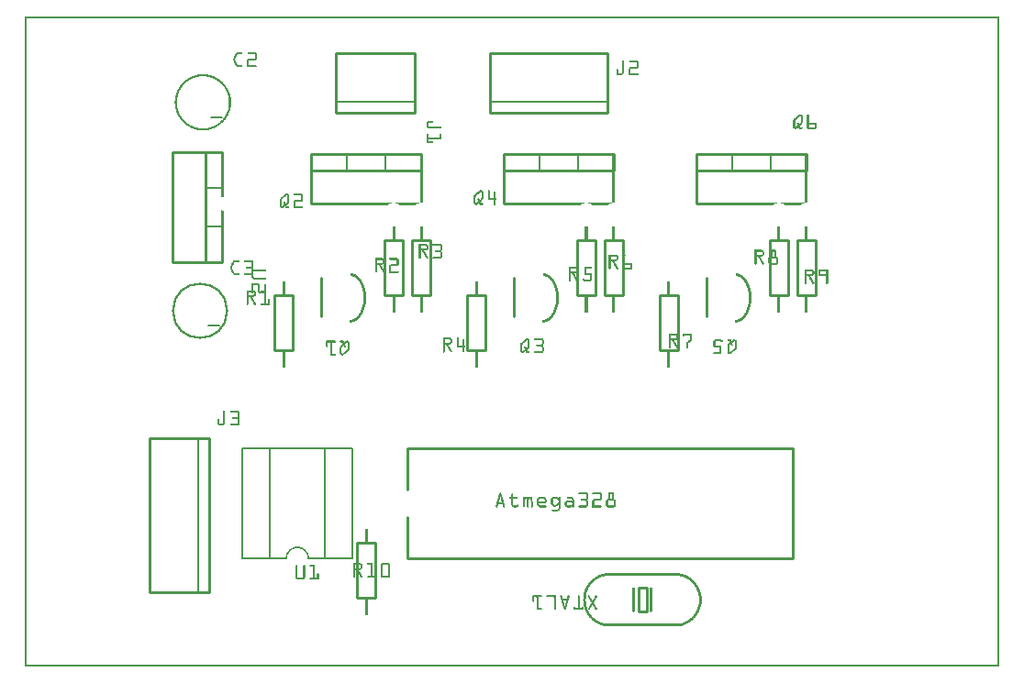
<source format=gto>
G04 MADE WITH FRITZING*
G04 WWW.FRITZING.ORG*
G04 DOUBLE SIDED*
G04 HOLES PLATED*
G04 CONTOUR ON CENTER OF CONTOUR VECTOR*
%ASAXBY*%
%FSLAX23Y23*%
%MOIN*%
%OFA0B0*%
%SFA1.0B1.0*%
%ADD10C,0.204850X0.18885*%
%ADD11R,0.038714X0.096457X0.019029X0.076772*%
%ADD12C,0.009843*%
%ADD13C,0.010000*%
%ADD14C,0.005000*%
%ADD15C,0.006000*%
%ADD16C,0.008000*%
%ADD17R,0.001000X0.001000*%
%LNSILK1*%
G90*
G70*
G54D10*
X638Y1296D03*
G54D12*
X2231Y287D02*
X2260Y287D01*
X2260Y200D01*
X2231Y200D01*
X2231Y287D01*
D02*
G54D13*
X719Y1471D02*
X539Y1471D01*
D02*
X539Y1471D02*
X539Y1871D01*
D02*
X539Y1871D02*
X719Y1871D01*
D02*
X719Y1471D02*
X659Y1471D01*
D02*
X659Y1471D02*
X659Y1871D01*
D02*
X659Y1871D02*
X719Y1871D01*
G54D14*
D02*
X719Y1741D02*
X659Y1741D01*
D02*
X719Y1601D02*
X659Y1601D01*
G54D13*
D02*
X454Y831D02*
X454Y270D01*
D02*
X454Y270D02*
X670Y270D01*
D02*
X670Y270D02*
X670Y831D01*
D02*
X670Y831D02*
X454Y831D01*
G54D14*
D02*
X630Y270D02*
X630Y831D01*
G54D13*
D02*
X2116Y2232D02*
X1692Y2232D01*
D02*
X1692Y2232D02*
X1692Y2016D01*
D02*
X1692Y2016D02*
X2116Y2016D01*
D02*
X2116Y2016D02*
X2116Y2232D01*
G54D14*
D02*
X1692Y2056D02*
X2116Y2056D01*
G54D13*
D02*
X1416Y2232D02*
X1130Y2232D01*
D02*
X1130Y2232D02*
X1130Y2016D01*
D02*
X1130Y2016D02*
X1416Y2016D01*
D02*
X1416Y2016D02*
X1416Y2232D01*
G54D14*
D02*
X1130Y2056D02*
X1416Y2056D01*
G54D13*
D02*
X1392Y394D02*
X2792Y394D01*
D02*
X2792Y394D02*
X2792Y794D01*
D02*
X2792Y794D02*
X1392Y794D01*
D02*
X1392Y394D02*
X1392Y544D01*
D02*
X1392Y644D02*
X1392Y794D01*
G54D15*
D02*
X792Y794D02*
X792Y394D01*
D02*
X1192Y394D02*
X1192Y794D01*
D02*
X792Y794D02*
X892Y794D01*
D02*
X792Y394D02*
X892Y394D01*
D02*
X1192Y394D02*
X1092Y394D01*
D02*
X892Y394D02*
X892Y794D01*
G54D16*
D02*
X892Y394D02*
X952Y394D01*
G54D15*
D02*
X892Y794D02*
X1092Y794D01*
D02*
X1092Y394D02*
X1092Y794D01*
D02*
X1092Y394D02*
X1032Y394D01*
D02*
X1092Y794D02*
X1192Y794D01*
G54D13*
D02*
X1078Y1274D02*
X1078Y1414D01*
D02*
X1778Y1274D02*
X1778Y1414D01*
D02*
X2478Y1274D02*
X2478Y1414D01*
D02*
X1209Y253D02*
X1209Y453D01*
D02*
X1209Y453D02*
X1275Y453D01*
D02*
X1275Y453D02*
X1275Y253D01*
D02*
X1275Y253D02*
X1209Y253D01*
D02*
X909Y1153D02*
X909Y1353D01*
D02*
X909Y1353D02*
X975Y1353D01*
D02*
X975Y1353D02*
X975Y1153D01*
D02*
X975Y1153D02*
X909Y1153D01*
D02*
X1609Y1153D02*
X1609Y1353D01*
D02*
X1609Y1353D02*
X1675Y1353D01*
D02*
X1675Y1353D02*
X1675Y1153D01*
D02*
X1675Y1153D02*
X1609Y1153D01*
D02*
X2309Y1153D02*
X2309Y1353D01*
D02*
X2309Y1353D02*
X2375Y1353D01*
D02*
X2375Y1353D02*
X2375Y1153D01*
D02*
X2375Y1153D02*
X2309Y1153D01*
D02*
X2709Y1353D02*
X2709Y1553D01*
D02*
X2709Y1553D02*
X2775Y1553D01*
D02*
X2775Y1553D02*
X2775Y1353D01*
D02*
X2775Y1353D02*
X2709Y1353D01*
D02*
X2009Y1353D02*
X2009Y1553D01*
D02*
X2009Y1553D02*
X2075Y1553D01*
D02*
X2075Y1553D02*
X2075Y1353D01*
D02*
X2075Y1353D02*
X2009Y1353D01*
D02*
X1309Y1353D02*
X1309Y1553D01*
D02*
X1309Y1553D02*
X1375Y1553D01*
D02*
X1375Y1553D02*
X1375Y1353D01*
D02*
X1375Y1353D02*
X1309Y1353D01*
D02*
X1409Y1353D02*
X1409Y1553D01*
D02*
X1409Y1553D02*
X1475Y1553D01*
D02*
X1475Y1553D02*
X1475Y1353D01*
D02*
X1475Y1353D02*
X1409Y1353D01*
D02*
X2809Y1353D02*
X2809Y1553D01*
D02*
X2809Y1553D02*
X2875Y1553D01*
D02*
X2875Y1553D02*
X2875Y1353D01*
D02*
X2875Y1353D02*
X2809Y1353D01*
D02*
X2109Y1353D02*
X2109Y1553D01*
D02*
X2109Y1553D02*
X2175Y1553D01*
D02*
X2175Y1553D02*
X2175Y1353D01*
D02*
X2175Y1353D02*
X2109Y1353D01*
D02*
X1042Y1864D02*
X1442Y1864D01*
D02*
X1042Y1684D02*
X1042Y1864D01*
D02*
X1042Y1864D02*
X1442Y1864D01*
D02*
X1442Y1864D02*
X1442Y1804D01*
D02*
X1442Y1804D02*
X1042Y1804D01*
D02*
X1042Y1804D02*
X1042Y1864D01*
G54D14*
D02*
X1172Y1864D02*
X1172Y1804D01*
D02*
X1312Y1864D02*
X1312Y1804D01*
G54D13*
D02*
X2442Y1864D02*
X2842Y1864D01*
D02*
X2442Y1684D02*
X2442Y1864D01*
D02*
X2442Y1864D02*
X2842Y1864D01*
D02*
X2842Y1864D02*
X2842Y1804D01*
D02*
X2842Y1804D02*
X2442Y1804D01*
D02*
X2442Y1804D02*
X2442Y1864D01*
G54D14*
D02*
X2572Y1864D02*
X2572Y1804D01*
D02*
X2712Y1864D02*
X2712Y1804D01*
G54D13*
D02*
X1742Y1864D02*
X2142Y1864D01*
D02*
X1742Y1684D02*
X1742Y1864D01*
D02*
X1742Y1864D02*
X2142Y1864D01*
D02*
X2142Y1864D02*
X2142Y1804D01*
D02*
X2142Y1804D02*
X1742Y1804D01*
D02*
X1742Y1804D02*
X1742Y1864D01*
G54D14*
D02*
X1872Y1864D02*
X1872Y1804D01*
D02*
X2012Y1864D02*
X2012Y1804D01*
G54D16*
D02*
X679Y1997D02*
X719Y1997D01*
D02*
X668Y1241D02*
X708Y1241D01*
G54D17*
X0Y2365D02*
X3542Y2365D01*
X0Y2364D02*
X3542Y2364D01*
X0Y2363D02*
X3542Y2363D01*
X0Y2362D02*
X3542Y2362D01*
X0Y2361D02*
X3542Y2361D01*
X0Y2360D02*
X3542Y2360D01*
X0Y2359D02*
X3542Y2359D01*
X0Y2358D02*
X3542Y2358D01*
X0Y2357D02*
X7Y2357D01*
X3535Y2357D02*
X3542Y2357D01*
X0Y2356D02*
X7Y2356D01*
X3535Y2356D02*
X3542Y2356D01*
X0Y2355D02*
X7Y2355D01*
X3535Y2355D02*
X3542Y2355D01*
X0Y2354D02*
X7Y2354D01*
X3535Y2354D02*
X3542Y2354D01*
X0Y2353D02*
X7Y2353D01*
X3535Y2353D02*
X3542Y2353D01*
X0Y2352D02*
X7Y2352D01*
X3535Y2352D02*
X3542Y2352D01*
X0Y2351D02*
X7Y2351D01*
X3535Y2351D02*
X3542Y2351D01*
X0Y2350D02*
X7Y2350D01*
X3535Y2350D02*
X3542Y2350D01*
X0Y2349D02*
X7Y2349D01*
X3535Y2349D02*
X3542Y2349D01*
X0Y2348D02*
X7Y2348D01*
X3535Y2348D02*
X3542Y2348D01*
X0Y2347D02*
X7Y2347D01*
X3535Y2347D02*
X3542Y2347D01*
X0Y2346D02*
X7Y2346D01*
X3535Y2346D02*
X3542Y2346D01*
X0Y2345D02*
X7Y2345D01*
X3535Y2345D02*
X3542Y2345D01*
X0Y2344D02*
X7Y2344D01*
X3535Y2344D02*
X3542Y2344D01*
X0Y2343D02*
X7Y2343D01*
X3535Y2343D02*
X3542Y2343D01*
X0Y2342D02*
X7Y2342D01*
X3535Y2342D02*
X3542Y2342D01*
X0Y2341D02*
X7Y2341D01*
X3535Y2341D02*
X3542Y2341D01*
X0Y2340D02*
X7Y2340D01*
X3535Y2340D02*
X3542Y2340D01*
X0Y2339D02*
X7Y2339D01*
X3535Y2339D02*
X3542Y2339D01*
X0Y2338D02*
X7Y2338D01*
X3535Y2338D02*
X3542Y2338D01*
X0Y2337D02*
X7Y2337D01*
X3535Y2337D02*
X3542Y2337D01*
X0Y2336D02*
X7Y2336D01*
X3535Y2336D02*
X3542Y2336D01*
X0Y2335D02*
X7Y2335D01*
X3535Y2335D02*
X3542Y2335D01*
X0Y2334D02*
X7Y2334D01*
X3535Y2334D02*
X3542Y2334D01*
X0Y2333D02*
X7Y2333D01*
X3535Y2333D02*
X3542Y2333D01*
X0Y2332D02*
X7Y2332D01*
X3535Y2332D02*
X3542Y2332D01*
X0Y2331D02*
X7Y2331D01*
X3535Y2331D02*
X3542Y2331D01*
X0Y2330D02*
X7Y2330D01*
X3535Y2330D02*
X3542Y2330D01*
X0Y2329D02*
X7Y2329D01*
X3535Y2329D02*
X3542Y2329D01*
X0Y2328D02*
X7Y2328D01*
X3535Y2328D02*
X3542Y2328D01*
X0Y2327D02*
X7Y2327D01*
X3535Y2327D02*
X3542Y2327D01*
X0Y2326D02*
X7Y2326D01*
X3535Y2326D02*
X3542Y2326D01*
X0Y2325D02*
X7Y2325D01*
X3535Y2325D02*
X3542Y2325D01*
X0Y2324D02*
X7Y2324D01*
X3535Y2324D02*
X3542Y2324D01*
X0Y2323D02*
X7Y2323D01*
X3535Y2323D02*
X3542Y2323D01*
X0Y2322D02*
X7Y2322D01*
X3535Y2322D02*
X3542Y2322D01*
X0Y2321D02*
X7Y2321D01*
X3535Y2321D02*
X3542Y2321D01*
X0Y2320D02*
X7Y2320D01*
X3535Y2320D02*
X3542Y2320D01*
X0Y2319D02*
X7Y2319D01*
X3535Y2319D02*
X3542Y2319D01*
X0Y2318D02*
X7Y2318D01*
X3535Y2318D02*
X3542Y2318D01*
X0Y2317D02*
X7Y2317D01*
X3535Y2317D02*
X3542Y2317D01*
X0Y2316D02*
X7Y2316D01*
X3535Y2316D02*
X3542Y2316D01*
X0Y2315D02*
X7Y2315D01*
X3535Y2315D02*
X3542Y2315D01*
X0Y2314D02*
X7Y2314D01*
X3535Y2314D02*
X3542Y2314D01*
X0Y2313D02*
X7Y2313D01*
X3535Y2313D02*
X3542Y2313D01*
X0Y2312D02*
X7Y2312D01*
X3535Y2312D02*
X3542Y2312D01*
X0Y2311D02*
X7Y2311D01*
X3535Y2311D02*
X3542Y2311D01*
X0Y2310D02*
X7Y2310D01*
X3535Y2310D02*
X3542Y2310D01*
X0Y2309D02*
X7Y2309D01*
X3535Y2309D02*
X3542Y2309D01*
X0Y2308D02*
X7Y2308D01*
X3535Y2308D02*
X3542Y2308D01*
X0Y2307D02*
X7Y2307D01*
X3535Y2307D02*
X3542Y2307D01*
X0Y2306D02*
X7Y2306D01*
X3535Y2306D02*
X3542Y2306D01*
X0Y2305D02*
X7Y2305D01*
X3535Y2305D02*
X3542Y2305D01*
X0Y2304D02*
X7Y2304D01*
X3535Y2304D02*
X3542Y2304D01*
X0Y2303D02*
X7Y2303D01*
X3535Y2303D02*
X3542Y2303D01*
X0Y2302D02*
X7Y2302D01*
X3535Y2302D02*
X3542Y2302D01*
X0Y2301D02*
X7Y2301D01*
X3535Y2301D02*
X3542Y2301D01*
X0Y2300D02*
X7Y2300D01*
X3535Y2300D02*
X3542Y2300D01*
X0Y2299D02*
X7Y2299D01*
X3535Y2299D02*
X3542Y2299D01*
X0Y2298D02*
X7Y2298D01*
X3535Y2298D02*
X3542Y2298D01*
X0Y2297D02*
X7Y2297D01*
X3535Y2297D02*
X3542Y2297D01*
X0Y2296D02*
X7Y2296D01*
X3535Y2296D02*
X3542Y2296D01*
X0Y2295D02*
X7Y2295D01*
X3535Y2295D02*
X3542Y2295D01*
X0Y2294D02*
X7Y2294D01*
X3535Y2294D02*
X3542Y2294D01*
X0Y2293D02*
X7Y2293D01*
X3535Y2293D02*
X3542Y2293D01*
X0Y2292D02*
X7Y2292D01*
X3535Y2292D02*
X3542Y2292D01*
X0Y2291D02*
X7Y2291D01*
X3535Y2291D02*
X3542Y2291D01*
X0Y2290D02*
X7Y2290D01*
X3535Y2290D02*
X3542Y2290D01*
X0Y2289D02*
X7Y2289D01*
X3535Y2289D02*
X3542Y2289D01*
X0Y2288D02*
X7Y2288D01*
X3535Y2288D02*
X3542Y2288D01*
X0Y2287D02*
X7Y2287D01*
X3535Y2287D02*
X3542Y2287D01*
X0Y2286D02*
X7Y2286D01*
X3535Y2286D02*
X3542Y2286D01*
X0Y2285D02*
X7Y2285D01*
X3535Y2285D02*
X3542Y2285D01*
X0Y2284D02*
X7Y2284D01*
X3535Y2284D02*
X3542Y2284D01*
X0Y2283D02*
X7Y2283D01*
X3535Y2283D02*
X3542Y2283D01*
X0Y2282D02*
X7Y2282D01*
X3535Y2282D02*
X3542Y2282D01*
X0Y2281D02*
X7Y2281D01*
X3535Y2281D02*
X3542Y2281D01*
X0Y2280D02*
X7Y2280D01*
X3535Y2280D02*
X3542Y2280D01*
X0Y2279D02*
X7Y2279D01*
X3535Y2279D02*
X3542Y2279D01*
X0Y2278D02*
X7Y2278D01*
X3535Y2278D02*
X3542Y2278D01*
X0Y2277D02*
X7Y2277D01*
X3535Y2277D02*
X3542Y2277D01*
X0Y2276D02*
X7Y2276D01*
X3535Y2276D02*
X3542Y2276D01*
X0Y2275D02*
X7Y2275D01*
X3535Y2275D02*
X3542Y2275D01*
X0Y2274D02*
X7Y2274D01*
X3535Y2274D02*
X3542Y2274D01*
X0Y2273D02*
X7Y2273D01*
X3535Y2273D02*
X3542Y2273D01*
X0Y2272D02*
X7Y2272D01*
X3535Y2272D02*
X3542Y2272D01*
X0Y2271D02*
X7Y2271D01*
X3535Y2271D02*
X3542Y2271D01*
X0Y2270D02*
X7Y2270D01*
X3535Y2270D02*
X3542Y2270D01*
X0Y2269D02*
X7Y2269D01*
X3535Y2269D02*
X3542Y2269D01*
X0Y2268D02*
X7Y2268D01*
X3535Y2268D02*
X3542Y2268D01*
X0Y2267D02*
X7Y2267D01*
X3535Y2267D02*
X3542Y2267D01*
X0Y2266D02*
X7Y2266D01*
X3535Y2266D02*
X3542Y2266D01*
X0Y2265D02*
X7Y2265D01*
X3535Y2265D02*
X3542Y2265D01*
X0Y2264D02*
X7Y2264D01*
X3535Y2264D02*
X3542Y2264D01*
X0Y2263D02*
X7Y2263D01*
X3535Y2263D02*
X3542Y2263D01*
X0Y2262D02*
X7Y2262D01*
X3535Y2262D02*
X3542Y2262D01*
X0Y2261D02*
X7Y2261D01*
X3535Y2261D02*
X3542Y2261D01*
X0Y2260D02*
X7Y2260D01*
X3535Y2260D02*
X3542Y2260D01*
X0Y2259D02*
X7Y2259D01*
X3535Y2259D02*
X3542Y2259D01*
X0Y2258D02*
X7Y2258D01*
X3535Y2258D02*
X3542Y2258D01*
X0Y2257D02*
X7Y2257D01*
X3535Y2257D02*
X3542Y2257D01*
X0Y2256D02*
X7Y2256D01*
X3535Y2256D02*
X3542Y2256D01*
X0Y2255D02*
X7Y2255D01*
X3535Y2255D02*
X3542Y2255D01*
X0Y2254D02*
X7Y2254D01*
X3535Y2254D02*
X3542Y2254D01*
X0Y2253D02*
X7Y2253D01*
X3535Y2253D02*
X3542Y2253D01*
X0Y2252D02*
X7Y2252D01*
X3535Y2252D02*
X3542Y2252D01*
X0Y2251D02*
X7Y2251D01*
X3535Y2251D02*
X3542Y2251D01*
X0Y2250D02*
X7Y2250D01*
X3535Y2250D02*
X3542Y2250D01*
X0Y2249D02*
X7Y2249D01*
X3535Y2249D02*
X3542Y2249D01*
X0Y2248D02*
X7Y2248D01*
X3535Y2248D02*
X3542Y2248D01*
X0Y2247D02*
X7Y2247D01*
X3535Y2247D02*
X3542Y2247D01*
X0Y2246D02*
X7Y2246D01*
X3535Y2246D02*
X3542Y2246D01*
X0Y2245D02*
X7Y2245D01*
X3535Y2245D02*
X3542Y2245D01*
X0Y2244D02*
X7Y2244D01*
X3535Y2244D02*
X3542Y2244D01*
X0Y2243D02*
X7Y2243D01*
X3535Y2243D02*
X3542Y2243D01*
X0Y2242D02*
X7Y2242D01*
X3535Y2242D02*
X3542Y2242D01*
X0Y2241D02*
X7Y2241D01*
X3535Y2241D02*
X3542Y2241D01*
X0Y2240D02*
X7Y2240D01*
X3535Y2240D02*
X3542Y2240D01*
X0Y2239D02*
X7Y2239D01*
X3535Y2239D02*
X3542Y2239D01*
X0Y2238D02*
X7Y2238D01*
X3535Y2238D02*
X3542Y2238D01*
X0Y2237D02*
X7Y2237D01*
X3535Y2237D02*
X3542Y2237D01*
X0Y2236D02*
X7Y2236D01*
X3535Y2236D02*
X3542Y2236D01*
X0Y2235D02*
X7Y2235D01*
X3535Y2235D02*
X3542Y2235D01*
X0Y2234D02*
X7Y2234D01*
X773Y2234D02*
X791Y2234D01*
X811Y2234D02*
X839Y2234D01*
X3535Y2234D02*
X3542Y2234D01*
X0Y2233D02*
X7Y2233D01*
X771Y2233D02*
X792Y2233D01*
X810Y2233D02*
X840Y2233D01*
X3535Y2233D02*
X3542Y2233D01*
X0Y2232D02*
X7Y2232D01*
X770Y2232D02*
X793Y2232D01*
X809Y2232D02*
X841Y2232D01*
X3535Y2232D02*
X3542Y2232D01*
X0Y2231D02*
X7Y2231D01*
X769Y2231D02*
X793Y2231D01*
X809Y2231D02*
X842Y2231D01*
X3535Y2231D02*
X3542Y2231D01*
X0Y2230D02*
X7Y2230D01*
X768Y2230D02*
X792Y2230D01*
X810Y2230D02*
X843Y2230D01*
X3535Y2230D02*
X3542Y2230D01*
X0Y2229D02*
X7Y2229D01*
X768Y2229D02*
X792Y2229D01*
X810Y2229D02*
X843Y2229D01*
X3535Y2229D02*
X3542Y2229D01*
X0Y2228D02*
X7Y2228D01*
X767Y2228D02*
X790Y2228D01*
X812Y2228D02*
X843Y2228D01*
X3535Y2228D02*
X3542Y2228D01*
X0Y2227D02*
X7Y2227D01*
X767Y2227D02*
X774Y2227D01*
X837Y2227D02*
X843Y2227D01*
X3535Y2227D02*
X3542Y2227D01*
X0Y2226D02*
X7Y2226D01*
X766Y2226D02*
X773Y2226D01*
X837Y2226D02*
X843Y2226D01*
X3535Y2226D02*
X3542Y2226D01*
X0Y2225D02*
X7Y2225D01*
X766Y2225D02*
X773Y2225D01*
X837Y2225D02*
X843Y2225D01*
X3535Y2225D02*
X3542Y2225D01*
X0Y2224D02*
X7Y2224D01*
X765Y2224D02*
X772Y2224D01*
X837Y2224D02*
X843Y2224D01*
X3535Y2224D02*
X3542Y2224D01*
X0Y2223D02*
X7Y2223D01*
X765Y2223D02*
X772Y2223D01*
X837Y2223D02*
X843Y2223D01*
X3535Y2223D02*
X3542Y2223D01*
X0Y2222D02*
X7Y2222D01*
X764Y2222D02*
X771Y2222D01*
X837Y2222D02*
X843Y2222D01*
X3535Y2222D02*
X3542Y2222D01*
X0Y2221D02*
X7Y2221D01*
X764Y2221D02*
X771Y2221D01*
X837Y2221D02*
X843Y2221D01*
X3535Y2221D02*
X3542Y2221D01*
X0Y2220D02*
X7Y2220D01*
X763Y2220D02*
X770Y2220D01*
X837Y2220D02*
X843Y2220D01*
X3535Y2220D02*
X3542Y2220D01*
X0Y2219D02*
X7Y2219D01*
X763Y2219D02*
X770Y2219D01*
X837Y2219D02*
X843Y2219D01*
X3535Y2219D02*
X3542Y2219D01*
X0Y2218D02*
X7Y2218D01*
X762Y2218D02*
X769Y2218D01*
X837Y2218D02*
X843Y2218D01*
X3535Y2218D02*
X3542Y2218D01*
X0Y2217D02*
X7Y2217D01*
X762Y2217D02*
X769Y2217D01*
X837Y2217D02*
X843Y2217D01*
X3535Y2217D02*
X3542Y2217D01*
X0Y2216D02*
X7Y2216D01*
X761Y2216D02*
X768Y2216D01*
X837Y2216D02*
X843Y2216D01*
X3535Y2216D02*
X3542Y2216D01*
X0Y2215D02*
X7Y2215D01*
X761Y2215D02*
X768Y2215D01*
X837Y2215D02*
X843Y2215D01*
X3535Y2215D02*
X3542Y2215D01*
X0Y2214D02*
X7Y2214D01*
X760Y2214D02*
X767Y2214D01*
X837Y2214D02*
X843Y2214D01*
X3535Y2214D02*
X3542Y2214D01*
X0Y2213D02*
X7Y2213D01*
X760Y2213D02*
X767Y2213D01*
X837Y2213D02*
X843Y2213D01*
X3535Y2213D02*
X3542Y2213D01*
X0Y2212D02*
X7Y2212D01*
X760Y2212D02*
X766Y2212D01*
X837Y2212D02*
X843Y2212D01*
X3535Y2212D02*
X3542Y2212D01*
X0Y2211D02*
X7Y2211D01*
X759Y2211D02*
X766Y2211D01*
X814Y2211D02*
X843Y2211D01*
X3535Y2211D02*
X3542Y2211D01*
X0Y2210D02*
X7Y2210D01*
X759Y2210D02*
X765Y2210D01*
X812Y2210D02*
X843Y2210D01*
X3535Y2210D02*
X3542Y2210D01*
X0Y2209D02*
X7Y2209D01*
X759Y2209D02*
X765Y2209D01*
X811Y2209D02*
X842Y2209D01*
X3535Y2209D02*
X3542Y2209D01*
X0Y2208D02*
X7Y2208D01*
X759Y2208D02*
X765Y2208D01*
X810Y2208D02*
X842Y2208D01*
X3535Y2208D02*
X3542Y2208D01*
X0Y2207D02*
X7Y2207D01*
X759Y2207D02*
X765Y2207D01*
X810Y2207D02*
X841Y2207D01*
X3535Y2207D02*
X3542Y2207D01*
X0Y2206D02*
X7Y2206D01*
X759Y2206D02*
X765Y2206D01*
X809Y2206D02*
X840Y2206D01*
X3535Y2206D02*
X3542Y2206D01*
X0Y2205D02*
X7Y2205D01*
X759Y2205D02*
X766Y2205D01*
X809Y2205D02*
X839Y2205D01*
X3535Y2205D02*
X3542Y2205D01*
X0Y2204D02*
X7Y2204D01*
X760Y2204D02*
X766Y2204D01*
X809Y2204D02*
X815Y2204D01*
X2172Y2204D02*
X2175Y2204D01*
X2198Y2204D02*
X2226Y2204D01*
X3535Y2204D02*
X3542Y2204D01*
X0Y2203D02*
X7Y2203D01*
X760Y2203D02*
X766Y2203D01*
X809Y2203D02*
X815Y2203D01*
X2171Y2203D02*
X2176Y2203D01*
X2197Y2203D02*
X2227Y2203D01*
X3535Y2203D02*
X3542Y2203D01*
X0Y2202D02*
X7Y2202D01*
X760Y2202D02*
X767Y2202D01*
X809Y2202D02*
X815Y2202D01*
X2170Y2202D02*
X2176Y2202D01*
X2196Y2202D02*
X2228Y2202D01*
X3535Y2202D02*
X3542Y2202D01*
X0Y2201D02*
X7Y2201D01*
X761Y2201D02*
X767Y2201D01*
X809Y2201D02*
X815Y2201D01*
X2170Y2201D02*
X2176Y2201D01*
X2196Y2201D02*
X2229Y2201D01*
X3535Y2201D02*
X3542Y2201D01*
X0Y2200D02*
X7Y2200D01*
X761Y2200D02*
X768Y2200D01*
X809Y2200D02*
X815Y2200D01*
X2170Y2200D02*
X2176Y2200D01*
X2197Y2200D02*
X2230Y2200D01*
X3535Y2200D02*
X3542Y2200D01*
X0Y2199D02*
X7Y2199D01*
X761Y2199D02*
X768Y2199D01*
X809Y2199D02*
X815Y2199D01*
X2170Y2199D02*
X2176Y2199D01*
X2197Y2199D02*
X2230Y2199D01*
X3535Y2199D02*
X3542Y2199D01*
X0Y2198D02*
X7Y2198D01*
X762Y2198D02*
X769Y2198D01*
X809Y2198D02*
X815Y2198D01*
X2170Y2198D02*
X2176Y2198D01*
X2199Y2198D02*
X2230Y2198D01*
X3535Y2198D02*
X3542Y2198D01*
X0Y2197D02*
X7Y2197D01*
X762Y2197D02*
X769Y2197D01*
X809Y2197D02*
X815Y2197D01*
X2170Y2197D02*
X2176Y2197D01*
X2224Y2197D02*
X2230Y2197D01*
X3535Y2197D02*
X3542Y2197D01*
X0Y2196D02*
X7Y2196D01*
X763Y2196D02*
X770Y2196D01*
X809Y2196D02*
X815Y2196D01*
X2170Y2196D02*
X2176Y2196D01*
X2224Y2196D02*
X2230Y2196D01*
X3535Y2196D02*
X3542Y2196D01*
X0Y2195D02*
X7Y2195D01*
X763Y2195D02*
X770Y2195D01*
X809Y2195D02*
X815Y2195D01*
X2170Y2195D02*
X2176Y2195D01*
X2224Y2195D02*
X2230Y2195D01*
X3535Y2195D02*
X3542Y2195D01*
X0Y2194D02*
X7Y2194D01*
X764Y2194D02*
X771Y2194D01*
X809Y2194D02*
X815Y2194D01*
X2170Y2194D02*
X2176Y2194D01*
X2224Y2194D02*
X2230Y2194D01*
X3535Y2194D02*
X3542Y2194D01*
X0Y2193D02*
X7Y2193D01*
X764Y2193D02*
X771Y2193D01*
X809Y2193D02*
X815Y2193D01*
X2170Y2193D02*
X2176Y2193D01*
X2224Y2193D02*
X2230Y2193D01*
X3535Y2193D02*
X3542Y2193D01*
X0Y2192D02*
X7Y2192D01*
X765Y2192D02*
X772Y2192D01*
X809Y2192D02*
X815Y2192D01*
X2170Y2192D02*
X2176Y2192D01*
X2224Y2192D02*
X2230Y2192D01*
X3535Y2192D02*
X3542Y2192D01*
X0Y2191D02*
X7Y2191D01*
X765Y2191D02*
X772Y2191D01*
X809Y2191D02*
X815Y2191D01*
X2170Y2191D02*
X2176Y2191D01*
X2224Y2191D02*
X2230Y2191D01*
X3535Y2191D02*
X3542Y2191D01*
X0Y2190D02*
X7Y2190D01*
X766Y2190D02*
X773Y2190D01*
X809Y2190D02*
X815Y2190D01*
X2170Y2190D02*
X2176Y2190D01*
X2224Y2190D02*
X2230Y2190D01*
X3535Y2190D02*
X3542Y2190D01*
X0Y2189D02*
X7Y2189D01*
X767Y2189D02*
X774Y2189D01*
X809Y2189D02*
X815Y2189D01*
X2170Y2189D02*
X2176Y2189D01*
X2224Y2189D02*
X2230Y2189D01*
X3535Y2189D02*
X3542Y2189D01*
X0Y2188D02*
X7Y2188D01*
X767Y2188D02*
X775Y2188D01*
X809Y2188D02*
X815Y2188D01*
X2170Y2188D02*
X2176Y2188D01*
X2224Y2188D02*
X2230Y2188D01*
X3535Y2188D02*
X3542Y2188D01*
X0Y2187D02*
X7Y2187D01*
X768Y2187D02*
X791Y2187D01*
X809Y2187D02*
X841Y2187D01*
X2170Y2187D02*
X2176Y2187D01*
X2224Y2187D02*
X2230Y2187D01*
X3535Y2187D02*
X3542Y2187D01*
X0Y2186D02*
X7Y2186D01*
X768Y2186D02*
X792Y2186D01*
X809Y2186D02*
X842Y2186D01*
X2170Y2186D02*
X2176Y2186D01*
X2224Y2186D02*
X2230Y2186D01*
X3535Y2186D02*
X3542Y2186D01*
X0Y2185D02*
X7Y2185D01*
X769Y2185D02*
X793Y2185D01*
X809Y2185D02*
X843Y2185D01*
X2170Y2185D02*
X2176Y2185D01*
X2224Y2185D02*
X2230Y2185D01*
X3535Y2185D02*
X3542Y2185D01*
X0Y2184D02*
X7Y2184D01*
X770Y2184D02*
X793Y2184D01*
X809Y2184D02*
X843Y2184D01*
X2170Y2184D02*
X2176Y2184D01*
X2224Y2184D02*
X2230Y2184D01*
X3535Y2184D02*
X3542Y2184D01*
X0Y2183D02*
X7Y2183D01*
X771Y2183D02*
X792Y2183D01*
X809Y2183D02*
X843Y2183D01*
X2170Y2183D02*
X2176Y2183D01*
X2224Y2183D02*
X2230Y2183D01*
X3535Y2183D02*
X3542Y2183D01*
X0Y2182D02*
X7Y2182D01*
X772Y2182D02*
X792Y2182D01*
X809Y2182D02*
X842Y2182D01*
X2170Y2182D02*
X2176Y2182D01*
X2224Y2182D02*
X2230Y2182D01*
X3535Y2182D02*
X3542Y2182D01*
X0Y2181D02*
X7Y2181D01*
X775Y2181D02*
X791Y2181D01*
X809Y2181D02*
X841Y2181D01*
X2170Y2181D02*
X2176Y2181D01*
X2202Y2181D02*
X2230Y2181D01*
X3535Y2181D02*
X3542Y2181D01*
X0Y2180D02*
X7Y2180D01*
X2170Y2180D02*
X2176Y2180D01*
X2199Y2180D02*
X2230Y2180D01*
X3535Y2180D02*
X3542Y2180D01*
X0Y2179D02*
X7Y2179D01*
X2170Y2179D02*
X2176Y2179D01*
X2198Y2179D02*
X2230Y2179D01*
X3535Y2179D02*
X3542Y2179D01*
X0Y2178D02*
X7Y2178D01*
X2170Y2178D02*
X2176Y2178D01*
X2197Y2178D02*
X2229Y2178D01*
X3535Y2178D02*
X3542Y2178D01*
X0Y2177D02*
X7Y2177D01*
X2170Y2177D02*
X2176Y2177D01*
X2197Y2177D02*
X2228Y2177D01*
X3535Y2177D02*
X3542Y2177D01*
X0Y2176D02*
X7Y2176D01*
X2170Y2176D02*
X2176Y2176D01*
X2197Y2176D02*
X2227Y2176D01*
X3535Y2176D02*
X3542Y2176D01*
X0Y2175D02*
X7Y2175D01*
X2152Y2175D02*
X2154Y2175D01*
X2170Y2175D02*
X2176Y2175D01*
X2196Y2175D02*
X2226Y2175D01*
X3535Y2175D02*
X3542Y2175D01*
X0Y2174D02*
X7Y2174D01*
X2150Y2174D02*
X2155Y2174D01*
X2170Y2174D02*
X2176Y2174D01*
X2196Y2174D02*
X2203Y2174D01*
X3535Y2174D02*
X3542Y2174D01*
X0Y2173D02*
X7Y2173D01*
X2150Y2173D02*
X2155Y2173D01*
X2170Y2173D02*
X2176Y2173D01*
X2196Y2173D02*
X2202Y2173D01*
X3535Y2173D02*
X3542Y2173D01*
X0Y2172D02*
X7Y2172D01*
X2150Y2172D02*
X2156Y2172D01*
X2170Y2172D02*
X2176Y2172D01*
X2196Y2172D02*
X2202Y2172D01*
X3535Y2172D02*
X3542Y2172D01*
X0Y2171D02*
X7Y2171D01*
X2150Y2171D02*
X2156Y2171D01*
X2170Y2171D02*
X2176Y2171D01*
X2196Y2171D02*
X2202Y2171D01*
X3535Y2171D02*
X3542Y2171D01*
X0Y2170D02*
X7Y2170D01*
X2150Y2170D02*
X2156Y2170D01*
X2170Y2170D02*
X2176Y2170D01*
X2196Y2170D02*
X2202Y2170D01*
X3535Y2170D02*
X3542Y2170D01*
X0Y2169D02*
X7Y2169D01*
X2150Y2169D02*
X2156Y2169D01*
X2170Y2169D02*
X2176Y2169D01*
X2196Y2169D02*
X2202Y2169D01*
X3535Y2169D02*
X3542Y2169D01*
X0Y2168D02*
X7Y2168D01*
X2150Y2168D02*
X2156Y2168D01*
X2170Y2168D02*
X2176Y2168D01*
X2196Y2168D02*
X2202Y2168D01*
X3535Y2168D02*
X3542Y2168D01*
X0Y2167D02*
X7Y2167D01*
X2150Y2167D02*
X2156Y2167D01*
X2170Y2167D02*
X2176Y2167D01*
X2196Y2167D02*
X2202Y2167D01*
X3535Y2167D02*
X3542Y2167D01*
X0Y2166D02*
X7Y2166D01*
X2150Y2166D02*
X2156Y2166D01*
X2170Y2166D02*
X2176Y2166D01*
X2196Y2166D02*
X2202Y2166D01*
X3535Y2166D02*
X3542Y2166D01*
X0Y2165D02*
X7Y2165D01*
X2150Y2165D02*
X2156Y2165D01*
X2170Y2165D02*
X2176Y2165D01*
X2196Y2165D02*
X2202Y2165D01*
X3535Y2165D02*
X3542Y2165D01*
X0Y2164D02*
X7Y2164D01*
X2150Y2164D02*
X2156Y2164D01*
X2170Y2164D02*
X2176Y2164D01*
X2196Y2164D02*
X2202Y2164D01*
X3535Y2164D02*
X3542Y2164D01*
X0Y2163D02*
X7Y2163D01*
X2150Y2163D02*
X2156Y2163D01*
X2170Y2163D02*
X2176Y2163D01*
X2196Y2163D02*
X2202Y2163D01*
X3535Y2163D02*
X3542Y2163D01*
X0Y2162D02*
X7Y2162D01*
X2150Y2162D02*
X2156Y2162D01*
X2170Y2162D02*
X2176Y2162D01*
X2196Y2162D02*
X2202Y2162D01*
X3535Y2162D02*
X3542Y2162D01*
X0Y2161D02*
X7Y2161D01*
X2150Y2161D02*
X2156Y2161D01*
X2170Y2161D02*
X2176Y2161D01*
X2196Y2161D02*
X2202Y2161D01*
X3535Y2161D02*
X3542Y2161D01*
X0Y2160D02*
X7Y2160D01*
X2150Y2160D02*
X2156Y2160D01*
X2170Y2160D02*
X2176Y2160D01*
X2196Y2160D02*
X2202Y2160D01*
X3535Y2160D02*
X3542Y2160D01*
X0Y2159D02*
X7Y2159D01*
X2150Y2159D02*
X2156Y2159D01*
X2169Y2159D02*
X2176Y2159D01*
X2196Y2159D02*
X2202Y2159D01*
X3535Y2159D02*
X3542Y2159D01*
X0Y2158D02*
X7Y2158D01*
X2150Y2158D02*
X2157Y2158D01*
X2168Y2158D02*
X2176Y2158D01*
X2196Y2158D02*
X2202Y2158D01*
X3535Y2158D02*
X3542Y2158D01*
X0Y2157D02*
X7Y2157D01*
X2150Y2157D02*
X2175Y2157D01*
X2196Y2157D02*
X2228Y2157D01*
X3535Y2157D02*
X3542Y2157D01*
X0Y2156D02*
X7Y2156D01*
X2151Y2156D02*
X2175Y2156D01*
X2196Y2156D02*
X2229Y2156D01*
X3535Y2156D02*
X3542Y2156D01*
X0Y2155D02*
X7Y2155D01*
X2152Y2155D02*
X2174Y2155D01*
X2196Y2155D02*
X2230Y2155D01*
X3535Y2155D02*
X3542Y2155D01*
X0Y2154D02*
X7Y2154D01*
X635Y2154D02*
X662Y2154D01*
X2152Y2154D02*
X2173Y2154D01*
X2196Y2154D02*
X2230Y2154D01*
X3535Y2154D02*
X3542Y2154D01*
X0Y2153D02*
X7Y2153D01*
X629Y2153D02*
X668Y2153D01*
X2153Y2153D02*
X2172Y2153D01*
X2196Y2153D02*
X2230Y2153D01*
X3535Y2153D02*
X3542Y2153D01*
X0Y2152D02*
X7Y2152D01*
X625Y2152D02*
X672Y2152D01*
X2155Y2152D02*
X2171Y2152D01*
X2196Y2152D02*
X2229Y2152D01*
X3535Y2152D02*
X3542Y2152D01*
X0Y2151D02*
X7Y2151D01*
X621Y2151D02*
X676Y2151D01*
X2157Y2151D02*
X2169Y2151D01*
X2196Y2151D02*
X2228Y2151D01*
X3535Y2151D02*
X3542Y2151D01*
X0Y2150D02*
X7Y2150D01*
X618Y2150D02*
X679Y2150D01*
X3535Y2150D02*
X3542Y2150D01*
X0Y2149D02*
X7Y2149D01*
X615Y2149D02*
X682Y2149D01*
X3535Y2149D02*
X3542Y2149D01*
X0Y2148D02*
X7Y2148D01*
X612Y2148D02*
X685Y2148D01*
X3535Y2148D02*
X3542Y2148D01*
X0Y2147D02*
X7Y2147D01*
X610Y2147D02*
X687Y2147D01*
X3535Y2147D02*
X3542Y2147D01*
X0Y2146D02*
X7Y2146D01*
X607Y2146D02*
X634Y2146D01*
X663Y2146D02*
X689Y2146D01*
X3535Y2146D02*
X3542Y2146D01*
X0Y2145D02*
X7Y2145D01*
X605Y2145D02*
X628Y2145D01*
X668Y2145D02*
X692Y2145D01*
X3535Y2145D02*
X3542Y2145D01*
X0Y2144D02*
X7Y2144D01*
X603Y2144D02*
X624Y2144D01*
X673Y2144D02*
X694Y2144D01*
X3535Y2144D02*
X3542Y2144D01*
X0Y2143D02*
X7Y2143D01*
X601Y2143D02*
X620Y2143D01*
X676Y2143D02*
X695Y2143D01*
X3535Y2143D02*
X3542Y2143D01*
X0Y2142D02*
X7Y2142D01*
X599Y2142D02*
X617Y2142D01*
X679Y2142D02*
X697Y2142D01*
X3535Y2142D02*
X3542Y2142D01*
X0Y2141D02*
X7Y2141D01*
X598Y2141D02*
X614Y2141D01*
X682Y2141D02*
X699Y2141D01*
X3535Y2141D02*
X3542Y2141D01*
X0Y2140D02*
X7Y2140D01*
X596Y2140D02*
X612Y2140D01*
X685Y2140D02*
X701Y2140D01*
X3535Y2140D02*
X3542Y2140D01*
X0Y2139D02*
X7Y2139D01*
X594Y2139D02*
X609Y2139D01*
X687Y2139D02*
X702Y2139D01*
X3535Y2139D02*
X3542Y2139D01*
X0Y2138D02*
X7Y2138D01*
X593Y2138D02*
X607Y2138D01*
X689Y2138D02*
X704Y2138D01*
X3535Y2138D02*
X3542Y2138D01*
X0Y2137D02*
X7Y2137D01*
X591Y2137D02*
X605Y2137D01*
X692Y2137D02*
X705Y2137D01*
X3535Y2137D02*
X3542Y2137D01*
X0Y2136D02*
X7Y2136D01*
X590Y2136D02*
X603Y2136D01*
X693Y2136D02*
X707Y2136D01*
X3535Y2136D02*
X3542Y2136D01*
X0Y2135D02*
X7Y2135D01*
X588Y2135D02*
X601Y2135D01*
X695Y2135D02*
X708Y2135D01*
X3535Y2135D02*
X3542Y2135D01*
X0Y2134D02*
X7Y2134D01*
X587Y2134D02*
X600Y2134D01*
X697Y2134D02*
X709Y2134D01*
X3535Y2134D02*
X3542Y2134D01*
X0Y2133D02*
X7Y2133D01*
X586Y2133D02*
X598Y2133D01*
X699Y2133D02*
X711Y2133D01*
X3535Y2133D02*
X3542Y2133D01*
X0Y2132D02*
X7Y2132D01*
X585Y2132D02*
X596Y2132D01*
X700Y2132D02*
X712Y2132D01*
X3535Y2132D02*
X3542Y2132D01*
X0Y2131D02*
X7Y2131D01*
X583Y2131D02*
X595Y2131D01*
X702Y2131D02*
X713Y2131D01*
X3535Y2131D02*
X3542Y2131D01*
X0Y2130D02*
X7Y2130D01*
X582Y2130D02*
X593Y2130D01*
X703Y2130D02*
X714Y2130D01*
X3535Y2130D02*
X3542Y2130D01*
X0Y2129D02*
X7Y2129D01*
X581Y2129D02*
X592Y2129D01*
X705Y2129D02*
X716Y2129D01*
X3535Y2129D02*
X3542Y2129D01*
X0Y2128D02*
X7Y2128D01*
X580Y2128D02*
X591Y2128D01*
X706Y2128D02*
X717Y2128D01*
X3535Y2128D02*
X3542Y2128D01*
X0Y2127D02*
X7Y2127D01*
X579Y2127D02*
X589Y2127D01*
X707Y2127D02*
X718Y2127D01*
X3535Y2127D02*
X3542Y2127D01*
X0Y2126D02*
X7Y2126D01*
X578Y2126D02*
X588Y2126D01*
X709Y2126D02*
X719Y2126D01*
X3535Y2126D02*
X3542Y2126D01*
X0Y2125D02*
X7Y2125D01*
X577Y2125D02*
X587Y2125D01*
X710Y2125D02*
X720Y2125D01*
X3535Y2125D02*
X3542Y2125D01*
X0Y2124D02*
X7Y2124D01*
X576Y2124D02*
X586Y2124D01*
X711Y2124D02*
X721Y2124D01*
X3535Y2124D02*
X3542Y2124D01*
X0Y2123D02*
X7Y2123D01*
X575Y2123D02*
X585Y2123D01*
X712Y2123D02*
X722Y2123D01*
X3535Y2123D02*
X3542Y2123D01*
X0Y2122D02*
X7Y2122D01*
X574Y2122D02*
X583Y2122D01*
X713Y2122D02*
X723Y2122D01*
X3535Y2122D02*
X3542Y2122D01*
X0Y2121D02*
X7Y2121D01*
X573Y2121D02*
X582Y2121D01*
X714Y2121D02*
X724Y2121D01*
X3535Y2121D02*
X3542Y2121D01*
X0Y2120D02*
X7Y2120D01*
X572Y2120D02*
X581Y2120D01*
X715Y2120D02*
X724Y2120D01*
X3535Y2120D02*
X3542Y2120D01*
X0Y2119D02*
X7Y2119D01*
X571Y2119D02*
X580Y2119D01*
X716Y2119D02*
X725Y2119D01*
X3535Y2119D02*
X3542Y2119D01*
X0Y2118D02*
X7Y2118D01*
X570Y2118D02*
X579Y2118D01*
X717Y2118D02*
X726Y2118D01*
X3535Y2118D02*
X3542Y2118D01*
X0Y2117D02*
X7Y2117D01*
X570Y2117D02*
X578Y2117D01*
X718Y2117D02*
X727Y2117D01*
X3535Y2117D02*
X3542Y2117D01*
X0Y2116D02*
X7Y2116D01*
X569Y2116D02*
X578Y2116D01*
X719Y2116D02*
X728Y2116D01*
X3535Y2116D02*
X3542Y2116D01*
X0Y2115D02*
X7Y2115D01*
X568Y2115D02*
X577Y2115D01*
X720Y2115D02*
X729Y2115D01*
X3535Y2115D02*
X3542Y2115D01*
X0Y2114D02*
X7Y2114D01*
X567Y2114D02*
X576Y2114D01*
X721Y2114D02*
X729Y2114D01*
X3535Y2114D02*
X3542Y2114D01*
X0Y2113D02*
X7Y2113D01*
X566Y2113D02*
X575Y2113D01*
X722Y2113D02*
X730Y2113D01*
X3535Y2113D02*
X3542Y2113D01*
X0Y2112D02*
X7Y2112D01*
X566Y2112D02*
X574Y2112D01*
X723Y2112D02*
X731Y2112D01*
X3535Y2112D02*
X3542Y2112D01*
X0Y2111D02*
X7Y2111D01*
X565Y2111D02*
X573Y2111D01*
X723Y2111D02*
X732Y2111D01*
X3535Y2111D02*
X3542Y2111D01*
X0Y2110D02*
X7Y2110D01*
X564Y2110D02*
X573Y2110D01*
X724Y2110D02*
X732Y2110D01*
X3535Y2110D02*
X3542Y2110D01*
X0Y2109D02*
X7Y2109D01*
X564Y2109D02*
X572Y2109D01*
X725Y2109D02*
X733Y2109D01*
X3535Y2109D02*
X3542Y2109D01*
X0Y2108D02*
X7Y2108D01*
X563Y2108D02*
X571Y2108D01*
X726Y2108D02*
X734Y2108D01*
X3535Y2108D02*
X3542Y2108D01*
X0Y2107D02*
X7Y2107D01*
X562Y2107D02*
X570Y2107D01*
X726Y2107D02*
X734Y2107D01*
X3535Y2107D02*
X3542Y2107D01*
X0Y2106D02*
X7Y2106D01*
X562Y2106D02*
X570Y2106D01*
X727Y2106D02*
X735Y2106D01*
X3535Y2106D02*
X3542Y2106D01*
X0Y2105D02*
X7Y2105D01*
X561Y2105D02*
X569Y2105D01*
X728Y2105D02*
X736Y2105D01*
X3535Y2105D02*
X3542Y2105D01*
X0Y2104D02*
X7Y2104D01*
X561Y2104D02*
X568Y2104D01*
X728Y2104D02*
X736Y2104D01*
X3535Y2104D02*
X3542Y2104D01*
X0Y2103D02*
X7Y2103D01*
X560Y2103D02*
X568Y2103D01*
X729Y2103D02*
X737Y2103D01*
X3535Y2103D02*
X3542Y2103D01*
X0Y2102D02*
X7Y2102D01*
X559Y2102D02*
X567Y2102D01*
X730Y2102D02*
X737Y2102D01*
X3535Y2102D02*
X3542Y2102D01*
X0Y2101D02*
X7Y2101D01*
X559Y2101D02*
X566Y2101D01*
X730Y2101D02*
X738Y2101D01*
X3535Y2101D02*
X3542Y2101D01*
X0Y2100D02*
X7Y2100D01*
X558Y2100D02*
X566Y2100D01*
X731Y2100D02*
X738Y2100D01*
X3535Y2100D02*
X3542Y2100D01*
X0Y2099D02*
X7Y2099D01*
X558Y2099D02*
X565Y2099D01*
X731Y2099D02*
X739Y2099D01*
X3535Y2099D02*
X3542Y2099D01*
X0Y2098D02*
X7Y2098D01*
X557Y2098D02*
X565Y2098D01*
X732Y2098D02*
X739Y2098D01*
X3535Y2098D02*
X3542Y2098D01*
X0Y2097D02*
X7Y2097D01*
X557Y2097D02*
X564Y2097D01*
X732Y2097D02*
X740Y2097D01*
X3535Y2097D02*
X3542Y2097D01*
X0Y2096D02*
X7Y2096D01*
X556Y2096D02*
X564Y2096D01*
X733Y2096D02*
X740Y2096D01*
X3535Y2096D02*
X3542Y2096D01*
X0Y2095D02*
X7Y2095D01*
X556Y2095D02*
X563Y2095D01*
X733Y2095D02*
X741Y2095D01*
X3535Y2095D02*
X3542Y2095D01*
X0Y2094D02*
X7Y2094D01*
X555Y2094D02*
X563Y2094D01*
X734Y2094D02*
X741Y2094D01*
X3535Y2094D02*
X3542Y2094D01*
X0Y2093D02*
X7Y2093D01*
X555Y2093D02*
X562Y2093D01*
X734Y2093D02*
X742Y2093D01*
X3535Y2093D02*
X3542Y2093D01*
X0Y2092D02*
X7Y2092D01*
X554Y2092D02*
X562Y2092D01*
X735Y2092D02*
X742Y2092D01*
X3535Y2092D02*
X3542Y2092D01*
X0Y2091D02*
X7Y2091D01*
X554Y2091D02*
X561Y2091D01*
X735Y2091D02*
X743Y2091D01*
X3535Y2091D02*
X3542Y2091D01*
X0Y2090D02*
X7Y2090D01*
X554Y2090D02*
X561Y2090D01*
X736Y2090D02*
X743Y2090D01*
X3535Y2090D02*
X3542Y2090D01*
X0Y2089D02*
X7Y2089D01*
X553Y2089D02*
X560Y2089D01*
X736Y2089D02*
X743Y2089D01*
X3535Y2089D02*
X3542Y2089D01*
X0Y2088D02*
X7Y2088D01*
X553Y2088D02*
X560Y2088D01*
X737Y2088D02*
X744Y2088D01*
X3535Y2088D02*
X3542Y2088D01*
X0Y2087D02*
X7Y2087D01*
X552Y2087D02*
X560Y2087D01*
X737Y2087D02*
X744Y2087D01*
X3535Y2087D02*
X3542Y2087D01*
X0Y2086D02*
X7Y2086D01*
X552Y2086D02*
X559Y2086D01*
X737Y2086D02*
X745Y2086D01*
X3535Y2086D02*
X3542Y2086D01*
X0Y2085D02*
X7Y2085D01*
X552Y2085D02*
X559Y2085D01*
X738Y2085D02*
X745Y2085D01*
X3535Y2085D02*
X3542Y2085D01*
X0Y2084D02*
X7Y2084D01*
X551Y2084D02*
X559Y2084D01*
X738Y2084D02*
X745Y2084D01*
X3535Y2084D02*
X3542Y2084D01*
X0Y2083D02*
X7Y2083D01*
X551Y2083D02*
X558Y2083D01*
X738Y2083D02*
X746Y2083D01*
X3535Y2083D02*
X3542Y2083D01*
X0Y2082D02*
X7Y2082D01*
X551Y2082D02*
X558Y2082D01*
X739Y2082D02*
X746Y2082D01*
X3535Y2082D02*
X3542Y2082D01*
X0Y2081D02*
X7Y2081D01*
X551Y2081D02*
X558Y2081D01*
X739Y2081D02*
X746Y2081D01*
X3535Y2081D02*
X3542Y2081D01*
X0Y2080D02*
X7Y2080D01*
X550Y2080D02*
X557Y2080D01*
X739Y2080D02*
X746Y2080D01*
X3535Y2080D02*
X3542Y2080D01*
X0Y2079D02*
X7Y2079D01*
X550Y2079D02*
X557Y2079D01*
X740Y2079D02*
X747Y2079D01*
X3535Y2079D02*
X3542Y2079D01*
X0Y2078D02*
X7Y2078D01*
X550Y2078D02*
X557Y2078D01*
X740Y2078D02*
X747Y2078D01*
X3535Y2078D02*
X3542Y2078D01*
X0Y2077D02*
X7Y2077D01*
X549Y2077D02*
X557Y2077D01*
X740Y2077D02*
X747Y2077D01*
X3535Y2077D02*
X3542Y2077D01*
X0Y2076D02*
X7Y2076D01*
X549Y2076D02*
X556Y2076D01*
X740Y2076D02*
X747Y2076D01*
X3535Y2076D02*
X3542Y2076D01*
X0Y2075D02*
X7Y2075D01*
X549Y2075D02*
X556Y2075D01*
X741Y2075D02*
X748Y2075D01*
X3535Y2075D02*
X3542Y2075D01*
X0Y2074D02*
X7Y2074D01*
X549Y2074D02*
X556Y2074D01*
X741Y2074D02*
X748Y2074D01*
X3535Y2074D02*
X3542Y2074D01*
X0Y2073D02*
X7Y2073D01*
X548Y2073D02*
X556Y2073D01*
X741Y2073D02*
X748Y2073D01*
X3535Y2073D02*
X3542Y2073D01*
X0Y2072D02*
X7Y2072D01*
X548Y2072D02*
X555Y2072D01*
X741Y2072D02*
X748Y2072D01*
X3535Y2072D02*
X3542Y2072D01*
X0Y2071D02*
X7Y2071D01*
X548Y2071D02*
X555Y2071D01*
X741Y2071D02*
X749Y2071D01*
X3535Y2071D02*
X3542Y2071D01*
X0Y2070D02*
X7Y2070D01*
X548Y2070D02*
X555Y2070D01*
X742Y2070D02*
X749Y2070D01*
X3535Y2070D02*
X3542Y2070D01*
X0Y2069D02*
X7Y2069D01*
X548Y2069D02*
X555Y2069D01*
X742Y2069D02*
X749Y2069D01*
X3535Y2069D02*
X3542Y2069D01*
X0Y2068D02*
X7Y2068D01*
X548Y2068D02*
X555Y2068D01*
X742Y2068D02*
X749Y2068D01*
X3535Y2068D02*
X3542Y2068D01*
X0Y2067D02*
X7Y2067D01*
X547Y2067D02*
X554Y2067D01*
X742Y2067D02*
X749Y2067D01*
X3535Y2067D02*
X3542Y2067D01*
X0Y2066D02*
X7Y2066D01*
X547Y2066D02*
X554Y2066D01*
X742Y2066D02*
X749Y2066D01*
X3535Y2066D02*
X3542Y2066D01*
X0Y2065D02*
X7Y2065D01*
X547Y2065D02*
X554Y2065D01*
X742Y2065D02*
X749Y2065D01*
X3535Y2065D02*
X3542Y2065D01*
X0Y2064D02*
X7Y2064D01*
X547Y2064D02*
X554Y2064D01*
X743Y2064D02*
X750Y2064D01*
X3535Y2064D02*
X3542Y2064D01*
X0Y2063D02*
X7Y2063D01*
X547Y2063D02*
X554Y2063D01*
X743Y2063D02*
X750Y2063D01*
X3535Y2063D02*
X3542Y2063D01*
X0Y2062D02*
X7Y2062D01*
X547Y2062D02*
X554Y2062D01*
X743Y2062D02*
X750Y2062D01*
X3535Y2062D02*
X3542Y2062D01*
X0Y2061D02*
X7Y2061D01*
X547Y2061D02*
X554Y2061D01*
X743Y2061D02*
X750Y2061D01*
X3535Y2061D02*
X3542Y2061D01*
X0Y2060D02*
X7Y2060D01*
X547Y2060D02*
X554Y2060D01*
X743Y2060D02*
X750Y2060D01*
X3535Y2060D02*
X3542Y2060D01*
X0Y2059D02*
X7Y2059D01*
X547Y2059D02*
X554Y2059D01*
X743Y2059D02*
X750Y2059D01*
X3535Y2059D02*
X3542Y2059D01*
X0Y2058D02*
X7Y2058D01*
X547Y2058D02*
X554Y2058D01*
X743Y2058D02*
X750Y2058D01*
X3535Y2058D02*
X3542Y2058D01*
X0Y2057D02*
X7Y2057D01*
X547Y2057D02*
X554Y2057D01*
X743Y2057D02*
X750Y2057D01*
X3535Y2057D02*
X3542Y2057D01*
X0Y2056D02*
X7Y2056D01*
X546Y2056D02*
X553Y2056D01*
X743Y2056D02*
X750Y2056D01*
X3535Y2056D02*
X3542Y2056D01*
X0Y2055D02*
X7Y2055D01*
X546Y2055D02*
X553Y2055D01*
X743Y2055D02*
X750Y2055D01*
X3535Y2055D02*
X3542Y2055D01*
X0Y2054D02*
X7Y2054D01*
X546Y2054D02*
X553Y2054D01*
X743Y2054D02*
X750Y2054D01*
X3535Y2054D02*
X3542Y2054D01*
X0Y2053D02*
X7Y2053D01*
X546Y2053D02*
X553Y2053D01*
X743Y2053D02*
X750Y2053D01*
X3535Y2053D02*
X3542Y2053D01*
X0Y2052D02*
X7Y2052D01*
X546Y2052D02*
X553Y2052D01*
X743Y2052D02*
X750Y2052D01*
X3535Y2052D02*
X3542Y2052D01*
X0Y2051D02*
X7Y2051D01*
X546Y2051D02*
X553Y2051D01*
X743Y2051D02*
X750Y2051D01*
X3535Y2051D02*
X3542Y2051D01*
X0Y2050D02*
X7Y2050D01*
X546Y2050D02*
X553Y2050D01*
X743Y2050D02*
X750Y2050D01*
X3535Y2050D02*
X3542Y2050D01*
X0Y2049D02*
X7Y2049D01*
X546Y2049D02*
X553Y2049D01*
X743Y2049D02*
X750Y2049D01*
X3535Y2049D02*
X3542Y2049D01*
X0Y2048D02*
X7Y2048D01*
X547Y2048D02*
X554Y2048D01*
X743Y2048D02*
X750Y2048D01*
X3535Y2048D02*
X3542Y2048D01*
X0Y2047D02*
X7Y2047D01*
X547Y2047D02*
X554Y2047D01*
X743Y2047D02*
X750Y2047D01*
X3535Y2047D02*
X3542Y2047D01*
X0Y2046D02*
X7Y2046D01*
X547Y2046D02*
X554Y2046D01*
X743Y2046D02*
X750Y2046D01*
X3535Y2046D02*
X3542Y2046D01*
X0Y2045D02*
X7Y2045D01*
X547Y2045D02*
X554Y2045D01*
X743Y2045D02*
X750Y2045D01*
X3535Y2045D02*
X3542Y2045D01*
X0Y2044D02*
X7Y2044D01*
X547Y2044D02*
X554Y2044D01*
X743Y2044D02*
X750Y2044D01*
X3535Y2044D02*
X3542Y2044D01*
X0Y2043D02*
X7Y2043D01*
X547Y2043D02*
X554Y2043D01*
X743Y2043D02*
X750Y2043D01*
X3535Y2043D02*
X3542Y2043D01*
X0Y2042D02*
X7Y2042D01*
X547Y2042D02*
X554Y2042D01*
X743Y2042D02*
X750Y2042D01*
X3535Y2042D02*
X3542Y2042D01*
X0Y2041D02*
X7Y2041D01*
X547Y2041D02*
X554Y2041D01*
X743Y2041D02*
X750Y2041D01*
X3535Y2041D02*
X3542Y2041D01*
X0Y2040D02*
X7Y2040D01*
X547Y2040D02*
X554Y2040D01*
X742Y2040D02*
X749Y2040D01*
X3535Y2040D02*
X3542Y2040D01*
X0Y2039D02*
X7Y2039D01*
X547Y2039D02*
X554Y2039D01*
X742Y2039D02*
X749Y2039D01*
X3535Y2039D02*
X3542Y2039D01*
X0Y2038D02*
X7Y2038D01*
X547Y2038D02*
X554Y2038D01*
X742Y2038D02*
X749Y2038D01*
X3535Y2038D02*
X3542Y2038D01*
X0Y2037D02*
X7Y2037D01*
X548Y2037D02*
X555Y2037D01*
X742Y2037D02*
X749Y2037D01*
X3535Y2037D02*
X3542Y2037D01*
X0Y2036D02*
X7Y2036D01*
X548Y2036D02*
X555Y2036D01*
X742Y2036D02*
X749Y2036D01*
X3535Y2036D02*
X3542Y2036D01*
X0Y2035D02*
X7Y2035D01*
X548Y2035D02*
X555Y2035D01*
X742Y2035D02*
X749Y2035D01*
X3535Y2035D02*
X3542Y2035D01*
X0Y2034D02*
X7Y2034D01*
X548Y2034D02*
X555Y2034D01*
X741Y2034D02*
X748Y2034D01*
X3535Y2034D02*
X3542Y2034D01*
X0Y2033D02*
X7Y2033D01*
X548Y2033D02*
X555Y2033D01*
X741Y2033D02*
X748Y2033D01*
X3535Y2033D02*
X3542Y2033D01*
X0Y2032D02*
X7Y2032D01*
X549Y2032D02*
X556Y2032D01*
X741Y2032D02*
X748Y2032D01*
X3535Y2032D02*
X3542Y2032D01*
X0Y2031D02*
X7Y2031D01*
X549Y2031D02*
X556Y2031D01*
X741Y2031D02*
X748Y2031D01*
X3535Y2031D02*
X3542Y2031D01*
X0Y2030D02*
X7Y2030D01*
X549Y2030D02*
X556Y2030D01*
X741Y2030D02*
X748Y2030D01*
X3535Y2030D02*
X3542Y2030D01*
X0Y2029D02*
X7Y2029D01*
X549Y2029D02*
X556Y2029D01*
X740Y2029D02*
X747Y2029D01*
X3535Y2029D02*
X3542Y2029D01*
X0Y2028D02*
X7Y2028D01*
X549Y2028D02*
X557Y2028D01*
X740Y2028D02*
X747Y2028D01*
X3535Y2028D02*
X3542Y2028D01*
X0Y2027D02*
X7Y2027D01*
X550Y2027D02*
X557Y2027D01*
X740Y2027D02*
X747Y2027D01*
X3535Y2027D02*
X3542Y2027D01*
X0Y2026D02*
X7Y2026D01*
X550Y2026D02*
X557Y2026D01*
X740Y2026D02*
X747Y2026D01*
X3535Y2026D02*
X3542Y2026D01*
X0Y2025D02*
X7Y2025D01*
X550Y2025D02*
X557Y2025D01*
X739Y2025D02*
X746Y2025D01*
X3535Y2025D02*
X3542Y2025D01*
X0Y2024D02*
X7Y2024D01*
X551Y2024D02*
X558Y2024D01*
X739Y2024D02*
X746Y2024D01*
X3535Y2024D02*
X3542Y2024D01*
X0Y2023D02*
X7Y2023D01*
X551Y2023D02*
X558Y2023D01*
X739Y2023D02*
X746Y2023D01*
X3535Y2023D02*
X3542Y2023D01*
X0Y2022D02*
X7Y2022D01*
X551Y2022D02*
X558Y2022D01*
X738Y2022D02*
X745Y2022D01*
X3535Y2022D02*
X3542Y2022D01*
X0Y2021D02*
X7Y2021D01*
X552Y2021D02*
X559Y2021D01*
X738Y2021D02*
X745Y2021D01*
X3535Y2021D02*
X3542Y2021D01*
X0Y2020D02*
X7Y2020D01*
X552Y2020D02*
X559Y2020D01*
X738Y2020D02*
X745Y2020D01*
X3535Y2020D02*
X3542Y2020D01*
X0Y2019D02*
X7Y2019D01*
X552Y2019D02*
X559Y2019D01*
X737Y2019D02*
X744Y2019D01*
X3535Y2019D02*
X3542Y2019D01*
X0Y2018D02*
X7Y2018D01*
X553Y2018D02*
X560Y2018D01*
X737Y2018D02*
X744Y2018D01*
X3535Y2018D02*
X3542Y2018D01*
X0Y2017D02*
X7Y2017D01*
X553Y2017D02*
X560Y2017D01*
X736Y2017D02*
X744Y2017D01*
X3535Y2017D02*
X3542Y2017D01*
X0Y2016D02*
X7Y2016D01*
X553Y2016D02*
X560Y2016D01*
X736Y2016D02*
X743Y2016D01*
X3535Y2016D02*
X3542Y2016D01*
X0Y2015D02*
X7Y2015D01*
X554Y2015D02*
X561Y2015D01*
X736Y2015D02*
X743Y2015D01*
X3535Y2015D02*
X3542Y2015D01*
X0Y2014D02*
X7Y2014D01*
X554Y2014D02*
X561Y2014D01*
X735Y2014D02*
X743Y2014D01*
X3535Y2014D02*
X3542Y2014D01*
X0Y2013D02*
X7Y2013D01*
X555Y2013D02*
X562Y2013D01*
X735Y2013D02*
X742Y2013D01*
X3535Y2013D02*
X3542Y2013D01*
X0Y2012D02*
X7Y2012D01*
X555Y2012D02*
X562Y2012D01*
X734Y2012D02*
X742Y2012D01*
X3535Y2012D02*
X3542Y2012D01*
X0Y2011D02*
X7Y2011D01*
X555Y2011D02*
X563Y2011D01*
X734Y2011D02*
X741Y2011D01*
X3535Y2011D02*
X3542Y2011D01*
X0Y2010D02*
X7Y2010D01*
X556Y2010D02*
X563Y2010D01*
X733Y2010D02*
X741Y2010D01*
X3535Y2010D02*
X3542Y2010D01*
X0Y2009D02*
X7Y2009D01*
X556Y2009D02*
X564Y2009D01*
X733Y2009D02*
X740Y2009D01*
X2817Y2009D02*
X2820Y2009D01*
X2845Y2009D02*
X2850Y2009D01*
X3535Y2009D02*
X3542Y2009D01*
X0Y2008D02*
X7Y2008D01*
X557Y2008D02*
X564Y2008D01*
X732Y2008D02*
X740Y2008D01*
X2814Y2008D02*
X2822Y2008D01*
X2844Y2008D02*
X2851Y2008D01*
X3535Y2008D02*
X3542Y2008D01*
X0Y2007D02*
X7Y2007D01*
X557Y2007D02*
X565Y2007D01*
X732Y2007D02*
X739Y2007D01*
X2813Y2007D02*
X2823Y2007D01*
X2843Y2007D02*
X2852Y2007D01*
X3535Y2007D02*
X3542Y2007D01*
X0Y2006D02*
X7Y2006D01*
X558Y2006D02*
X565Y2006D01*
X731Y2006D02*
X739Y2006D01*
X2812Y2006D02*
X2824Y2006D01*
X2843Y2006D02*
X2852Y2006D01*
X3535Y2006D02*
X3542Y2006D01*
X0Y2005D02*
X7Y2005D01*
X558Y2005D02*
X566Y2005D01*
X731Y2005D02*
X738Y2005D01*
X2811Y2005D02*
X2825Y2005D01*
X2843Y2005D02*
X2852Y2005D01*
X3535Y2005D02*
X3542Y2005D01*
X0Y2004D02*
X7Y2004D01*
X559Y2004D02*
X567Y2004D01*
X730Y2004D02*
X738Y2004D01*
X2809Y2004D02*
X2825Y2004D01*
X2843Y2004D02*
X2852Y2004D01*
X3535Y2004D02*
X3542Y2004D01*
X0Y2003D02*
X7Y2003D01*
X559Y2003D02*
X567Y2003D01*
X729Y2003D02*
X737Y2003D01*
X2808Y2003D02*
X2826Y2003D01*
X2843Y2003D02*
X2851Y2003D01*
X3535Y2003D02*
X3542Y2003D01*
X0Y2002D02*
X7Y2002D01*
X560Y2002D02*
X568Y2002D01*
X729Y2002D02*
X737Y2002D01*
X2807Y2002D02*
X2817Y2002D01*
X2819Y2002D02*
X2826Y2002D01*
X2843Y2002D02*
X2849Y2002D01*
X3535Y2002D02*
X3542Y2002D01*
X0Y2001D02*
X7Y2001D01*
X561Y2001D02*
X568Y2001D01*
X728Y2001D02*
X736Y2001D01*
X2806Y2001D02*
X2816Y2001D01*
X2820Y2001D02*
X2826Y2001D01*
X2843Y2001D02*
X2849Y2001D01*
X3535Y2001D02*
X3542Y2001D01*
X0Y2000D02*
X7Y2000D01*
X561Y2000D02*
X569Y2000D01*
X728Y2000D02*
X735Y2000D01*
X2805Y2000D02*
X2815Y2000D01*
X2820Y2000D02*
X2826Y2000D01*
X2843Y2000D02*
X2849Y2000D01*
X3535Y2000D02*
X3542Y2000D01*
X0Y1999D02*
X7Y1999D01*
X562Y1999D02*
X570Y1999D01*
X727Y1999D02*
X735Y1999D01*
X2803Y1999D02*
X2813Y1999D01*
X2820Y1999D02*
X2826Y1999D01*
X2843Y1999D02*
X2849Y1999D01*
X3535Y1999D02*
X3542Y1999D01*
X0Y1998D02*
X7Y1998D01*
X562Y1998D02*
X570Y1998D01*
X726Y1998D02*
X734Y1998D01*
X2802Y1998D02*
X2812Y1998D01*
X2820Y1998D02*
X2826Y1998D01*
X2843Y1998D02*
X2849Y1998D01*
X3535Y1998D02*
X3542Y1998D01*
X0Y1997D02*
X7Y1997D01*
X563Y1997D02*
X571Y1997D01*
X725Y1997D02*
X734Y1997D01*
X2801Y1997D02*
X2811Y1997D01*
X2820Y1997D02*
X2826Y1997D01*
X2843Y1997D02*
X2849Y1997D01*
X3535Y1997D02*
X3542Y1997D01*
X0Y1996D02*
X7Y1996D01*
X564Y1996D02*
X572Y1996D01*
X725Y1996D02*
X733Y1996D01*
X2800Y1996D02*
X2810Y1996D01*
X2820Y1996D02*
X2826Y1996D01*
X2843Y1996D02*
X2849Y1996D01*
X3535Y1996D02*
X3542Y1996D01*
X0Y1995D02*
X7Y1995D01*
X564Y1995D02*
X573Y1995D01*
X724Y1995D02*
X732Y1995D01*
X2799Y1995D02*
X2809Y1995D01*
X2820Y1995D02*
X2826Y1995D01*
X2843Y1995D02*
X2849Y1995D01*
X3535Y1995D02*
X3542Y1995D01*
X0Y1994D02*
X7Y1994D01*
X565Y1994D02*
X573Y1994D01*
X723Y1994D02*
X731Y1994D01*
X2798Y1994D02*
X2807Y1994D01*
X2820Y1994D02*
X2826Y1994D01*
X2843Y1994D02*
X2849Y1994D01*
X3535Y1994D02*
X3542Y1994D01*
X0Y1993D02*
X7Y1993D01*
X566Y1993D02*
X574Y1993D01*
X722Y1993D02*
X731Y1993D01*
X2796Y1993D02*
X2806Y1993D01*
X2820Y1993D02*
X2826Y1993D01*
X2843Y1993D02*
X2849Y1993D01*
X3535Y1993D02*
X3542Y1993D01*
X0Y1992D02*
X7Y1992D01*
X567Y1992D02*
X575Y1992D01*
X722Y1992D02*
X730Y1992D01*
X2796Y1992D02*
X2805Y1992D01*
X2820Y1992D02*
X2826Y1992D01*
X2843Y1992D02*
X2849Y1992D01*
X3535Y1992D02*
X3542Y1992D01*
X0Y1991D02*
X7Y1991D01*
X567Y1991D02*
X576Y1991D01*
X721Y1991D02*
X729Y1991D01*
X2795Y1991D02*
X2804Y1991D01*
X2820Y1991D02*
X2826Y1991D01*
X2843Y1991D02*
X2849Y1991D01*
X3535Y1991D02*
X3542Y1991D01*
X0Y1990D02*
X7Y1990D01*
X568Y1990D02*
X577Y1990D01*
X720Y1990D02*
X729Y1990D01*
X2794Y1990D02*
X2803Y1990D01*
X2820Y1990D02*
X2826Y1990D01*
X2843Y1990D02*
X2849Y1990D01*
X3535Y1990D02*
X3542Y1990D01*
X0Y1989D02*
X7Y1989D01*
X569Y1989D02*
X578Y1989D01*
X719Y1989D02*
X728Y1989D01*
X2794Y1989D02*
X2801Y1989D01*
X2820Y1989D02*
X2826Y1989D01*
X2843Y1989D02*
X2849Y1989D01*
X3535Y1989D02*
X3542Y1989D01*
X0Y1988D02*
X7Y1988D01*
X570Y1988D02*
X579Y1988D01*
X718Y1988D02*
X727Y1988D01*
X2793Y1988D02*
X2800Y1988D01*
X2820Y1988D02*
X2826Y1988D01*
X2843Y1988D02*
X2849Y1988D01*
X3535Y1988D02*
X3542Y1988D01*
X0Y1987D02*
X7Y1987D01*
X571Y1987D02*
X580Y1987D01*
X717Y1987D02*
X726Y1987D01*
X2793Y1987D02*
X2800Y1987D01*
X2820Y1987D02*
X2826Y1987D01*
X2843Y1987D02*
X2849Y1987D01*
X3535Y1987D02*
X3542Y1987D01*
X0Y1986D02*
X7Y1986D01*
X571Y1986D02*
X580Y1986D01*
X716Y1986D02*
X725Y1986D01*
X2793Y1986D02*
X2799Y1986D01*
X2820Y1986D02*
X2826Y1986D01*
X2843Y1986D02*
X2849Y1986D01*
X3535Y1986D02*
X3542Y1986D01*
X0Y1985D02*
X7Y1985D01*
X572Y1985D02*
X581Y1985D01*
X715Y1985D02*
X724Y1985D01*
X2793Y1985D02*
X2799Y1985D01*
X2820Y1985D02*
X2826Y1985D01*
X2843Y1985D02*
X2849Y1985D01*
X3535Y1985D02*
X3542Y1985D01*
X0Y1984D02*
X7Y1984D01*
X573Y1984D02*
X583Y1984D01*
X714Y1984D02*
X724Y1984D01*
X1468Y1984D02*
X1483Y1984D01*
X2793Y1984D02*
X2799Y1984D01*
X2820Y1984D02*
X2826Y1984D01*
X2843Y1984D02*
X2849Y1984D01*
X3535Y1984D02*
X3542Y1984D01*
X0Y1983D02*
X7Y1983D01*
X574Y1983D02*
X584Y1983D01*
X713Y1983D02*
X723Y1983D01*
X1466Y1983D02*
X1484Y1983D01*
X2793Y1983D02*
X2799Y1983D01*
X2820Y1983D02*
X2826Y1983D01*
X2843Y1983D02*
X2849Y1983D01*
X3535Y1983D02*
X3542Y1983D01*
X0Y1982D02*
X7Y1982D01*
X575Y1982D02*
X585Y1982D01*
X712Y1982D02*
X722Y1982D01*
X1465Y1982D02*
X1485Y1982D01*
X2793Y1982D02*
X2799Y1982D01*
X2820Y1982D02*
X2826Y1982D01*
X2843Y1982D02*
X2849Y1982D01*
X3535Y1982D02*
X3542Y1982D01*
X0Y1981D02*
X7Y1981D01*
X576Y1981D02*
X586Y1981D01*
X711Y1981D02*
X721Y1981D01*
X1464Y1981D02*
X1485Y1981D01*
X2793Y1981D02*
X2799Y1981D01*
X2820Y1981D02*
X2826Y1981D01*
X2843Y1981D02*
X2849Y1981D01*
X3535Y1981D02*
X3542Y1981D01*
X0Y1980D02*
X7Y1980D01*
X577Y1980D02*
X587Y1980D01*
X710Y1980D02*
X720Y1980D01*
X1463Y1980D02*
X1485Y1980D01*
X2793Y1980D02*
X2799Y1980D01*
X2820Y1980D02*
X2826Y1980D01*
X2843Y1980D02*
X2849Y1980D01*
X3535Y1980D02*
X3542Y1980D01*
X0Y1979D02*
X7Y1979D01*
X578Y1979D02*
X588Y1979D01*
X708Y1979D02*
X719Y1979D01*
X1462Y1979D02*
X1484Y1979D01*
X2793Y1979D02*
X2799Y1979D01*
X2808Y1979D02*
X2811Y1979D01*
X2820Y1979D02*
X2826Y1979D01*
X2843Y1979D02*
X2875Y1979D01*
X3535Y1979D02*
X3542Y1979D01*
X0Y1978D02*
X7Y1978D01*
X579Y1978D02*
X589Y1978D01*
X707Y1978D02*
X718Y1978D01*
X1462Y1978D02*
X1483Y1978D01*
X2793Y1978D02*
X2799Y1978D01*
X2807Y1978D02*
X2812Y1978D01*
X2819Y1978D02*
X2826Y1978D01*
X2843Y1978D02*
X2876Y1978D01*
X3535Y1978D02*
X3542Y1978D01*
X0Y1977D02*
X7Y1977D01*
X580Y1977D02*
X591Y1977D01*
X706Y1977D02*
X717Y1977D01*
X1461Y1977D02*
X1469Y1977D01*
X2793Y1977D02*
X2799Y1977D01*
X2806Y1977D02*
X2812Y1977D01*
X2819Y1977D02*
X2826Y1977D01*
X2843Y1977D02*
X2876Y1977D01*
X3535Y1977D02*
X3542Y1977D01*
X0Y1976D02*
X7Y1976D01*
X581Y1976D02*
X592Y1976D01*
X704Y1976D02*
X715Y1976D01*
X1461Y1976D02*
X1468Y1976D01*
X2793Y1976D02*
X2799Y1976D01*
X2806Y1976D02*
X2813Y1976D01*
X2818Y1976D02*
X2825Y1976D01*
X2843Y1976D02*
X2876Y1976D01*
X3535Y1976D02*
X3542Y1976D01*
X0Y1975D02*
X7Y1975D01*
X582Y1975D02*
X594Y1975D01*
X703Y1975D02*
X714Y1975D01*
X1461Y1975D02*
X1467Y1975D01*
X2793Y1975D02*
X2799Y1975D01*
X2807Y1975D02*
X2813Y1975D01*
X2817Y1975D02*
X2825Y1975D01*
X2843Y1975D02*
X2876Y1975D01*
X3535Y1975D02*
X3542Y1975D01*
X0Y1974D02*
X7Y1974D01*
X584Y1974D02*
X595Y1974D01*
X702Y1974D02*
X713Y1974D01*
X1461Y1974D02*
X1467Y1974D01*
X2793Y1974D02*
X2799Y1974D01*
X2807Y1974D02*
X2813Y1974D01*
X2816Y1974D02*
X2824Y1974D01*
X2843Y1974D02*
X2876Y1974D01*
X3535Y1974D02*
X3542Y1974D01*
X0Y1973D02*
X7Y1973D01*
X585Y1973D02*
X597Y1973D01*
X700Y1973D02*
X712Y1973D01*
X1461Y1973D02*
X1467Y1973D01*
X2793Y1973D02*
X2799Y1973D01*
X2807Y1973D02*
X2824Y1973D01*
X2843Y1973D02*
X2876Y1973D01*
X3535Y1973D02*
X3542Y1973D01*
X0Y1972D02*
X7Y1972D01*
X586Y1972D02*
X598Y1972D01*
X699Y1972D02*
X711Y1972D01*
X1461Y1972D02*
X1467Y1972D01*
X2793Y1972D02*
X2799Y1972D01*
X2808Y1972D02*
X2823Y1972D01*
X2843Y1972D02*
X2849Y1972D01*
X2870Y1972D02*
X2876Y1972D01*
X3535Y1972D02*
X3542Y1972D01*
X0Y1971D02*
X7Y1971D01*
X587Y1971D02*
X600Y1971D01*
X697Y1971D02*
X709Y1971D01*
X1461Y1971D02*
X1467Y1971D01*
X2793Y1971D02*
X2799Y1971D01*
X2808Y1971D02*
X2822Y1971D01*
X2843Y1971D02*
X2849Y1971D01*
X2870Y1971D02*
X2876Y1971D01*
X3535Y1971D02*
X3542Y1971D01*
X0Y1970D02*
X7Y1970D01*
X589Y1970D02*
X602Y1970D01*
X695Y1970D02*
X708Y1970D01*
X1461Y1970D02*
X1467Y1970D01*
X2793Y1970D02*
X2799Y1970D01*
X2808Y1970D02*
X2821Y1970D01*
X2843Y1970D02*
X2849Y1970D01*
X2870Y1970D02*
X2876Y1970D01*
X3535Y1970D02*
X3542Y1970D01*
X0Y1969D02*
X7Y1969D01*
X590Y1969D02*
X603Y1969D01*
X693Y1969D02*
X707Y1969D01*
X1461Y1969D02*
X1467Y1969D01*
X2793Y1969D02*
X2799Y1969D01*
X2809Y1969D02*
X2820Y1969D01*
X2843Y1969D02*
X2849Y1969D01*
X2870Y1969D02*
X2876Y1969D01*
X3535Y1969D02*
X3542Y1969D01*
X0Y1968D02*
X7Y1968D01*
X591Y1968D02*
X605Y1968D01*
X691Y1968D02*
X705Y1968D01*
X1461Y1968D02*
X1467Y1968D01*
X2793Y1968D02*
X2799Y1968D01*
X2809Y1968D02*
X2819Y1968D01*
X2843Y1968D02*
X2849Y1968D01*
X2870Y1968D02*
X2876Y1968D01*
X3535Y1968D02*
X3542Y1968D01*
X0Y1967D02*
X7Y1967D01*
X593Y1967D02*
X607Y1967D01*
X689Y1967D02*
X704Y1967D01*
X1461Y1967D02*
X1467Y1967D01*
X2793Y1967D02*
X2799Y1967D01*
X2807Y1967D02*
X2817Y1967D01*
X2843Y1967D02*
X2849Y1967D01*
X2870Y1967D02*
X2876Y1967D01*
X3535Y1967D02*
X3542Y1967D01*
X0Y1966D02*
X7Y1966D01*
X595Y1966D02*
X610Y1966D01*
X687Y1966D02*
X702Y1966D01*
X1461Y1966D02*
X1468Y1966D01*
X2793Y1966D02*
X2799Y1966D01*
X2806Y1966D02*
X2817Y1966D01*
X2843Y1966D02*
X2849Y1966D01*
X2870Y1966D02*
X2876Y1966D01*
X3535Y1966D02*
X3542Y1966D01*
X0Y1965D02*
X7Y1965D01*
X596Y1965D02*
X612Y1965D01*
X685Y1965D02*
X700Y1965D01*
X1461Y1965D02*
X1468Y1965D01*
X2793Y1965D02*
X2799Y1965D01*
X2805Y1965D02*
X2817Y1965D01*
X2843Y1965D02*
X2849Y1965D01*
X2870Y1965D02*
X2876Y1965D01*
X3535Y1965D02*
X3542Y1965D01*
X0Y1964D02*
X7Y1964D01*
X598Y1964D02*
X615Y1964D01*
X682Y1964D02*
X699Y1964D01*
X1462Y1964D02*
X1511Y1964D01*
X2793Y1964D02*
X2799Y1964D01*
X2804Y1964D02*
X2817Y1964D01*
X2843Y1964D02*
X2849Y1964D01*
X2870Y1964D02*
X2876Y1964D01*
X3535Y1964D02*
X3542Y1964D01*
X0Y1963D02*
X7Y1963D01*
X600Y1963D02*
X618Y1963D01*
X679Y1963D02*
X697Y1963D01*
X1462Y1963D02*
X1513Y1963D01*
X2793Y1963D02*
X2799Y1963D01*
X2803Y1963D02*
X2818Y1963D01*
X2843Y1963D02*
X2849Y1963D01*
X2870Y1963D02*
X2876Y1963D01*
X3535Y1963D02*
X3542Y1963D01*
X0Y1962D02*
X7Y1962D01*
X601Y1962D02*
X621Y1962D01*
X676Y1962D02*
X695Y1962D01*
X1463Y1962D02*
X1514Y1962D01*
X2793Y1962D02*
X2823Y1962D01*
X2843Y1962D02*
X2876Y1962D01*
X3535Y1962D02*
X3542Y1962D01*
X0Y1961D02*
X7Y1961D01*
X603Y1961D02*
X624Y1961D01*
X672Y1961D02*
X693Y1961D01*
X1463Y1961D02*
X1514Y1961D01*
X2793Y1961D02*
X2810Y1961D01*
X2812Y1961D02*
X2825Y1961D01*
X2843Y1961D02*
X2876Y1961D01*
X3535Y1961D02*
X3542Y1961D01*
X0Y1960D02*
X7Y1960D01*
X605Y1960D02*
X629Y1960D01*
X668Y1960D02*
X691Y1960D01*
X1464Y1960D02*
X1514Y1960D01*
X2793Y1960D02*
X2809Y1960D01*
X2812Y1960D02*
X2826Y1960D01*
X2843Y1960D02*
X2876Y1960D01*
X3535Y1960D02*
X3542Y1960D01*
X0Y1959D02*
X7Y1959D01*
X608Y1959D02*
X635Y1959D01*
X662Y1959D02*
X689Y1959D01*
X1466Y1959D02*
X1514Y1959D01*
X2794Y1959D02*
X2808Y1959D01*
X2813Y1959D02*
X2826Y1959D01*
X2843Y1959D02*
X2876Y1959D01*
X3535Y1959D02*
X3542Y1959D01*
X0Y1958D02*
X7Y1958D01*
X610Y1958D02*
X687Y1958D01*
X1467Y1958D02*
X1513Y1958D01*
X2795Y1958D02*
X2807Y1958D01*
X2813Y1958D02*
X2826Y1958D01*
X2843Y1958D02*
X2876Y1958D01*
X3535Y1958D02*
X3542Y1958D01*
X0Y1957D02*
X7Y1957D01*
X612Y1957D02*
X684Y1957D01*
X2796Y1957D02*
X2805Y1957D01*
X2814Y1957D02*
X2826Y1957D01*
X2843Y1957D02*
X2876Y1957D01*
X3535Y1957D02*
X3542Y1957D01*
X0Y1956D02*
X7Y1956D01*
X615Y1956D02*
X682Y1956D01*
X2797Y1956D02*
X2804Y1956D01*
X2814Y1956D02*
X2825Y1956D01*
X2844Y1956D02*
X2875Y1956D01*
X3535Y1956D02*
X3542Y1956D01*
X0Y1955D02*
X7Y1955D01*
X618Y1955D02*
X679Y1955D01*
X3535Y1955D02*
X3542Y1955D01*
X0Y1954D02*
X7Y1954D01*
X621Y1954D02*
X675Y1954D01*
X3535Y1954D02*
X3542Y1954D01*
X0Y1953D02*
X7Y1953D01*
X625Y1953D02*
X671Y1953D01*
X3535Y1953D02*
X3542Y1953D01*
X0Y1952D02*
X7Y1952D01*
X630Y1952D02*
X667Y1952D01*
X3535Y1952D02*
X3542Y1952D01*
X0Y1951D02*
X7Y1951D01*
X636Y1951D02*
X661Y1951D01*
X3535Y1951D02*
X3542Y1951D01*
X0Y1950D02*
X7Y1950D01*
X3535Y1950D02*
X3542Y1950D01*
X0Y1949D02*
X7Y1949D01*
X3535Y1949D02*
X3542Y1949D01*
X0Y1948D02*
X7Y1948D01*
X3535Y1948D02*
X3542Y1948D01*
X0Y1947D02*
X7Y1947D01*
X3535Y1947D02*
X3542Y1947D01*
X0Y1946D02*
X7Y1946D01*
X3535Y1946D02*
X3542Y1946D01*
X0Y1945D02*
X7Y1945D01*
X3535Y1945D02*
X3542Y1945D01*
X0Y1944D02*
X7Y1944D01*
X3535Y1944D02*
X3542Y1944D01*
X0Y1943D02*
X7Y1943D01*
X3535Y1943D02*
X3542Y1943D01*
X0Y1942D02*
X7Y1942D01*
X3535Y1942D02*
X3542Y1942D01*
X0Y1941D02*
X7Y1941D01*
X3535Y1941D02*
X3542Y1941D01*
X0Y1940D02*
X7Y1940D01*
X3535Y1940D02*
X3542Y1940D01*
X0Y1939D02*
X7Y1939D01*
X3535Y1939D02*
X3542Y1939D01*
X0Y1938D02*
X7Y1938D01*
X3535Y1938D02*
X3542Y1938D01*
X0Y1937D02*
X7Y1937D01*
X1462Y1937D02*
X1466Y1937D01*
X1509Y1937D02*
X1513Y1937D01*
X3535Y1937D02*
X3542Y1937D01*
X0Y1936D02*
X7Y1936D01*
X1461Y1936D02*
X1467Y1936D01*
X1509Y1936D02*
X1514Y1936D01*
X3535Y1936D02*
X3542Y1936D01*
X0Y1935D02*
X7Y1935D01*
X1461Y1935D02*
X1467Y1935D01*
X1508Y1935D02*
X1514Y1935D01*
X3535Y1935D02*
X3542Y1935D01*
X0Y1934D02*
X7Y1934D01*
X1461Y1934D02*
X1467Y1934D01*
X1508Y1934D02*
X1514Y1934D01*
X3535Y1934D02*
X3542Y1934D01*
X0Y1933D02*
X7Y1933D01*
X1461Y1933D02*
X1467Y1933D01*
X1508Y1933D02*
X1514Y1933D01*
X3535Y1933D02*
X3542Y1933D01*
X0Y1932D02*
X7Y1932D01*
X1461Y1932D02*
X1467Y1932D01*
X1508Y1932D02*
X1514Y1932D01*
X3535Y1932D02*
X3542Y1932D01*
X0Y1931D02*
X7Y1931D01*
X1461Y1931D02*
X1467Y1931D01*
X1508Y1931D02*
X1514Y1931D01*
X3535Y1931D02*
X3542Y1931D01*
X0Y1930D02*
X7Y1930D01*
X1461Y1930D02*
X1467Y1930D01*
X1508Y1930D02*
X1514Y1930D01*
X3535Y1930D02*
X3542Y1930D01*
X0Y1929D02*
X7Y1929D01*
X1461Y1929D02*
X1467Y1929D01*
X1508Y1929D02*
X1514Y1929D01*
X3535Y1929D02*
X3542Y1929D01*
X0Y1928D02*
X7Y1928D01*
X1461Y1928D02*
X1467Y1928D01*
X1508Y1928D02*
X1514Y1928D01*
X3535Y1928D02*
X3542Y1928D01*
X0Y1927D02*
X7Y1927D01*
X1461Y1927D02*
X1467Y1927D01*
X1508Y1927D02*
X1514Y1927D01*
X3535Y1927D02*
X3542Y1927D01*
X0Y1926D02*
X7Y1926D01*
X1461Y1926D02*
X1467Y1926D01*
X1508Y1926D02*
X1514Y1926D01*
X3535Y1926D02*
X3542Y1926D01*
X0Y1925D02*
X7Y1925D01*
X1461Y1925D02*
X1467Y1925D01*
X1508Y1925D02*
X1514Y1925D01*
X3535Y1925D02*
X3542Y1925D01*
X0Y1924D02*
X7Y1924D01*
X1461Y1924D02*
X1514Y1924D01*
X3535Y1924D02*
X3542Y1924D01*
X0Y1923D02*
X7Y1923D01*
X1461Y1923D02*
X1514Y1923D01*
X3535Y1923D02*
X3542Y1923D01*
X0Y1922D02*
X7Y1922D01*
X1461Y1922D02*
X1514Y1922D01*
X3535Y1922D02*
X3542Y1922D01*
X0Y1921D02*
X7Y1921D01*
X1461Y1921D02*
X1514Y1921D01*
X3535Y1921D02*
X3542Y1921D01*
X0Y1920D02*
X7Y1920D01*
X1461Y1920D02*
X1514Y1920D01*
X3535Y1920D02*
X3542Y1920D01*
X0Y1919D02*
X7Y1919D01*
X1461Y1919D02*
X1514Y1919D01*
X3535Y1919D02*
X3542Y1919D01*
X0Y1918D02*
X7Y1918D01*
X1461Y1918D02*
X1514Y1918D01*
X3535Y1918D02*
X3542Y1918D01*
X0Y1917D02*
X7Y1917D01*
X1461Y1917D02*
X1467Y1917D01*
X3535Y1917D02*
X3542Y1917D01*
X0Y1916D02*
X7Y1916D01*
X1461Y1916D02*
X1467Y1916D01*
X3535Y1916D02*
X3542Y1916D01*
X0Y1915D02*
X7Y1915D01*
X1461Y1915D02*
X1467Y1915D01*
X3535Y1915D02*
X3542Y1915D01*
X0Y1914D02*
X7Y1914D01*
X1461Y1914D02*
X1467Y1914D01*
X3535Y1914D02*
X3542Y1914D01*
X0Y1913D02*
X7Y1913D01*
X1461Y1913D02*
X1467Y1913D01*
X3535Y1913D02*
X3542Y1913D01*
X0Y1912D02*
X7Y1912D01*
X1461Y1912D02*
X1467Y1912D01*
X3535Y1912D02*
X3542Y1912D01*
X0Y1911D02*
X7Y1911D01*
X1461Y1911D02*
X1467Y1911D01*
X3535Y1911D02*
X3542Y1911D01*
X0Y1910D02*
X7Y1910D01*
X1461Y1910D02*
X1483Y1910D01*
X3535Y1910D02*
X3542Y1910D01*
X0Y1909D02*
X7Y1909D01*
X1461Y1909D02*
X1484Y1909D01*
X3535Y1909D02*
X3542Y1909D01*
X0Y1908D02*
X7Y1908D01*
X1461Y1908D02*
X1485Y1908D01*
X3535Y1908D02*
X3542Y1908D01*
X0Y1907D02*
X7Y1907D01*
X1461Y1907D02*
X1485Y1907D01*
X3535Y1907D02*
X3542Y1907D01*
X0Y1906D02*
X7Y1906D01*
X1461Y1906D02*
X1485Y1906D01*
X3535Y1906D02*
X3542Y1906D01*
X0Y1905D02*
X7Y1905D01*
X1462Y1905D02*
X1484Y1905D01*
X3535Y1905D02*
X3542Y1905D01*
X0Y1904D02*
X7Y1904D01*
X1463Y1904D02*
X1483Y1904D01*
X3535Y1904D02*
X3542Y1904D01*
X0Y1903D02*
X7Y1903D01*
X3535Y1903D02*
X3542Y1903D01*
X0Y1902D02*
X7Y1902D01*
X3535Y1902D02*
X3542Y1902D01*
X0Y1901D02*
X7Y1901D01*
X3535Y1901D02*
X3542Y1901D01*
X0Y1900D02*
X7Y1900D01*
X3535Y1900D02*
X3542Y1900D01*
X0Y1899D02*
X7Y1899D01*
X3535Y1899D02*
X3542Y1899D01*
X0Y1898D02*
X7Y1898D01*
X3535Y1898D02*
X3542Y1898D01*
X0Y1897D02*
X7Y1897D01*
X3535Y1897D02*
X3542Y1897D01*
X0Y1896D02*
X7Y1896D01*
X3535Y1896D02*
X3542Y1896D01*
X0Y1895D02*
X7Y1895D01*
X3535Y1895D02*
X3542Y1895D01*
X0Y1894D02*
X7Y1894D01*
X3535Y1894D02*
X3542Y1894D01*
X0Y1893D02*
X7Y1893D01*
X3535Y1893D02*
X3542Y1893D01*
X0Y1892D02*
X7Y1892D01*
X3535Y1892D02*
X3542Y1892D01*
X0Y1891D02*
X7Y1891D01*
X3535Y1891D02*
X3542Y1891D01*
X0Y1890D02*
X7Y1890D01*
X3535Y1890D02*
X3542Y1890D01*
X0Y1889D02*
X7Y1889D01*
X3535Y1889D02*
X3542Y1889D01*
X0Y1888D02*
X7Y1888D01*
X3535Y1888D02*
X3542Y1888D01*
X0Y1887D02*
X7Y1887D01*
X3535Y1887D02*
X3542Y1887D01*
X0Y1886D02*
X7Y1886D01*
X3535Y1886D02*
X3542Y1886D01*
X0Y1885D02*
X7Y1885D01*
X3535Y1885D02*
X3542Y1885D01*
X0Y1884D02*
X7Y1884D01*
X3535Y1884D02*
X3542Y1884D01*
X0Y1883D02*
X7Y1883D01*
X3535Y1883D02*
X3542Y1883D01*
X0Y1882D02*
X7Y1882D01*
X3535Y1882D02*
X3542Y1882D01*
X0Y1881D02*
X7Y1881D01*
X3535Y1881D02*
X3542Y1881D01*
X0Y1880D02*
X7Y1880D01*
X3535Y1880D02*
X3542Y1880D01*
X0Y1879D02*
X7Y1879D01*
X3535Y1879D02*
X3542Y1879D01*
X0Y1878D02*
X7Y1878D01*
X3535Y1878D02*
X3542Y1878D01*
X0Y1877D02*
X7Y1877D01*
X3535Y1877D02*
X3542Y1877D01*
X0Y1876D02*
X7Y1876D01*
X3535Y1876D02*
X3542Y1876D01*
X0Y1875D02*
X7Y1875D01*
X3535Y1875D02*
X3542Y1875D01*
X0Y1874D02*
X7Y1874D01*
X3535Y1874D02*
X3542Y1874D01*
X0Y1873D02*
X7Y1873D01*
X3535Y1873D02*
X3542Y1873D01*
X0Y1872D02*
X7Y1872D01*
X3535Y1872D02*
X3542Y1872D01*
X0Y1871D02*
X7Y1871D01*
X714Y1871D02*
X723Y1871D01*
X3535Y1871D02*
X3542Y1871D01*
X0Y1870D02*
X7Y1870D01*
X714Y1870D02*
X723Y1870D01*
X3535Y1870D02*
X3542Y1870D01*
X0Y1869D02*
X7Y1869D01*
X714Y1869D02*
X723Y1869D01*
X3535Y1869D02*
X3542Y1869D01*
X0Y1868D02*
X7Y1868D01*
X714Y1868D02*
X723Y1868D01*
X3535Y1868D02*
X3542Y1868D01*
X0Y1867D02*
X7Y1867D01*
X714Y1867D02*
X723Y1867D01*
X3535Y1867D02*
X3542Y1867D01*
X0Y1866D02*
X7Y1866D01*
X714Y1866D02*
X723Y1866D01*
X3535Y1866D02*
X3542Y1866D01*
X0Y1865D02*
X7Y1865D01*
X714Y1865D02*
X723Y1865D01*
X3535Y1865D02*
X3542Y1865D01*
X0Y1864D02*
X7Y1864D01*
X714Y1864D02*
X723Y1864D01*
X3535Y1864D02*
X3542Y1864D01*
X0Y1863D02*
X7Y1863D01*
X714Y1863D02*
X723Y1863D01*
X1437Y1863D02*
X1446Y1863D01*
X2136Y1863D02*
X2145Y1863D01*
X2836Y1863D02*
X2845Y1863D01*
X3535Y1863D02*
X3542Y1863D01*
X0Y1862D02*
X7Y1862D01*
X714Y1862D02*
X723Y1862D01*
X1437Y1862D02*
X1446Y1862D01*
X2136Y1862D02*
X2145Y1862D01*
X2836Y1862D02*
X2845Y1862D01*
X3535Y1862D02*
X3542Y1862D01*
X0Y1861D02*
X7Y1861D01*
X714Y1861D02*
X723Y1861D01*
X1437Y1861D02*
X1446Y1861D01*
X2136Y1861D02*
X2145Y1861D01*
X2836Y1861D02*
X2845Y1861D01*
X3535Y1861D02*
X3542Y1861D01*
X0Y1860D02*
X7Y1860D01*
X714Y1860D02*
X723Y1860D01*
X1437Y1860D02*
X1446Y1860D01*
X2136Y1860D02*
X2145Y1860D01*
X2836Y1860D02*
X2845Y1860D01*
X3535Y1860D02*
X3542Y1860D01*
X0Y1859D02*
X7Y1859D01*
X714Y1859D02*
X723Y1859D01*
X1437Y1859D02*
X1446Y1859D01*
X2136Y1859D02*
X2145Y1859D01*
X2836Y1859D02*
X2845Y1859D01*
X3535Y1859D02*
X3542Y1859D01*
X0Y1858D02*
X7Y1858D01*
X714Y1858D02*
X723Y1858D01*
X1437Y1858D02*
X1446Y1858D01*
X2136Y1858D02*
X2145Y1858D01*
X2836Y1858D02*
X2845Y1858D01*
X3535Y1858D02*
X3542Y1858D01*
X0Y1857D02*
X7Y1857D01*
X714Y1857D02*
X723Y1857D01*
X1437Y1857D02*
X1446Y1857D01*
X2136Y1857D02*
X2145Y1857D01*
X2836Y1857D02*
X2845Y1857D01*
X3535Y1857D02*
X3542Y1857D01*
X0Y1856D02*
X7Y1856D01*
X714Y1856D02*
X723Y1856D01*
X1437Y1856D02*
X1446Y1856D01*
X2136Y1856D02*
X2145Y1856D01*
X2836Y1856D02*
X2845Y1856D01*
X3535Y1856D02*
X3542Y1856D01*
X0Y1855D02*
X7Y1855D01*
X714Y1855D02*
X723Y1855D01*
X1437Y1855D02*
X1446Y1855D01*
X2136Y1855D02*
X2145Y1855D01*
X2836Y1855D02*
X2845Y1855D01*
X3535Y1855D02*
X3542Y1855D01*
X0Y1854D02*
X7Y1854D01*
X714Y1854D02*
X723Y1854D01*
X1437Y1854D02*
X1446Y1854D01*
X2136Y1854D02*
X2145Y1854D01*
X2836Y1854D02*
X2845Y1854D01*
X3535Y1854D02*
X3542Y1854D01*
X0Y1853D02*
X7Y1853D01*
X714Y1853D02*
X723Y1853D01*
X1437Y1853D02*
X1446Y1853D01*
X2136Y1853D02*
X2145Y1853D01*
X2836Y1853D02*
X2845Y1853D01*
X3535Y1853D02*
X3542Y1853D01*
X0Y1852D02*
X7Y1852D01*
X714Y1852D02*
X723Y1852D01*
X1437Y1852D02*
X1446Y1852D01*
X2136Y1852D02*
X2145Y1852D01*
X2836Y1852D02*
X2845Y1852D01*
X3535Y1852D02*
X3542Y1852D01*
X0Y1851D02*
X7Y1851D01*
X714Y1851D02*
X723Y1851D01*
X1437Y1851D02*
X1446Y1851D01*
X2136Y1851D02*
X2145Y1851D01*
X2836Y1851D02*
X2845Y1851D01*
X3535Y1851D02*
X3542Y1851D01*
X0Y1850D02*
X7Y1850D01*
X714Y1850D02*
X723Y1850D01*
X1437Y1850D02*
X1446Y1850D01*
X2136Y1850D02*
X2145Y1850D01*
X2836Y1850D02*
X2845Y1850D01*
X3535Y1850D02*
X3542Y1850D01*
X0Y1849D02*
X7Y1849D01*
X714Y1849D02*
X723Y1849D01*
X1437Y1849D02*
X1446Y1849D01*
X2136Y1849D02*
X2145Y1849D01*
X2836Y1849D02*
X2845Y1849D01*
X3535Y1849D02*
X3542Y1849D01*
X0Y1848D02*
X7Y1848D01*
X714Y1848D02*
X723Y1848D01*
X1437Y1848D02*
X1446Y1848D01*
X2136Y1848D02*
X2145Y1848D01*
X2836Y1848D02*
X2845Y1848D01*
X3535Y1848D02*
X3542Y1848D01*
X0Y1847D02*
X7Y1847D01*
X714Y1847D02*
X723Y1847D01*
X1437Y1847D02*
X1446Y1847D01*
X2136Y1847D02*
X2145Y1847D01*
X2836Y1847D02*
X2845Y1847D01*
X3535Y1847D02*
X3542Y1847D01*
X0Y1846D02*
X7Y1846D01*
X714Y1846D02*
X723Y1846D01*
X1437Y1846D02*
X1446Y1846D01*
X2136Y1846D02*
X2145Y1846D01*
X2836Y1846D02*
X2845Y1846D01*
X3535Y1846D02*
X3542Y1846D01*
X0Y1845D02*
X7Y1845D01*
X714Y1845D02*
X723Y1845D01*
X1437Y1845D02*
X1446Y1845D01*
X2136Y1845D02*
X2145Y1845D01*
X2836Y1845D02*
X2845Y1845D01*
X3535Y1845D02*
X3542Y1845D01*
X0Y1844D02*
X7Y1844D01*
X714Y1844D02*
X723Y1844D01*
X1437Y1844D02*
X1446Y1844D01*
X2136Y1844D02*
X2145Y1844D01*
X2836Y1844D02*
X2845Y1844D01*
X3535Y1844D02*
X3542Y1844D01*
X0Y1843D02*
X7Y1843D01*
X714Y1843D02*
X723Y1843D01*
X1437Y1843D02*
X1446Y1843D01*
X2136Y1843D02*
X2145Y1843D01*
X2836Y1843D02*
X2845Y1843D01*
X3535Y1843D02*
X3542Y1843D01*
X0Y1842D02*
X7Y1842D01*
X714Y1842D02*
X723Y1842D01*
X1437Y1842D02*
X1446Y1842D01*
X2136Y1842D02*
X2145Y1842D01*
X2836Y1842D02*
X2845Y1842D01*
X3535Y1842D02*
X3542Y1842D01*
X0Y1841D02*
X7Y1841D01*
X714Y1841D02*
X723Y1841D01*
X1437Y1841D02*
X1446Y1841D01*
X2136Y1841D02*
X2145Y1841D01*
X2836Y1841D02*
X2845Y1841D01*
X3535Y1841D02*
X3542Y1841D01*
X0Y1840D02*
X7Y1840D01*
X714Y1840D02*
X723Y1840D01*
X1437Y1840D02*
X1446Y1840D01*
X2136Y1840D02*
X2145Y1840D01*
X2836Y1840D02*
X2845Y1840D01*
X3535Y1840D02*
X3542Y1840D01*
X0Y1839D02*
X7Y1839D01*
X714Y1839D02*
X723Y1839D01*
X1437Y1839D02*
X1446Y1839D01*
X2136Y1839D02*
X2145Y1839D01*
X2836Y1839D02*
X2845Y1839D01*
X3535Y1839D02*
X3542Y1839D01*
X0Y1838D02*
X7Y1838D01*
X714Y1838D02*
X723Y1838D01*
X1437Y1838D02*
X1446Y1838D01*
X2136Y1838D02*
X2145Y1838D01*
X2836Y1838D02*
X2845Y1838D01*
X3535Y1838D02*
X3542Y1838D01*
X0Y1837D02*
X7Y1837D01*
X714Y1837D02*
X723Y1837D01*
X1437Y1837D02*
X1446Y1837D01*
X2136Y1837D02*
X2145Y1837D01*
X2836Y1837D02*
X2845Y1837D01*
X3535Y1837D02*
X3542Y1837D01*
X0Y1836D02*
X7Y1836D01*
X714Y1836D02*
X723Y1836D01*
X1437Y1836D02*
X1446Y1836D01*
X2136Y1836D02*
X2145Y1836D01*
X2836Y1836D02*
X2845Y1836D01*
X3535Y1836D02*
X3542Y1836D01*
X0Y1835D02*
X7Y1835D01*
X714Y1835D02*
X723Y1835D01*
X1437Y1835D02*
X1446Y1835D01*
X2136Y1835D02*
X2145Y1835D01*
X2836Y1835D02*
X2845Y1835D01*
X3535Y1835D02*
X3542Y1835D01*
X0Y1834D02*
X7Y1834D01*
X714Y1834D02*
X723Y1834D01*
X1437Y1834D02*
X1446Y1834D01*
X2136Y1834D02*
X2145Y1834D01*
X2836Y1834D02*
X2845Y1834D01*
X3535Y1834D02*
X3542Y1834D01*
X0Y1833D02*
X7Y1833D01*
X714Y1833D02*
X723Y1833D01*
X1437Y1833D02*
X1446Y1833D01*
X2136Y1833D02*
X2145Y1833D01*
X2836Y1833D02*
X2845Y1833D01*
X3535Y1833D02*
X3542Y1833D01*
X0Y1832D02*
X7Y1832D01*
X714Y1832D02*
X723Y1832D01*
X1437Y1832D02*
X1446Y1832D01*
X2136Y1832D02*
X2145Y1832D01*
X2836Y1832D02*
X2845Y1832D01*
X3535Y1832D02*
X3542Y1832D01*
X0Y1831D02*
X7Y1831D01*
X714Y1831D02*
X723Y1831D01*
X1437Y1831D02*
X1446Y1831D01*
X2136Y1831D02*
X2145Y1831D01*
X2836Y1831D02*
X2845Y1831D01*
X3535Y1831D02*
X3542Y1831D01*
X0Y1830D02*
X7Y1830D01*
X714Y1830D02*
X723Y1830D01*
X1437Y1830D02*
X1446Y1830D01*
X2136Y1830D02*
X2145Y1830D01*
X2836Y1830D02*
X2845Y1830D01*
X3535Y1830D02*
X3542Y1830D01*
X0Y1829D02*
X7Y1829D01*
X714Y1829D02*
X723Y1829D01*
X1437Y1829D02*
X1446Y1829D01*
X2136Y1829D02*
X2145Y1829D01*
X2836Y1829D02*
X2845Y1829D01*
X3535Y1829D02*
X3542Y1829D01*
X0Y1828D02*
X7Y1828D01*
X714Y1828D02*
X723Y1828D01*
X1437Y1828D02*
X1446Y1828D01*
X2136Y1828D02*
X2145Y1828D01*
X2836Y1828D02*
X2845Y1828D01*
X3535Y1828D02*
X3542Y1828D01*
X0Y1827D02*
X7Y1827D01*
X714Y1827D02*
X723Y1827D01*
X1437Y1827D02*
X1446Y1827D01*
X2136Y1827D02*
X2145Y1827D01*
X2836Y1827D02*
X2845Y1827D01*
X3535Y1827D02*
X3542Y1827D01*
X0Y1826D02*
X7Y1826D01*
X714Y1826D02*
X723Y1826D01*
X1437Y1826D02*
X1446Y1826D01*
X2136Y1826D02*
X2145Y1826D01*
X2836Y1826D02*
X2845Y1826D01*
X3535Y1826D02*
X3542Y1826D01*
X0Y1825D02*
X7Y1825D01*
X714Y1825D02*
X723Y1825D01*
X1437Y1825D02*
X1446Y1825D01*
X2136Y1825D02*
X2145Y1825D01*
X2836Y1825D02*
X2845Y1825D01*
X3535Y1825D02*
X3542Y1825D01*
X0Y1824D02*
X7Y1824D01*
X714Y1824D02*
X723Y1824D01*
X1437Y1824D02*
X1446Y1824D01*
X2136Y1824D02*
X2145Y1824D01*
X2836Y1824D02*
X2845Y1824D01*
X3535Y1824D02*
X3542Y1824D01*
X0Y1823D02*
X7Y1823D01*
X714Y1823D02*
X723Y1823D01*
X1437Y1823D02*
X1446Y1823D01*
X2136Y1823D02*
X2145Y1823D01*
X2836Y1823D02*
X2845Y1823D01*
X3535Y1823D02*
X3542Y1823D01*
X0Y1822D02*
X7Y1822D01*
X714Y1822D02*
X723Y1822D01*
X1437Y1822D02*
X1446Y1822D01*
X2136Y1822D02*
X2145Y1822D01*
X2836Y1822D02*
X2845Y1822D01*
X3535Y1822D02*
X3542Y1822D01*
X0Y1821D02*
X7Y1821D01*
X714Y1821D02*
X723Y1821D01*
X1437Y1821D02*
X1446Y1821D01*
X2136Y1821D02*
X2145Y1821D01*
X2836Y1821D02*
X2845Y1821D01*
X3535Y1821D02*
X3542Y1821D01*
X0Y1820D02*
X7Y1820D01*
X714Y1820D02*
X723Y1820D01*
X1437Y1820D02*
X1446Y1820D01*
X2136Y1820D02*
X2145Y1820D01*
X2836Y1820D02*
X2845Y1820D01*
X3535Y1820D02*
X3542Y1820D01*
X0Y1819D02*
X7Y1819D01*
X714Y1819D02*
X723Y1819D01*
X1437Y1819D02*
X1446Y1819D01*
X2136Y1819D02*
X2145Y1819D01*
X2836Y1819D02*
X2845Y1819D01*
X3535Y1819D02*
X3542Y1819D01*
X0Y1818D02*
X7Y1818D01*
X714Y1818D02*
X723Y1818D01*
X1437Y1818D02*
X1446Y1818D01*
X2136Y1818D02*
X2145Y1818D01*
X2836Y1818D02*
X2845Y1818D01*
X3535Y1818D02*
X3542Y1818D01*
X0Y1817D02*
X7Y1817D01*
X714Y1817D02*
X723Y1817D01*
X1437Y1817D02*
X1446Y1817D01*
X2136Y1817D02*
X2145Y1817D01*
X2836Y1817D02*
X2845Y1817D01*
X3535Y1817D02*
X3542Y1817D01*
X0Y1816D02*
X7Y1816D01*
X714Y1816D02*
X723Y1816D01*
X1437Y1816D02*
X1446Y1816D01*
X2136Y1816D02*
X2145Y1816D01*
X2836Y1816D02*
X2845Y1816D01*
X3535Y1816D02*
X3542Y1816D01*
X0Y1815D02*
X7Y1815D01*
X714Y1815D02*
X723Y1815D01*
X1437Y1815D02*
X1446Y1815D01*
X2136Y1815D02*
X2145Y1815D01*
X2836Y1815D02*
X2845Y1815D01*
X3535Y1815D02*
X3542Y1815D01*
X0Y1814D02*
X7Y1814D01*
X714Y1814D02*
X723Y1814D01*
X1437Y1814D02*
X1446Y1814D01*
X2136Y1814D02*
X2145Y1814D01*
X2836Y1814D02*
X2845Y1814D01*
X3535Y1814D02*
X3542Y1814D01*
X0Y1813D02*
X7Y1813D01*
X714Y1813D02*
X723Y1813D01*
X1437Y1813D02*
X1446Y1813D01*
X2136Y1813D02*
X2145Y1813D01*
X2836Y1813D02*
X2845Y1813D01*
X3535Y1813D02*
X3542Y1813D01*
X0Y1812D02*
X7Y1812D01*
X714Y1812D02*
X723Y1812D01*
X1437Y1812D02*
X1446Y1812D01*
X2136Y1812D02*
X2145Y1812D01*
X2836Y1812D02*
X2845Y1812D01*
X3535Y1812D02*
X3542Y1812D01*
X0Y1811D02*
X7Y1811D01*
X714Y1811D02*
X723Y1811D01*
X1437Y1811D02*
X1446Y1811D01*
X2136Y1811D02*
X2145Y1811D01*
X2836Y1811D02*
X2845Y1811D01*
X3535Y1811D02*
X3542Y1811D01*
X0Y1810D02*
X7Y1810D01*
X714Y1810D02*
X723Y1810D01*
X1437Y1810D02*
X1446Y1810D01*
X2136Y1810D02*
X2145Y1810D01*
X2836Y1810D02*
X2845Y1810D01*
X3535Y1810D02*
X3542Y1810D01*
X0Y1809D02*
X7Y1809D01*
X714Y1809D02*
X723Y1809D01*
X1437Y1809D02*
X1446Y1809D01*
X2136Y1809D02*
X2145Y1809D01*
X2836Y1809D02*
X2845Y1809D01*
X3535Y1809D02*
X3542Y1809D01*
X0Y1808D02*
X7Y1808D01*
X714Y1808D02*
X723Y1808D01*
X1437Y1808D02*
X1446Y1808D01*
X2136Y1808D02*
X2145Y1808D01*
X2836Y1808D02*
X2845Y1808D01*
X3535Y1808D02*
X3542Y1808D01*
X0Y1807D02*
X7Y1807D01*
X714Y1807D02*
X723Y1807D01*
X1437Y1807D02*
X1446Y1807D01*
X2136Y1807D02*
X2145Y1807D01*
X2836Y1807D02*
X2845Y1807D01*
X3535Y1807D02*
X3542Y1807D01*
X0Y1806D02*
X7Y1806D01*
X714Y1806D02*
X723Y1806D01*
X1437Y1806D02*
X1446Y1806D01*
X2136Y1806D02*
X2145Y1806D01*
X2836Y1806D02*
X2845Y1806D01*
X3535Y1806D02*
X3542Y1806D01*
X0Y1805D02*
X7Y1805D01*
X714Y1805D02*
X723Y1805D01*
X1437Y1805D02*
X1446Y1805D01*
X2136Y1805D02*
X2145Y1805D01*
X2836Y1805D02*
X2845Y1805D01*
X3535Y1805D02*
X3542Y1805D01*
X0Y1804D02*
X7Y1804D01*
X714Y1804D02*
X723Y1804D01*
X1437Y1804D02*
X1446Y1804D01*
X2136Y1804D02*
X2145Y1804D01*
X2836Y1804D02*
X2845Y1804D01*
X3535Y1804D02*
X3542Y1804D01*
X0Y1803D02*
X7Y1803D01*
X714Y1803D02*
X723Y1803D01*
X1437Y1803D02*
X1446Y1803D01*
X2136Y1803D02*
X2145Y1803D01*
X2836Y1803D02*
X2845Y1803D01*
X3535Y1803D02*
X3542Y1803D01*
X0Y1802D02*
X7Y1802D01*
X714Y1802D02*
X723Y1802D01*
X1437Y1802D02*
X1446Y1802D01*
X2136Y1802D02*
X2145Y1802D01*
X2836Y1802D02*
X2845Y1802D01*
X3535Y1802D02*
X3542Y1802D01*
X0Y1801D02*
X7Y1801D01*
X714Y1801D02*
X723Y1801D01*
X1437Y1801D02*
X1446Y1801D01*
X2136Y1801D02*
X2145Y1801D01*
X2836Y1801D02*
X2845Y1801D01*
X3535Y1801D02*
X3542Y1801D01*
X0Y1800D02*
X7Y1800D01*
X714Y1800D02*
X723Y1800D01*
X1437Y1800D02*
X1446Y1800D01*
X2136Y1800D02*
X2145Y1800D01*
X2836Y1800D02*
X2845Y1800D01*
X3535Y1800D02*
X3542Y1800D01*
X0Y1799D02*
X7Y1799D01*
X714Y1799D02*
X723Y1799D01*
X1437Y1799D02*
X1446Y1799D01*
X2136Y1799D02*
X2145Y1799D01*
X2836Y1799D02*
X2845Y1799D01*
X3535Y1799D02*
X3542Y1799D01*
X0Y1798D02*
X7Y1798D01*
X714Y1798D02*
X723Y1798D01*
X1437Y1798D02*
X1446Y1798D01*
X2136Y1798D02*
X2145Y1798D01*
X2836Y1798D02*
X2845Y1798D01*
X3535Y1798D02*
X3542Y1798D01*
X0Y1797D02*
X7Y1797D01*
X714Y1797D02*
X723Y1797D01*
X1437Y1797D02*
X1446Y1797D01*
X2136Y1797D02*
X2145Y1797D01*
X2836Y1797D02*
X2845Y1797D01*
X3535Y1797D02*
X3542Y1797D01*
X0Y1796D02*
X7Y1796D01*
X714Y1796D02*
X723Y1796D01*
X1437Y1796D02*
X1446Y1796D01*
X2136Y1796D02*
X2145Y1796D01*
X2836Y1796D02*
X2845Y1796D01*
X3535Y1796D02*
X3542Y1796D01*
X0Y1795D02*
X7Y1795D01*
X714Y1795D02*
X723Y1795D01*
X1437Y1795D02*
X1446Y1795D01*
X2136Y1795D02*
X2145Y1795D01*
X2836Y1795D02*
X2845Y1795D01*
X3535Y1795D02*
X3542Y1795D01*
X0Y1794D02*
X7Y1794D01*
X714Y1794D02*
X723Y1794D01*
X1437Y1794D02*
X1446Y1794D01*
X2136Y1794D02*
X2145Y1794D01*
X2836Y1794D02*
X2845Y1794D01*
X3535Y1794D02*
X3542Y1794D01*
X0Y1793D02*
X7Y1793D01*
X714Y1793D02*
X723Y1793D01*
X1437Y1793D02*
X1446Y1793D01*
X2136Y1793D02*
X2145Y1793D01*
X2836Y1793D02*
X2845Y1793D01*
X3535Y1793D02*
X3542Y1793D01*
X0Y1792D02*
X7Y1792D01*
X714Y1792D02*
X723Y1792D01*
X1437Y1792D02*
X1446Y1792D01*
X2136Y1792D02*
X2145Y1792D01*
X2836Y1792D02*
X2845Y1792D01*
X3535Y1792D02*
X3542Y1792D01*
X0Y1791D02*
X7Y1791D01*
X714Y1791D02*
X723Y1791D01*
X1437Y1791D02*
X1446Y1791D01*
X2136Y1791D02*
X2145Y1791D01*
X2836Y1791D02*
X2845Y1791D01*
X3535Y1791D02*
X3542Y1791D01*
X0Y1790D02*
X7Y1790D01*
X714Y1790D02*
X723Y1790D01*
X1437Y1790D02*
X1446Y1790D01*
X2136Y1790D02*
X2145Y1790D01*
X2836Y1790D02*
X2845Y1790D01*
X3535Y1790D02*
X3542Y1790D01*
X0Y1789D02*
X7Y1789D01*
X714Y1789D02*
X723Y1789D01*
X1437Y1789D02*
X1446Y1789D01*
X2136Y1789D02*
X2145Y1789D01*
X2836Y1789D02*
X2845Y1789D01*
X3535Y1789D02*
X3542Y1789D01*
X0Y1788D02*
X7Y1788D01*
X714Y1788D02*
X723Y1788D01*
X1437Y1788D02*
X1446Y1788D01*
X2136Y1788D02*
X2145Y1788D01*
X2836Y1788D02*
X2845Y1788D01*
X3535Y1788D02*
X3542Y1788D01*
X0Y1787D02*
X7Y1787D01*
X714Y1787D02*
X723Y1787D01*
X1437Y1787D02*
X1446Y1787D01*
X2136Y1787D02*
X2145Y1787D01*
X2836Y1787D02*
X2845Y1787D01*
X3535Y1787D02*
X3542Y1787D01*
X0Y1786D02*
X7Y1786D01*
X714Y1786D02*
X723Y1786D01*
X1437Y1786D02*
X1446Y1786D01*
X2136Y1786D02*
X2145Y1786D01*
X2836Y1786D02*
X2845Y1786D01*
X3535Y1786D02*
X3542Y1786D01*
X0Y1785D02*
X7Y1785D01*
X714Y1785D02*
X723Y1785D01*
X1437Y1785D02*
X1446Y1785D01*
X2136Y1785D02*
X2145Y1785D01*
X2836Y1785D02*
X2845Y1785D01*
X3535Y1785D02*
X3542Y1785D01*
X0Y1784D02*
X7Y1784D01*
X714Y1784D02*
X723Y1784D01*
X1437Y1784D02*
X1446Y1784D01*
X2136Y1784D02*
X2145Y1784D01*
X2836Y1784D02*
X2845Y1784D01*
X3535Y1784D02*
X3542Y1784D01*
X0Y1783D02*
X7Y1783D01*
X714Y1783D02*
X723Y1783D01*
X1437Y1783D02*
X1446Y1783D01*
X2136Y1783D02*
X2145Y1783D01*
X2836Y1783D02*
X2845Y1783D01*
X3535Y1783D02*
X3542Y1783D01*
X0Y1782D02*
X7Y1782D01*
X714Y1782D02*
X723Y1782D01*
X1437Y1782D02*
X1446Y1782D01*
X2136Y1782D02*
X2145Y1782D01*
X2836Y1782D02*
X2845Y1782D01*
X3535Y1782D02*
X3542Y1782D01*
X0Y1781D02*
X7Y1781D01*
X714Y1781D02*
X723Y1781D01*
X1437Y1781D02*
X1446Y1781D01*
X2136Y1781D02*
X2145Y1781D01*
X2836Y1781D02*
X2845Y1781D01*
X3535Y1781D02*
X3542Y1781D01*
X0Y1780D02*
X7Y1780D01*
X714Y1780D02*
X723Y1780D01*
X1437Y1780D02*
X1446Y1780D01*
X2136Y1780D02*
X2145Y1780D01*
X2836Y1780D02*
X2845Y1780D01*
X3535Y1780D02*
X3542Y1780D01*
X0Y1779D02*
X7Y1779D01*
X714Y1779D02*
X723Y1779D01*
X1437Y1779D02*
X1446Y1779D01*
X2136Y1779D02*
X2145Y1779D01*
X2836Y1779D02*
X2845Y1779D01*
X3535Y1779D02*
X3542Y1779D01*
X0Y1778D02*
X7Y1778D01*
X714Y1778D02*
X723Y1778D01*
X1437Y1778D02*
X1446Y1778D01*
X2136Y1778D02*
X2145Y1778D01*
X2836Y1778D02*
X2845Y1778D01*
X3535Y1778D02*
X3542Y1778D01*
X0Y1777D02*
X7Y1777D01*
X714Y1777D02*
X723Y1777D01*
X1437Y1777D02*
X1446Y1777D01*
X2136Y1777D02*
X2145Y1777D01*
X2836Y1777D02*
X2845Y1777D01*
X3535Y1777D02*
X3542Y1777D01*
X0Y1776D02*
X7Y1776D01*
X714Y1776D02*
X723Y1776D01*
X1437Y1776D02*
X1446Y1776D01*
X2136Y1776D02*
X2145Y1776D01*
X2836Y1776D02*
X2845Y1776D01*
X3535Y1776D02*
X3542Y1776D01*
X0Y1775D02*
X7Y1775D01*
X714Y1775D02*
X723Y1775D01*
X1437Y1775D02*
X1446Y1775D01*
X2136Y1775D02*
X2145Y1775D01*
X2836Y1775D02*
X2845Y1775D01*
X3535Y1775D02*
X3542Y1775D01*
X0Y1774D02*
X7Y1774D01*
X714Y1774D02*
X723Y1774D01*
X1437Y1774D02*
X1446Y1774D01*
X2136Y1774D02*
X2145Y1774D01*
X2836Y1774D02*
X2845Y1774D01*
X3535Y1774D02*
X3542Y1774D01*
X0Y1773D02*
X7Y1773D01*
X714Y1773D02*
X723Y1773D01*
X1437Y1773D02*
X1446Y1773D01*
X2136Y1773D02*
X2145Y1773D01*
X2836Y1773D02*
X2845Y1773D01*
X3535Y1773D02*
X3542Y1773D01*
X0Y1772D02*
X7Y1772D01*
X714Y1772D02*
X723Y1772D01*
X1437Y1772D02*
X1446Y1772D01*
X2136Y1772D02*
X2145Y1772D01*
X2836Y1772D02*
X2845Y1772D01*
X3535Y1772D02*
X3542Y1772D01*
X0Y1771D02*
X7Y1771D01*
X714Y1771D02*
X723Y1771D01*
X1437Y1771D02*
X1446Y1771D01*
X2136Y1771D02*
X2145Y1771D01*
X2836Y1771D02*
X2845Y1771D01*
X3535Y1771D02*
X3542Y1771D01*
X0Y1770D02*
X7Y1770D01*
X714Y1770D02*
X723Y1770D01*
X1437Y1770D02*
X1446Y1770D01*
X2136Y1770D02*
X2145Y1770D01*
X2836Y1770D02*
X2845Y1770D01*
X3535Y1770D02*
X3542Y1770D01*
X0Y1769D02*
X7Y1769D01*
X714Y1769D02*
X723Y1769D01*
X1437Y1769D02*
X1446Y1769D01*
X2136Y1769D02*
X2145Y1769D01*
X2836Y1769D02*
X2845Y1769D01*
X3535Y1769D02*
X3542Y1769D01*
X0Y1768D02*
X7Y1768D01*
X714Y1768D02*
X723Y1768D01*
X1437Y1768D02*
X1446Y1768D01*
X2136Y1768D02*
X2145Y1768D01*
X2836Y1768D02*
X2845Y1768D01*
X3535Y1768D02*
X3542Y1768D01*
X0Y1767D02*
X7Y1767D01*
X714Y1767D02*
X723Y1767D01*
X1437Y1767D02*
X1446Y1767D01*
X2136Y1767D02*
X2145Y1767D01*
X2836Y1767D02*
X2845Y1767D01*
X3535Y1767D02*
X3542Y1767D01*
X0Y1766D02*
X7Y1766D01*
X714Y1766D02*
X723Y1766D01*
X1437Y1766D02*
X1446Y1766D01*
X2136Y1766D02*
X2145Y1766D01*
X2836Y1766D02*
X2845Y1766D01*
X3535Y1766D02*
X3542Y1766D01*
X0Y1765D02*
X7Y1765D01*
X714Y1765D02*
X723Y1765D01*
X1437Y1765D02*
X1446Y1765D01*
X2136Y1765D02*
X2145Y1765D01*
X2836Y1765D02*
X2845Y1765D01*
X3535Y1765D02*
X3542Y1765D01*
X0Y1764D02*
X7Y1764D01*
X714Y1764D02*
X723Y1764D01*
X1437Y1764D02*
X1446Y1764D01*
X2136Y1764D02*
X2145Y1764D01*
X2836Y1764D02*
X2845Y1764D01*
X3535Y1764D02*
X3542Y1764D01*
X0Y1763D02*
X7Y1763D01*
X714Y1763D02*
X723Y1763D01*
X1437Y1763D02*
X1446Y1763D01*
X2136Y1763D02*
X2145Y1763D01*
X2836Y1763D02*
X2845Y1763D01*
X3535Y1763D02*
X3542Y1763D01*
X0Y1762D02*
X7Y1762D01*
X714Y1762D02*
X723Y1762D01*
X1437Y1762D02*
X1446Y1762D01*
X2136Y1762D02*
X2145Y1762D01*
X2836Y1762D02*
X2845Y1762D01*
X3535Y1762D02*
X3542Y1762D01*
X0Y1761D02*
X7Y1761D01*
X714Y1761D02*
X723Y1761D01*
X1437Y1761D02*
X1446Y1761D01*
X2136Y1761D02*
X2145Y1761D01*
X2836Y1761D02*
X2845Y1761D01*
X3535Y1761D02*
X3542Y1761D01*
X0Y1760D02*
X7Y1760D01*
X714Y1760D02*
X723Y1760D01*
X1437Y1760D02*
X1446Y1760D01*
X2136Y1760D02*
X2145Y1760D01*
X2836Y1760D02*
X2845Y1760D01*
X3535Y1760D02*
X3542Y1760D01*
X0Y1759D02*
X7Y1759D01*
X714Y1759D02*
X723Y1759D01*
X1437Y1759D02*
X1446Y1759D01*
X2136Y1759D02*
X2145Y1759D01*
X2836Y1759D02*
X2845Y1759D01*
X3535Y1759D02*
X3542Y1759D01*
X0Y1758D02*
X7Y1758D01*
X714Y1758D02*
X723Y1758D01*
X1437Y1758D02*
X1446Y1758D01*
X2136Y1758D02*
X2145Y1758D01*
X2836Y1758D02*
X2845Y1758D01*
X3535Y1758D02*
X3542Y1758D01*
X0Y1757D02*
X7Y1757D01*
X714Y1757D02*
X723Y1757D01*
X1437Y1757D02*
X1446Y1757D01*
X2136Y1757D02*
X2145Y1757D01*
X2836Y1757D02*
X2845Y1757D01*
X3535Y1757D02*
X3542Y1757D01*
X0Y1756D02*
X7Y1756D01*
X714Y1756D02*
X723Y1756D01*
X1437Y1756D02*
X1446Y1756D01*
X2136Y1756D02*
X2145Y1756D01*
X2836Y1756D02*
X2845Y1756D01*
X3535Y1756D02*
X3542Y1756D01*
X0Y1755D02*
X7Y1755D01*
X714Y1755D02*
X723Y1755D01*
X1437Y1755D02*
X1446Y1755D01*
X2136Y1755D02*
X2145Y1755D01*
X2836Y1755D02*
X2845Y1755D01*
X3535Y1755D02*
X3542Y1755D01*
X0Y1754D02*
X7Y1754D01*
X714Y1754D02*
X723Y1754D01*
X1437Y1754D02*
X1446Y1754D01*
X2136Y1754D02*
X2145Y1754D01*
X2836Y1754D02*
X2845Y1754D01*
X3535Y1754D02*
X3542Y1754D01*
X0Y1753D02*
X7Y1753D01*
X714Y1753D02*
X723Y1753D01*
X1437Y1753D02*
X1446Y1753D01*
X2136Y1753D02*
X2145Y1753D01*
X2836Y1753D02*
X2845Y1753D01*
X3535Y1753D02*
X3542Y1753D01*
X0Y1752D02*
X7Y1752D01*
X714Y1752D02*
X723Y1752D01*
X1437Y1752D02*
X1446Y1752D01*
X2136Y1752D02*
X2145Y1752D01*
X2836Y1752D02*
X2845Y1752D01*
X3535Y1752D02*
X3542Y1752D01*
X0Y1751D02*
X7Y1751D01*
X714Y1751D02*
X723Y1751D01*
X1437Y1751D02*
X1446Y1751D01*
X2136Y1751D02*
X2145Y1751D01*
X2836Y1751D02*
X2845Y1751D01*
X3535Y1751D02*
X3542Y1751D01*
X0Y1750D02*
X7Y1750D01*
X714Y1750D02*
X723Y1750D01*
X1437Y1750D02*
X1446Y1750D01*
X2136Y1750D02*
X2145Y1750D01*
X2836Y1750D02*
X2845Y1750D01*
X3535Y1750D02*
X3542Y1750D01*
X0Y1749D02*
X7Y1749D01*
X714Y1749D02*
X723Y1749D01*
X1437Y1749D02*
X1446Y1749D01*
X2136Y1749D02*
X2145Y1749D01*
X2836Y1749D02*
X2845Y1749D01*
X3535Y1749D02*
X3542Y1749D01*
X0Y1748D02*
X7Y1748D01*
X714Y1748D02*
X723Y1748D01*
X1437Y1748D02*
X1446Y1748D01*
X2136Y1748D02*
X2145Y1748D01*
X2836Y1748D02*
X2845Y1748D01*
X3535Y1748D02*
X3542Y1748D01*
X0Y1747D02*
X7Y1747D01*
X714Y1747D02*
X723Y1747D01*
X1437Y1747D02*
X1446Y1747D01*
X2136Y1747D02*
X2145Y1747D01*
X2836Y1747D02*
X2845Y1747D01*
X3535Y1747D02*
X3542Y1747D01*
X0Y1746D02*
X7Y1746D01*
X714Y1746D02*
X723Y1746D01*
X1437Y1746D02*
X1446Y1746D01*
X2136Y1746D02*
X2145Y1746D01*
X2836Y1746D02*
X2845Y1746D01*
X3535Y1746D02*
X3542Y1746D01*
X0Y1745D02*
X7Y1745D01*
X714Y1745D02*
X723Y1745D01*
X1437Y1745D02*
X1446Y1745D01*
X2136Y1745D02*
X2145Y1745D01*
X2836Y1745D02*
X2845Y1745D01*
X3535Y1745D02*
X3542Y1745D01*
X0Y1744D02*
X7Y1744D01*
X714Y1744D02*
X723Y1744D01*
X1437Y1744D02*
X1446Y1744D01*
X2136Y1744D02*
X2145Y1744D01*
X2836Y1744D02*
X2845Y1744D01*
X3535Y1744D02*
X3542Y1744D01*
X0Y1743D02*
X7Y1743D01*
X714Y1743D02*
X723Y1743D01*
X1437Y1743D02*
X1446Y1743D01*
X2136Y1743D02*
X2145Y1743D01*
X2836Y1743D02*
X2845Y1743D01*
X3535Y1743D02*
X3542Y1743D01*
X0Y1742D02*
X7Y1742D01*
X714Y1742D02*
X723Y1742D01*
X1437Y1742D02*
X1446Y1742D01*
X2136Y1742D02*
X2145Y1742D01*
X2836Y1742D02*
X2845Y1742D01*
X3535Y1742D02*
X3542Y1742D01*
X0Y1741D02*
X7Y1741D01*
X714Y1741D02*
X723Y1741D01*
X1437Y1741D02*
X1446Y1741D01*
X2136Y1741D02*
X2145Y1741D01*
X2836Y1741D02*
X2845Y1741D01*
X3535Y1741D02*
X3542Y1741D01*
X0Y1740D02*
X7Y1740D01*
X714Y1740D02*
X723Y1740D01*
X1437Y1740D02*
X1446Y1740D01*
X2136Y1740D02*
X2145Y1740D01*
X2836Y1740D02*
X2845Y1740D01*
X3535Y1740D02*
X3542Y1740D01*
X0Y1739D02*
X7Y1739D01*
X714Y1739D02*
X723Y1739D01*
X1437Y1739D02*
X1446Y1739D01*
X2136Y1739D02*
X2145Y1739D01*
X2836Y1739D02*
X2845Y1739D01*
X3535Y1739D02*
X3542Y1739D01*
X0Y1738D02*
X7Y1738D01*
X714Y1738D02*
X723Y1738D01*
X1437Y1738D02*
X1446Y1738D01*
X2136Y1738D02*
X2145Y1738D01*
X2836Y1738D02*
X2845Y1738D01*
X3535Y1738D02*
X3542Y1738D01*
X0Y1737D02*
X7Y1737D01*
X714Y1737D02*
X723Y1737D01*
X1437Y1737D02*
X1446Y1737D01*
X2136Y1737D02*
X2145Y1737D01*
X2836Y1737D02*
X2845Y1737D01*
X3535Y1737D02*
X3542Y1737D01*
X0Y1736D02*
X7Y1736D01*
X714Y1736D02*
X723Y1736D01*
X1437Y1736D02*
X1446Y1736D01*
X2136Y1736D02*
X2145Y1736D01*
X2836Y1736D02*
X2845Y1736D01*
X3535Y1736D02*
X3542Y1736D01*
X0Y1735D02*
X7Y1735D01*
X714Y1735D02*
X723Y1735D01*
X1437Y1735D02*
X1446Y1735D01*
X2136Y1735D02*
X2145Y1735D01*
X2836Y1735D02*
X2845Y1735D01*
X3535Y1735D02*
X3542Y1735D01*
X0Y1734D02*
X7Y1734D01*
X714Y1734D02*
X723Y1734D01*
X1437Y1734D02*
X1446Y1734D01*
X2136Y1734D02*
X2145Y1734D01*
X2836Y1734D02*
X2845Y1734D01*
X3535Y1734D02*
X3542Y1734D01*
X0Y1733D02*
X7Y1733D01*
X714Y1733D02*
X723Y1733D01*
X1437Y1733D02*
X1446Y1733D01*
X1655Y1733D02*
X1660Y1733D01*
X1686Y1733D02*
X1688Y1733D01*
X2136Y1733D02*
X2145Y1733D01*
X2836Y1733D02*
X2845Y1733D01*
X3535Y1733D02*
X3542Y1733D01*
X0Y1732D02*
X7Y1732D01*
X714Y1732D02*
X723Y1732D01*
X1437Y1732D02*
X1446Y1732D01*
X1653Y1732D02*
X1662Y1732D01*
X1685Y1732D02*
X1689Y1732D01*
X2136Y1732D02*
X2145Y1732D01*
X2836Y1732D02*
X2845Y1732D01*
X3535Y1732D02*
X3542Y1732D01*
X0Y1731D02*
X7Y1731D01*
X714Y1731D02*
X723Y1731D01*
X1437Y1731D02*
X1446Y1731D01*
X1652Y1731D02*
X1663Y1731D01*
X1684Y1731D02*
X1690Y1731D01*
X2136Y1731D02*
X2145Y1731D01*
X2836Y1731D02*
X2845Y1731D01*
X3535Y1731D02*
X3542Y1731D01*
X0Y1730D02*
X7Y1730D01*
X714Y1730D02*
X723Y1730D01*
X1437Y1730D02*
X1446Y1730D01*
X1651Y1730D02*
X1664Y1730D01*
X1684Y1730D02*
X1690Y1730D01*
X2136Y1730D02*
X2145Y1730D01*
X2836Y1730D02*
X2845Y1730D01*
X3535Y1730D02*
X3542Y1730D01*
X0Y1729D02*
X7Y1729D01*
X714Y1729D02*
X723Y1729D01*
X1437Y1729D02*
X1446Y1729D01*
X1650Y1729D02*
X1665Y1729D01*
X1684Y1729D02*
X1690Y1729D01*
X2136Y1729D02*
X2145Y1729D01*
X2836Y1729D02*
X2845Y1729D01*
X3535Y1729D02*
X3542Y1729D01*
X0Y1728D02*
X7Y1728D01*
X714Y1728D02*
X723Y1728D01*
X1437Y1728D02*
X1446Y1728D01*
X1649Y1728D02*
X1665Y1728D01*
X1684Y1728D02*
X1690Y1728D01*
X2136Y1728D02*
X2145Y1728D01*
X2836Y1728D02*
X2845Y1728D01*
X3535Y1728D02*
X3542Y1728D01*
X0Y1727D02*
X7Y1727D01*
X714Y1727D02*
X723Y1727D01*
X1437Y1727D02*
X1446Y1727D01*
X1647Y1727D02*
X1666Y1727D01*
X1684Y1727D02*
X1690Y1727D01*
X1706Y1727D02*
X1709Y1727D01*
X2136Y1727D02*
X2145Y1727D01*
X2836Y1727D02*
X2845Y1727D01*
X3535Y1727D02*
X3542Y1727D01*
X0Y1726D02*
X7Y1726D01*
X714Y1726D02*
X723Y1726D01*
X1437Y1726D02*
X1446Y1726D01*
X1646Y1726D02*
X1656Y1726D01*
X1659Y1726D02*
X1666Y1726D01*
X1684Y1726D02*
X1690Y1726D01*
X1705Y1726D02*
X1710Y1726D01*
X2136Y1726D02*
X2145Y1726D01*
X2836Y1726D02*
X2845Y1726D01*
X3535Y1726D02*
X3542Y1726D01*
X0Y1725D02*
X7Y1725D01*
X714Y1725D02*
X723Y1725D01*
X1437Y1725D02*
X1446Y1725D01*
X1645Y1725D02*
X1655Y1725D01*
X1660Y1725D02*
X1666Y1725D01*
X1684Y1725D02*
X1690Y1725D01*
X1705Y1725D02*
X1711Y1725D01*
X2136Y1725D02*
X2145Y1725D01*
X2836Y1725D02*
X2845Y1725D01*
X3535Y1725D02*
X3542Y1725D01*
X0Y1724D02*
X7Y1724D01*
X714Y1724D02*
X723Y1724D01*
X1437Y1724D02*
X1446Y1724D01*
X1644Y1724D02*
X1654Y1724D01*
X1660Y1724D02*
X1666Y1724D01*
X1684Y1724D02*
X1690Y1724D01*
X1705Y1724D02*
X1711Y1724D01*
X2136Y1724D02*
X2145Y1724D01*
X2836Y1724D02*
X2845Y1724D01*
X3535Y1724D02*
X3542Y1724D01*
X0Y1723D02*
X7Y1723D01*
X714Y1723D02*
X723Y1723D01*
X1437Y1723D02*
X1446Y1723D01*
X1643Y1723D02*
X1653Y1723D01*
X1660Y1723D02*
X1666Y1723D01*
X1684Y1723D02*
X1690Y1723D01*
X1705Y1723D02*
X1711Y1723D01*
X2136Y1723D02*
X2145Y1723D01*
X2836Y1723D02*
X2845Y1723D01*
X3535Y1723D02*
X3542Y1723D01*
X0Y1722D02*
X7Y1722D01*
X714Y1722D02*
X723Y1722D01*
X1437Y1722D02*
X1446Y1722D01*
X1642Y1722D02*
X1651Y1722D01*
X1660Y1722D02*
X1666Y1722D01*
X1684Y1722D02*
X1690Y1722D01*
X1705Y1722D02*
X1711Y1722D01*
X2136Y1722D02*
X2145Y1722D01*
X2836Y1722D02*
X2845Y1722D01*
X3535Y1722D02*
X3542Y1722D01*
X0Y1721D02*
X7Y1721D01*
X714Y1721D02*
X723Y1721D01*
X951Y1721D02*
X955Y1721D01*
X980Y1721D02*
X1007Y1721D01*
X1437Y1721D02*
X1446Y1721D01*
X1640Y1721D02*
X1650Y1721D01*
X1660Y1721D02*
X1666Y1721D01*
X1684Y1721D02*
X1690Y1721D01*
X1705Y1721D02*
X1711Y1721D01*
X2136Y1721D02*
X2145Y1721D01*
X2836Y1721D02*
X2845Y1721D01*
X3535Y1721D02*
X3542Y1721D01*
X0Y1720D02*
X7Y1720D01*
X714Y1720D02*
X723Y1720D01*
X949Y1720D02*
X957Y1720D01*
X978Y1720D02*
X1008Y1720D01*
X1437Y1720D02*
X1446Y1720D01*
X1639Y1720D02*
X1649Y1720D01*
X1660Y1720D02*
X1666Y1720D01*
X1684Y1720D02*
X1690Y1720D01*
X1705Y1720D02*
X1711Y1720D01*
X2136Y1720D02*
X2145Y1720D01*
X2836Y1720D02*
X2845Y1720D01*
X3535Y1720D02*
X3542Y1720D01*
X0Y1719D02*
X7Y1719D01*
X714Y1719D02*
X723Y1719D01*
X948Y1719D02*
X958Y1719D01*
X978Y1719D02*
X1009Y1719D01*
X1437Y1719D02*
X1446Y1719D01*
X1638Y1719D02*
X1648Y1719D01*
X1660Y1719D02*
X1666Y1719D01*
X1684Y1719D02*
X1690Y1719D01*
X1705Y1719D02*
X1711Y1719D01*
X2136Y1719D02*
X2145Y1719D01*
X2836Y1719D02*
X2845Y1719D01*
X3535Y1719D02*
X3542Y1719D01*
X0Y1718D02*
X7Y1718D01*
X714Y1718D02*
X723Y1718D01*
X946Y1718D02*
X959Y1718D01*
X978Y1718D02*
X1010Y1718D01*
X1437Y1718D02*
X1446Y1718D01*
X1637Y1718D02*
X1647Y1718D01*
X1660Y1718D02*
X1666Y1718D01*
X1684Y1718D02*
X1690Y1718D01*
X1705Y1718D02*
X1711Y1718D01*
X2136Y1718D02*
X2145Y1718D01*
X2836Y1718D02*
X2845Y1718D01*
X3535Y1718D02*
X3542Y1718D01*
X0Y1717D02*
X7Y1717D01*
X714Y1717D02*
X723Y1717D01*
X945Y1717D02*
X960Y1717D01*
X978Y1717D02*
X1011Y1717D01*
X1437Y1717D02*
X1446Y1717D01*
X1636Y1717D02*
X1646Y1717D01*
X1660Y1717D02*
X1666Y1717D01*
X1684Y1717D02*
X1690Y1717D01*
X1705Y1717D02*
X1711Y1717D01*
X2136Y1717D02*
X2145Y1717D01*
X2836Y1717D02*
X2845Y1717D01*
X3535Y1717D02*
X3542Y1717D01*
X0Y1716D02*
X7Y1716D01*
X714Y1716D02*
X723Y1716D01*
X944Y1716D02*
X960Y1716D01*
X978Y1716D02*
X1011Y1716D01*
X1437Y1716D02*
X1446Y1716D01*
X1635Y1716D02*
X1644Y1716D01*
X1660Y1716D02*
X1666Y1716D01*
X1684Y1716D02*
X1690Y1716D01*
X1705Y1716D02*
X1711Y1716D01*
X2136Y1716D02*
X2145Y1716D01*
X2836Y1716D02*
X2845Y1716D01*
X3535Y1716D02*
X3542Y1716D01*
X0Y1715D02*
X7Y1715D01*
X714Y1715D02*
X723Y1715D01*
X943Y1715D02*
X961Y1715D01*
X979Y1715D02*
X1011Y1715D01*
X1437Y1715D02*
X1446Y1715D01*
X1634Y1715D02*
X1643Y1715D01*
X1660Y1715D02*
X1666Y1715D01*
X1684Y1715D02*
X1690Y1715D01*
X1705Y1715D02*
X1711Y1715D01*
X2136Y1715D02*
X2145Y1715D01*
X2836Y1715D02*
X2845Y1715D01*
X3535Y1715D02*
X3542Y1715D01*
X0Y1714D02*
X7Y1714D01*
X714Y1714D02*
X723Y1714D01*
X942Y1714D02*
X952Y1714D01*
X954Y1714D02*
X961Y1714D01*
X1005Y1714D02*
X1011Y1714D01*
X1437Y1714D02*
X1446Y1714D01*
X1634Y1714D02*
X1642Y1714D01*
X1660Y1714D02*
X1666Y1714D01*
X1684Y1714D02*
X1690Y1714D01*
X1705Y1714D02*
X1711Y1714D01*
X2136Y1714D02*
X2145Y1714D01*
X2836Y1714D02*
X2845Y1714D01*
X3535Y1714D02*
X3542Y1714D01*
X0Y1713D02*
X7Y1713D01*
X714Y1713D02*
X723Y1713D01*
X940Y1713D02*
X950Y1713D01*
X955Y1713D02*
X961Y1713D01*
X1005Y1713D02*
X1011Y1713D01*
X1437Y1713D02*
X1446Y1713D01*
X1633Y1713D02*
X1641Y1713D01*
X1660Y1713D02*
X1666Y1713D01*
X1684Y1713D02*
X1690Y1713D01*
X1705Y1713D02*
X1711Y1713D01*
X2136Y1713D02*
X2145Y1713D01*
X2836Y1713D02*
X2845Y1713D01*
X3535Y1713D02*
X3542Y1713D01*
X0Y1712D02*
X7Y1712D01*
X714Y1712D02*
X723Y1712D01*
X939Y1712D02*
X949Y1712D01*
X955Y1712D02*
X961Y1712D01*
X1005Y1712D02*
X1011Y1712D01*
X1437Y1712D02*
X1446Y1712D01*
X1633Y1712D02*
X1640Y1712D01*
X1660Y1712D02*
X1666Y1712D01*
X1684Y1712D02*
X1690Y1712D01*
X1705Y1712D02*
X1711Y1712D01*
X2136Y1712D02*
X2145Y1712D01*
X2836Y1712D02*
X2845Y1712D01*
X3535Y1712D02*
X3542Y1712D01*
X0Y1711D02*
X7Y1711D01*
X714Y1711D02*
X723Y1711D01*
X938Y1711D02*
X948Y1711D01*
X955Y1711D02*
X961Y1711D01*
X1005Y1711D02*
X1011Y1711D01*
X1437Y1711D02*
X1446Y1711D01*
X1633Y1711D02*
X1639Y1711D01*
X1660Y1711D02*
X1666Y1711D01*
X1684Y1711D02*
X1690Y1711D01*
X1705Y1711D02*
X1711Y1711D01*
X2136Y1711D02*
X2145Y1711D01*
X2836Y1711D02*
X2845Y1711D01*
X3535Y1711D02*
X3542Y1711D01*
X0Y1710D02*
X7Y1710D01*
X714Y1710D02*
X723Y1710D01*
X937Y1710D02*
X947Y1710D01*
X955Y1710D02*
X961Y1710D01*
X1005Y1710D02*
X1011Y1710D01*
X1437Y1710D02*
X1446Y1710D01*
X1632Y1710D02*
X1639Y1710D01*
X1660Y1710D02*
X1666Y1710D01*
X1684Y1710D02*
X1690Y1710D01*
X1705Y1710D02*
X1711Y1710D01*
X2136Y1710D02*
X2145Y1710D01*
X2836Y1710D02*
X2845Y1710D01*
X3535Y1710D02*
X3542Y1710D01*
X0Y1709D02*
X7Y1709D01*
X714Y1709D02*
X723Y1709D01*
X936Y1709D02*
X946Y1709D01*
X955Y1709D02*
X961Y1709D01*
X1005Y1709D02*
X1011Y1709D01*
X1437Y1709D02*
X1446Y1709D01*
X1632Y1709D02*
X1638Y1709D01*
X1660Y1709D02*
X1666Y1709D01*
X1684Y1709D02*
X1690Y1709D01*
X1705Y1709D02*
X1711Y1709D01*
X2136Y1709D02*
X2145Y1709D01*
X2836Y1709D02*
X2845Y1709D01*
X3535Y1709D02*
X3542Y1709D01*
X0Y1708D02*
X7Y1708D01*
X714Y1708D02*
X717Y1708D01*
X935Y1708D02*
X944Y1708D01*
X955Y1708D02*
X961Y1708D01*
X1005Y1708D02*
X1011Y1708D01*
X1437Y1708D02*
X1446Y1708D01*
X1632Y1708D02*
X1638Y1708D01*
X1660Y1708D02*
X1666Y1708D01*
X1684Y1708D02*
X1690Y1708D01*
X1705Y1708D02*
X1711Y1708D01*
X2136Y1708D02*
X2145Y1708D01*
X2836Y1708D02*
X2845Y1708D01*
X3535Y1708D02*
X3542Y1708D01*
X0Y1707D02*
X7Y1707D01*
X714Y1707D02*
X714Y1707D01*
X933Y1707D02*
X943Y1707D01*
X955Y1707D02*
X961Y1707D01*
X1005Y1707D02*
X1011Y1707D01*
X1437Y1707D02*
X1446Y1707D01*
X1632Y1707D02*
X1638Y1707D01*
X1660Y1707D02*
X1666Y1707D01*
X1684Y1707D02*
X1690Y1707D01*
X1705Y1707D02*
X1711Y1707D01*
X2136Y1707D02*
X2145Y1707D01*
X2836Y1707D02*
X2845Y1707D01*
X3535Y1707D02*
X3542Y1707D01*
X0Y1706D02*
X7Y1706D01*
X932Y1706D02*
X942Y1706D01*
X955Y1706D02*
X961Y1706D01*
X1005Y1706D02*
X1011Y1706D01*
X1437Y1706D02*
X1446Y1706D01*
X1632Y1706D02*
X1638Y1706D01*
X1660Y1706D02*
X1666Y1706D01*
X1684Y1706D02*
X1690Y1706D01*
X1705Y1706D02*
X1711Y1706D01*
X2136Y1706D02*
X2145Y1706D01*
X2836Y1706D02*
X2845Y1706D01*
X3535Y1706D02*
X3542Y1706D01*
X0Y1705D02*
X7Y1705D01*
X931Y1705D02*
X941Y1705D01*
X955Y1705D02*
X961Y1705D01*
X1005Y1705D02*
X1011Y1705D01*
X1437Y1705D02*
X1446Y1705D01*
X1632Y1705D02*
X1638Y1705D01*
X1660Y1705D02*
X1666Y1705D01*
X1684Y1705D02*
X1690Y1705D01*
X1705Y1705D02*
X1711Y1705D01*
X2136Y1705D02*
X2145Y1705D01*
X2836Y1705D02*
X2845Y1705D01*
X3535Y1705D02*
X3542Y1705D01*
X0Y1704D02*
X7Y1704D01*
X930Y1704D02*
X940Y1704D01*
X955Y1704D02*
X961Y1704D01*
X1005Y1704D02*
X1011Y1704D01*
X1437Y1704D02*
X1446Y1704D01*
X1632Y1704D02*
X1638Y1704D01*
X1649Y1704D02*
X1649Y1704D01*
X1660Y1704D02*
X1666Y1704D01*
X1684Y1704D02*
X1711Y1704D01*
X2136Y1704D02*
X2145Y1704D01*
X2836Y1704D02*
X2845Y1704D01*
X3535Y1704D02*
X3542Y1704D01*
X0Y1703D02*
X7Y1703D01*
X930Y1703D02*
X938Y1703D01*
X955Y1703D02*
X961Y1703D01*
X1005Y1703D02*
X1011Y1703D01*
X1437Y1703D02*
X1446Y1703D01*
X1632Y1703D02*
X1638Y1703D01*
X1647Y1703D02*
X1651Y1703D01*
X1659Y1703D02*
X1666Y1703D01*
X1684Y1703D02*
X1713Y1703D01*
X2136Y1703D02*
X2145Y1703D01*
X2836Y1703D02*
X2845Y1703D01*
X3535Y1703D02*
X3542Y1703D01*
X0Y1702D02*
X7Y1702D01*
X929Y1702D02*
X937Y1702D01*
X955Y1702D02*
X961Y1702D01*
X1005Y1702D02*
X1011Y1702D01*
X1437Y1702D02*
X1446Y1702D01*
X1632Y1702D02*
X1638Y1702D01*
X1646Y1702D02*
X1652Y1702D01*
X1659Y1702D02*
X1665Y1702D01*
X1684Y1702D02*
X1714Y1702D01*
X2136Y1702D02*
X2145Y1702D01*
X2836Y1702D02*
X2845Y1702D01*
X3535Y1702D02*
X3542Y1702D01*
X0Y1701D02*
X7Y1701D01*
X929Y1701D02*
X936Y1701D01*
X955Y1701D02*
X961Y1701D01*
X1005Y1701D02*
X1011Y1701D01*
X1437Y1701D02*
X1446Y1701D01*
X1632Y1701D02*
X1638Y1701D01*
X1646Y1701D02*
X1652Y1701D01*
X1658Y1701D02*
X1665Y1701D01*
X1684Y1701D02*
X1714Y1701D01*
X2136Y1701D02*
X2145Y1701D01*
X2836Y1701D02*
X2845Y1701D01*
X3535Y1701D02*
X3542Y1701D01*
X0Y1700D02*
X7Y1700D01*
X928Y1700D02*
X935Y1700D01*
X955Y1700D02*
X961Y1700D01*
X1005Y1700D02*
X1011Y1700D01*
X1437Y1700D02*
X1446Y1700D01*
X1632Y1700D02*
X1638Y1700D01*
X1646Y1700D02*
X1653Y1700D01*
X1657Y1700D02*
X1665Y1700D01*
X1684Y1700D02*
X1714Y1700D01*
X2136Y1700D02*
X2145Y1700D01*
X2836Y1700D02*
X2845Y1700D01*
X3535Y1700D02*
X3542Y1700D01*
X0Y1699D02*
X7Y1699D01*
X928Y1699D02*
X934Y1699D01*
X955Y1699D02*
X961Y1699D01*
X1005Y1699D02*
X1011Y1699D01*
X1437Y1699D02*
X1446Y1699D01*
X1632Y1699D02*
X1638Y1699D01*
X1646Y1699D02*
X1653Y1699D01*
X1656Y1699D02*
X1664Y1699D01*
X1684Y1699D02*
X1714Y1699D01*
X2136Y1699D02*
X2145Y1699D01*
X2836Y1699D02*
X2845Y1699D01*
X3535Y1699D02*
X3542Y1699D01*
X0Y1698D02*
X7Y1698D01*
X928Y1698D02*
X934Y1698D01*
X955Y1698D02*
X961Y1698D01*
X1005Y1698D02*
X1011Y1698D01*
X1437Y1698D02*
X1446Y1698D01*
X1632Y1698D02*
X1638Y1698D01*
X1647Y1698D02*
X1653Y1698D01*
X1655Y1698D02*
X1664Y1698D01*
X1684Y1698D02*
X1713Y1698D01*
X2136Y1698D02*
X2145Y1698D01*
X2836Y1698D02*
X2845Y1698D01*
X3535Y1698D02*
X3542Y1698D01*
X0Y1697D02*
X7Y1697D01*
X928Y1697D02*
X934Y1697D01*
X955Y1697D02*
X961Y1697D01*
X981Y1697D02*
X1011Y1697D01*
X1437Y1697D02*
X1446Y1697D01*
X1632Y1697D02*
X1638Y1697D01*
X1647Y1697D02*
X1663Y1697D01*
X1704Y1697D02*
X1711Y1697D01*
X2136Y1697D02*
X2145Y1697D01*
X2836Y1697D02*
X2845Y1697D01*
X3535Y1697D02*
X3542Y1697D01*
X0Y1696D02*
X7Y1696D01*
X927Y1696D02*
X934Y1696D01*
X955Y1696D02*
X961Y1696D01*
X980Y1696D02*
X1011Y1696D01*
X1437Y1696D02*
X1446Y1696D01*
X1632Y1696D02*
X1638Y1696D01*
X1647Y1696D02*
X1662Y1696D01*
X1705Y1696D02*
X1711Y1696D01*
X2136Y1696D02*
X2145Y1696D01*
X2836Y1696D02*
X2845Y1696D01*
X3535Y1696D02*
X3542Y1696D01*
X0Y1695D02*
X7Y1695D01*
X927Y1695D02*
X934Y1695D01*
X955Y1695D02*
X961Y1695D01*
X979Y1695D02*
X1011Y1695D01*
X1437Y1695D02*
X1446Y1695D01*
X1632Y1695D02*
X1638Y1695D01*
X1648Y1695D02*
X1661Y1695D01*
X1705Y1695D02*
X1711Y1695D01*
X2136Y1695D02*
X2145Y1695D01*
X2836Y1695D02*
X2845Y1695D01*
X3535Y1695D02*
X3542Y1695D01*
X0Y1694D02*
X7Y1694D01*
X927Y1694D02*
X934Y1694D01*
X955Y1694D02*
X961Y1694D01*
X978Y1694D02*
X1010Y1694D01*
X1437Y1694D02*
X1446Y1694D01*
X1632Y1694D02*
X1638Y1694D01*
X1648Y1694D02*
X1660Y1694D01*
X1705Y1694D02*
X1711Y1694D01*
X2136Y1694D02*
X2145Y1694D01*
X2836Y1694D02*
X2845Y1694D01*
X3535Y1694D02*
X3542Y1694D01*
X0Y1693D02*
X7Y1693D01*
X927Y1693D02*
X934Y1693D01*
X955Y1693D02*
X961Y1693D01*
X978Y1693D02*
X1009Y1693D01*
X1437Y1693D02*
X1446Y1693D01*
X1632Y1693D02*
X1638Y1693D01*
X1649Y1693D02*
X1659Y1693D01*
X1705Y1693D02*
X1711Y1693D01*
X2136Y1693D02*
X2145Y1693D01*
X2836Y1693D02*
X2845Y1693D01*
X3535Y1693D02*
X3542Y1693D01*
X0Y1692D02*
X7Y1692D01*
X927Y1692D02*
X934Y1692D01*
X955Y1692D02*
X961Y1692D01*
X978Y1692D02*
X1008Y1692D01*
X1437Y1692D02*
X1446Y1692D01*
X1632Y1692D02*
X1638Y1692D01*
X1648Y1692D02*
X1658Y1692D01*
X1705Y1692D02*
X1711Y1692D01*
X2136Y1692D02*
X2145Y1692D01*
X2836Y1692D02*
X2845Y1692D01*
X3535Y1692D02*
X3542Y1692D01*
X0Y1691D02*
X7Y1691D01*
X927Y1691D02*
X934Y1691D01*
X942Y1691D02*
X946Y1691D01*
X955Y1691D02*
X961Y1691D01*
X978Y1691D02*
X1006Y1691D01*
X1437Y1691D02*
X1446Y1691D01*
X1632Y1691D02*
X1638Y1691D01*
X1647Y1691D02*
X1657Y1691D01*
X1705Y1691D02*
X1711Y1691D01*
X2136Y1691D02*
X2145Y1691D01*
X2836Y1691D02*
X2845Y1691D01*
X3535Y1691D02*
X3542Y1691D01*
X0Y1690D02*
X7Y1690D01*
X927Y1690D02*
X934Y1690D01*
X942Y1690D02*
X947Y1690D01*
X954Y1690D02*
X961Y1690D01*
X978Y1690D02*
X984Y1690D01*
X1437Y1690D02*
X1446Y1690D01*
X1632Y1690D02*
X1638Y1690D01*
X1646Y1690D02*
X1656Y1690D01*
X1705Y1690D02*
X1711Y1690D01*
X2136Y1690D02*
X2145Y1690D01*
X2836Y1690D02*
X2845Y1690D01*
X3535Y1690D02*
X3542Y1690D01*
X0Y1689D02*
X7Y1689D01*
X927Y1689D02*
X934Y1689D01*
X941Y1689D02*
X947Y1689D01*
X954Y1689D02*
X960Y1689D01*
X978Y1689D02*
X984Y1689D01*
X1437Y1689D02*
X1446Y1689D01*
X1632Y1689D02*
X1638Y1689D01*
X1644Y1689D02*
X1657Y1689D01*
X1705Y1689D02*
X1711Y1689D01*
X2136Y1689D02*
X2145Y1689D01*
X2836Y1689D02*
X2845Y1689D01*
X3535Y1689D02*
X3542Y1689D01*
X0Y1688D02*
X7Y1688D01*
X927Y1688D02*
X934Y1688D01*
X941Y1688D02*
X948Y1688D01*
X953Y1688D02*
X960Y1688D01*
X978Y1688D02*
X984Y1688D01*
X1042Y1688D02*
X1446Y1688D01*
X1632Y1688D02*
X1638Y1688D01*
X1643Y1688D02*
X1657Y1688D01*
X1705Y1688D02*
X1711Y1688D01*
X1742Y1688D02*
X2145Y1688D01*
X2441Y1688D02*
X2845Y1688D01*
X3535Y1688D02*
X3542Y1688D01*
X0Y1687D02*
X7Y1687D01*
X927Y1687D02*
X934Y1687D01*
X942Y1687D02*
X948Y1687D01*
X951Y1687D02*
X960Y1687D01*
X978Y1687D02*
X984Y1687D01*
X1042Y1687D02*
X1446Y1687D01*
X1632Y1687D02*
X1639Y1687D01*
X1642Y1687D02*
X1658Y1687D01*
X1705Y1687D02*
X1711Y1687D01*
X1742Y1687D02*
X2145Y1687D01*
X2441Y1687D02*
X2845Y1687D01*
X3535Y1687D02*
X3542Y1687D01*
X0Y1686D02*
X7Y1686D01*
X927Y1686D02*
X934Y1686D01*
X942Y1686D02*
X948Y1686D01*
X950Y1686D02*
X959Y1686D01*
X978Y1686D02*
X984Y1686D01*
X1042Y1686D02*
X1335Y1686D01*
X1347Y1686D02*
X1435Y1686D01*
X1632Y1686D02*
X1664Y1686D01*
X1705Y1686D02*
X1711Y1686D01*
X1742Y1686D02*
X2035Y1686D01*
X2047Y1686D02*
X2135Y1686D01*
X2441Y1686D02*
X2735Y1686D01*
X2747Y1686D02*
X2835Y1686D01*
X3535Y1686D02*
X3542Y1686D01*
X0Y1685D02*
X7Y1685D01*
X927Y1685D02*
X934Y1685D01*
X942Y1685D02*
X958Y1685D01*
X978Y1685D02*
X984Y1685D01*
X1042Y1685D02*
X1331Y1685D01*
X1352Y1685D02*
X1431Y1685D01*
X1633Y1685D02*
X1649Y1685D01*
X1652Y1685D02*
X1665Y1685D01*
X1705Y1685D02*
X1711Y1685D01*
X1742Y1685D02*
X2030Y1685D01*
X2052Y1685D02*
X2130Y1685D01*
X2441Y1685D02*
X2730Y1685D01*
X2751Y1685D02*
X2830Y1685D01*
X3535Y1685D02*
X3542Y1685D01*
X0Y1684D02*
X7Y1684D01*
X927Y1684D02*
X934Y1684D01*
X943Y1684D02*
X958Y1684D01*
X978Y1684D02*
X984Y1684D01*
X1042Y1684D02*
X1328Y1684D01*
X1355Y1684D02*
X1428Y1684D01*
X1633Y1684D02*
X1648Y1684D01*
X1652Y1684D02*
X1666Y1684D01*
X1705Y1684D02*
X1711Y1684D01*
X1742Y1684D02*
X2028Y1684D01*
X2054Y1684D02*
X2128Y1684D01*
X2441Y1684D02*
X2727Y1684D01*
X2754Y1684D02*
X2827Y1684D01*
X3535Y1684D02*
X3542Y1684D01*
X0Y1683D02*
X7Y1683D01*
X927Y1683D02*
X934Y1683D01*
X943Y1683D02*
X957Y1683D01*
X978Y1683D02*
X984Y1683D01*
X1042Y1683D02*
X1325Y1683D01*
X1357Y1683D02*
X1425Y1683D01*
X1634Y1683D02*
X1647Y1683D01*
X1653Y1683D02*
X1666Y1683D01*
X1705Y1683D02*
X1711Y1683D01*
X1742Y1683D02*
X2025Y1683D01*
X2057Y1683D02*
X2125Y1683D01*
X2441Y1683D02*
X2725Y1683D01*
X2757Y1683D02*
X2825Y1683D01*
X3535Y1683D02*
X3542Y1683D01*
X0Y1682D02*
X7Y1682D01*
X927Y1682D02*
X934Y1682D01*
X943Y1682D02*
X956Y1682D01*
X978Y1682D02*
X984Y1682D01*
X1042Y1682D02*
X1323Y1682D01*
X1359Y1682D02*
X1423Y1682D01*
X1635Y1682D02*
X1646Y1682D01*
X1653Y1682D02*
X1666Y1682D01*
X1705Y1682D02*
X1711Y1682D01*
X1742Y1682D02*
X2023Y1682D01*
X2059Y1682D02*
X2123Y1682D01*
X2441Y1682D02*
X2723Y1682D01*
X2759Y1682D02*
X2823Y1682D01*
X3535Y1682D02*
X3542Y1682D01*
X0Y1681D02*
X7Y1681D01*
X927Y1681D02*
X934Y1681D01*
X944Y1681D02*
X954Y1681D01*
X978Y1681D02*
X984Y1681D01*
X1042Y1681D02*
X1321Y1681D01*
X1361Y1681D02*
X1421Y1681D01*
X1636Y1681D02*
X1645Y1681D01*
X1653Y1681D02*
X1665Y1681D01*
X1705Y1681D02*
X1710Y1681D01*
X1742Y1681D02*
X2021Y1681D01*
X2061Y1681D02*
X2121Y1681D01*
X2441Y1681D02*
X2721Y1681D01*
X2761Y1681D02*
X2821Y1681D01*
X3535Y1681D02*
X3542Y1681D01*
X0Y1680D02*
X7Y1680D01*
X927Y1680D02*
X934Y1680D01*
X943Y1680D02*
X953Y1680D01*
X978Y1680D02*
X984Y1680D01*
X1042Y1680D02*
X1320Y1680D01*
X1362Y1680D02*
X1420Y1680D01*
X1637Y1680D02*
X1643Y1680D01*
X1654Y1680D02*
X1664Y1680D01*
X1706Y1680D02*
X1709Y1680D01*
X1742Y1680D02*
X2020Y1680D01*
X2062Y1680D02*
X2120Y1680D01*
X2441Y1680D02*
X2720Y1680D01*
X2762Y1680D02*
X2820Y1680D01*
X3535Y1680D02*
X3542Y1680D01*
X0Y1679D02*
X7Y1679D01*
X927Y1679D02*
X934Y1679D01*
X942Y1679D02*
X952Y1679D01*
X978Y1679D02*
X984Y1679D01*
X1042Y1679D02*
X1318Y1679D01*
X1364Y1679D02*
X1418Y1679D01*
X1742Y1679D02*
X2018Y1679D01*
X2064Y1679D02*
X2118Y1679D01*
X2442Y1679D02*
X2718Y1679D01*
X2764Y1679D02*
X2818Y1679D01*
X3535Y1679D02*
X3542Y1679D01*
X0Y1678D02*
X7Y1678D01*
X927Y1678D02*
X934Y1678D01*
X941Y1678D02*
X952Y1678D01*
X978Y1678D02*
X984Y1678D01*
X3535Y1678D02*
X3542Y1678D01*
X0Y1677D02*
X7Y1677D01*
X927Y1677D02*
X934Y1677D01*
X940Y1677D02*
X952Y1677D01*
X978Y1677D02*
X984Y1677D01*
X3535Y1677D02*
X3542Y1677D01*
X0Y1676D02*
X7Y1676D01*
X927Y1676D02*
X934Y1676D01*
X939Y1676D02*
X952Y1676D01*
X978Y1676D02*
X984Y1676D01*
X3535Y1676D02*
X3542Y1676D01*
X0Y1675D02*
X7Y1675D01*
X928Y1675D02*
X934Y1675D01*
X937Y1675D02*
X953Y1675D01*
X978Y1675D02*
X984Y1675D01*
X3535Y1675D02*
X3542Y1675D01*
X0Y1674D02*
X7Y1674D01*
X928Y1674D02*
X959Y1674D01*
X978Y1674D02*
X1009Y1674D01*
X3535Y1674D02*
X3542Y1674D01*
X0Y1673D02*
X7Y1673D01*
X928Y1673D02*
X945Y1673D01*
X947Y1673D02*
X960Y1673D01*
X978Y1673D02*
X1010Y1673D01*
X3535Y1673D02*
X3542Y1673D01*
X0Y1672D02*
X7Y1672D01*
X928Y1672D02*
X944Y1672D01*
X947Y1672D02*
X961Y1672D01*
X978Y1672D02*
X1011Y1672D01*
X3535Y1672D02*
X3542Y1672D01*
X0Y1671D02*
X7Y1671D01*
X929Y1671D02*
X942Y1671D01*
X948Y1671D02*
X961Y1671D01*
X978Y1671D02*
X1011Y1671D01*
X3535Y1671D02*
X3542Y1671D01*
X0Y1670D02*
X7Y1670D01*
X930Y1670D02*
X941Y1670D01*
X948Y1670D02*
X961Y1670D01*
X978Y1670D02*
X1011Y1670D01*
X3535Y1670D02*
X3542Y1670D01*
X0Y1669D02*
X7Y1669D01*
X931Y1669D02*
X940Y1669D01*
X949Y1669D02*
X961Y1669D01*
X978Y1669D02*
X1011Y1669D01*
X3535Y1669D02*
X3542Y1669D01*
X0Y1668D02*
X7Y1668D01*
X932Y1668D02*
X938Y1668D01*
X949Y1668D02*
X960Y1668D01*
X978Y1668D02*
X1010Y1668D01*
X3535Y1668D02*
X3542Y1668D01*
X0Y1667D02*
X7Y1667D01*
X3535Y1667D02*
X3542Y1667D01*
X0Y1666D02*
X7Y1666D01*
X3535Y1666D02*
X3542Y1666D01*
X0Y1665D02*
X7Y1665D01*
X3535Y1665D02*
X3542Y1665D01*
X0Y1664D02*
X7Y1664D01*
X3535Y1664D02*
X3542Y1664D01*
X0Y1663D02*
X7Y1663D01*
X3535Y1663D02*
X3542Y1663D01*
X0Y1662D02*
X7Y1662D01*
X3535Y1662D02*
X3542Y1662D01*
X0Y1661D02*
X7Y1661D01*
X714Y1661D02*
X714Y1661D01*
X3535Y1661D02*
X3542Y1661D01*
X0Y1660D02*
X7Y1660D01*
X714Y1660D02*
X717Y1660D01*
X3535Y1660D02*
X3542Y1660D01*
X0Y1659D02*
X7Y1659D01*
X714Y1659D02*
X723Y1659D01*
X3535Y1659D02*
X3542Y1659D01*
X0Y1658D02*
X7Y1658D01*
X714Y1658D02*
X723Y1658D01*
X3535Y1658D02*
X3542Y1658D01*
X0Y1657D02*
X7Y1657D01*
X714Y1657D02*
X723Y1657D01*
X3535Y1657D02*
X3542Y1657D01*
X0Y1656D02*
X7Y1656D01*
X714Y1656D02*
X723Y1656D01*
X3535Y1656D02*
X3542Y1656D01*
X0Y1655D02*
X7Y1655D01*
X714Y1655D02*
X723Y1655D01*
X3535Y1655D02*
X3542Y1655D01*
X0Y1654D02*
X7Y1654D01*
X714Y1654D02*
X723Y1654D01*
X3535Y1654D02*
X3542Y1654D01*
X0Y1653D02*
X7Y1653D01*
X714Y1653D02*
X723Y1653D01*
X3535Y1653D02*
X3542Y1653D01*
X0Y1652D02*
X7Y1652D01*
X714Y1652D02*
X723Y1652D01*
X3535Y1652D02*
X3542Y1652D01*
X0Y1651D02*
X7Y1651D01*
X714Y1651D02*
X723Y1651D01*
X3535Y1651D02*
X3542Y1651D01*
X0Y1650D02*
X7Y1650D01*
X714Y1650D02*
X723Y1650D01*
X3535Y1650D02*
X3542Y1650D01*
X0Y1649D02*
X7Y1649D01*
X714Y1649D02*
X723Y1649D01*
X3535Y1649D02*
X3542Y1649D01*
X0Y1648D02*
X7Y1648D01*
X714Y1648D02*
X723Y1648D01*
X3535Y1648D02*
X3542Y1648D01*
X0Y1647D02*
X7Y1647D01*
X714Y1647D02*
X723Y1647D01*
X3535Y1647D02*
X3542Y1647D01*
X0Y1646D02*
X7Y1646D01*
X714Y1646D02*
X723Y1646D01*
X3535Y1646D02*
X3542Y1646D01*
X0Y1645D02*
X7Y1645D01*
X714Y1645D02*
X723Y1645D01*
X3535Y1645D02*
X3542Y1645D01*
X0Y1644D02*
X7Y1644D01*
X714Y1644D02*
X723Y1644D01*
X3535Y1644D02*
X3542Y1644D01*
X0Y1643D02*
X7Y1643D01*
X714Y1643D02*
X723Y1643D01*
X3535Y1643D02*
X3542Y1643D01*
X0Y1642D02*
X7Y1642D01*
X714Y1642D02*
X723Y1642D01*
X3535Y1642D02*
X3542Y1642D01*
X0Y1641D02*
X7Y1641D01*
X714Y1641D02*
X723Y1641D01*
X3535Y1641D02*
X3542Y1641D01*
X0Y1640D02*
X7Y1640D01*
X714Y1640D02*
X723Y1640D01*
X3535Y1640D02*
X3542Y1640D01*
X0Y1639D02*
X7Y1639D01*
X714Y1639D02*
X723Y1639D01*
X3535Y1639D02*
X3542Y1639D01*
X0Y1638D02*
X7Y1638D01*
X714Y1638D02*
X723Y1638D01*
X3535Y1638D02*
X3542Y1638D01*
X0Y1637D02*
X7Y1637D01*
X714Y1637D02*
X723Y1637D01*
X3535Y1637D02*
X3542Y1637D01*
X0Y1636D02*
X7Y1636D01*
X714Y1636D02*
X723Y1636D01*
X3535Y1636D02*
X3542Y1636D01*
X0Y1635D02*
X7Y1635D01*
X714Y1635D02*
X723Y1635D01*
X3535Y1635D02*
X3542Y1635D01*
X0Y1634D02*
X7Y1634D01*
X714Y1634D02*
X723Y1634D01*
X3535Y1634D02*
X3542Y1634D01*
X0Y1633D02*
X7Y1633D01*
X714Y1633D02*
X723Y1633D01*
X3535Y1633D02*
X3542Y1633D01*
X0Y1632D02*
X7Y1632D01*
X714Y1632D02*
X723Y1632D01*
X3535Y1632D02*
X3542Y1632D01*
X0Y1631D02*
X7Y1631D01*
X714Y1631D02*
X723Y1631D01*
X3535Y1631D02*
X3542Y1631D01*
X0Y1630D02*
X7Y1630D01*
X714Y1630D02*
X723Y1630D01*
X3535Y1630D02*
X3542Y1630D01*
X0Y1629D02*
X7Y1629D01*
X714Y1629D02*
X723Y1629D01*
X3535Y1629D02*
X3542Y1629D01*
X0Y1628D02*
X7Y1628D01*
X714Y1628D02*
X723Y1628D01*
X3535Y1628D02*
X3542Y1628D01*
X0Y1627D02*
X7Y1627D01*
X714Y1627D02*
X723Y1627D01*
X3535Y1627D02*
X3542Y1627D01*
X0Y1626D02*
X7Y1626D01*
X714Y1626D02*
X723Y1626D01*
X3535Y1626D02*
X3542Y1626D01*
X0Y1625D02*
X7Y1625D01*
X714Y1625D02*
X723Y1625D01*
X3535Y1625D02*
X3542Y1625D01*
X0Y1624D02*
X7Y1624D01*
X714Y1624D02*
X723Y1624D01*
X3535Y1624D02*
X3542Y1624D01*
X0Y1623D02*
X7Y1623D01*
X714Y1623D02*
X723Y1623D01*
X3535Y1623D02*
X3542Y1623D01*
X0Y1622D02*
X7Y1622D01*
X714Y1622D02*
X723Y1622D01*
X3535Y1622D02*
X3542Y1622D01*
X0Y1621D02*
X7Y1621D01*
X714Y1621D02*
X723Y1621D01*
X3535Y1621D02*
X3542Y1621D01*
X0Y1620D02*
X7Y1620D01*
X714Y1620D02*
X723Y1620D01*
X3535Y1620D02*
X3542Y1620D01*
X0Y1619D02*
X7Y1619D01*
X714Y1619D02*
X723Y1619D01*
X3535Y1619D02*
X3542Y1619D01*
X0Y1618D02*
X7Y1618D01*
X714Y1618D02*
X723Y1618D01*
X3535Y1618D02*
X3542Y1618D01*
X0Y1617D02*
X7Y1617D01*
X714Y1617D02*
X723Y1617D01*
X3535Y1617D02*
X3542Y1617D01*
X0Y1616D02*
X7Y1616D01*
X714Y1616D02*
X723Y1616D01*
X3535Y1616D02*
X3542Y1616D01*
X0Y1615D02*
X7Y1615D01*
X714Y1615D02*
X723Y1615D01*
X3535Y1615D02*
X3542Y1615D01*
X0Y1614D02*
X7Y1614D01*
X714Y1614D02*
X723Y1614D01*
X3535Y1614D02*
X3542Y1614D01*
X0Y1613D02*
X7Y1613D01*
X714Y1613D02*
X723Y1613D01*
X3535Y1613D02*
X3542Y1613D01*
X0Y1612D02*
X7Y1612D01*
X714Y1612D02*
X723Y1612D01*
X3535Y1612D02*
X3542Y1612D01*
X0Y1611D02*
X7Y1611D01*
X714Y1611D02*
X723Y1611D01*
X3535Y1611D02*
X3542Y1611D01*
X0Y1610D02*
X7Y1610D01*
X714Y1610D02*
X723Y1610D01*
X3535Y1610D02*
X3542Y1610D01*
X0Y1609D02*
X7Y1609D01*
X714Y1609D02*
X723Y1609D01*
X3535Y1609D02*
X3542Y1609D01*
X0Y1608D02*
X7Y1608D01*
X714Y1608D02*
X723Y1608D01*
X3535Y1608D02*
X3542Y1608D01*
X0Y1607D02*
X7Y1607D01*
X714Y1607D02*
X723Y1607D01*
X3535Y1607D02*
X3542Y1607D01*
X0Y1606D02*
X7Y1606D01*
X714Y1606D02*
X723Y1606D01*
X3535Y1606D02*
X3542Y1606D01*
X0Y1605D02*
X7Y1605D01*
X714Y1605D02*
X723Y1605D01*
X3535Y1605D02*
X3542Y1605D01*
X0Y1604D02*
X7Y1604D01*
X714Y1604D02*
X723Y1604D01*
X3535Y1604D02*
X3542Y1604D01*
X0Y1603D02*
X7Y1603D01*
X714Y1603D02*
X723Y1603D01*
X3535Y1603D02*
X3542Y1603D01*
X0Y1602D02*
X7Y1602D01*
X714Y1602D02*
X723Y1602D01*
X3535Y1602D02*
X3542Y1602D01*
X0Y1601D02*
X7Y1601D01*
X714Y1601D02*
X723Y1601D01*
X1337Y1601D02*
X1346Y1601D01*
X1437Y1601D02*
X1446Y1601D01*
X2036Y1601D02*
X2046Y1601D01*
X2136Y1601D02*
X2145Y1601D01*
X2736Y1601D02*
X2745Y1601D01*
X2836Y1601D02*
X2845Y1601D01*
X3535Y1601D02*
X3542Y1601D01*
X0Y1600D02*
X7Y1600D01*
X714Y1600D02*
X723Y1600D01*
X1337Y1600D02*
X1346Y1600D01*
X1437Y1600D02*
X1446Y1600D01*
X2036Y1600D02*
X2046Y1600D01*
X2136Y1600D02*
X2145Y1600D01*
X2736Y1600D02*
X2745Y1600D01*
X2836Y1600D02*
X2845Y1600D01*
X3535Y1600D02*
X3542Y1600D01*
X0Y1599D02*
X7Y1599D01*
X714Y1599D02*
X723Y1599D01*
X1337Y1599D02*
X1346Y1599D01*
X1437Y1599D02*
X1446Y1599D01*
X2036Y1599D02*
X2046Y1599D01*
X2136Y1599D02*
X2145Y1599D01*
X2736Y1599D02*
X2745Y1599D01*
X2836Y1599D02*
X2845Y1599D01*
X3535Y1599D02*
X3542Y1599D01*
X0Y1598D02*
X7Y1598D01*
X714Y1598D02*
X723Y1598D01*
X1337Y1598D02*
X1346Y1598D01*
X1437Y1598D02*
X1446Y1598D01*
X2036Y1598D02*
X2046Y1598D01*
X2136Y1598D02*
X2145Y1598D01*
X2736Y1598D02*
X2745Y1598D01*
X2836Y1598D02*
X2845Y1598D01*
X3535Y1598D02*
X3542Y1598D01*
X0Y1597D02*
X7Y1597D01*
X714Y1597D02*
X723Y1597D01*
X1337Y1597D02*
X1346Y1597D01*
X1437Y1597D02*
X1446Y1597D01*
X2036Y1597D02*
X2046Y1597D01*
X2136Y1597D02*
X2145Y1597D01*
X2736Y1597D02*
X2745Y1597D01*
X2836Y1597D02*
X2845Y1597D01*
X3535Y1597D02*
X3542Y1597D01*
X0Y1596D02*
X7Y1596D01*
X714Y1596D02*
X723Y1596D01*
X1337Y1596D02*
X1346Y1596D01*
X1437Y1596D02*
X1446Y1596D01*
X2036Y1596D02*
X2046Y1596D01*
X2136Y1596D02*
X2145Y1596D01*
X2736Y1596D02*
X2745Y1596D01*
X2836Y1596D02*
X2845Y1596D01*
X3535Y1596D02*
X3542Y1596D01*
X0Y1595D02*
X7Y1595D01*
X714Y1595D02*
X723Y1595D01*
X1337Y1595D02*
X1346Y1595D01*
X1437Y1595D02*
X1446Y1595D01*
X2036Y1595D02*
X2046Y1595D01*
X2136Y1595D02*
X2145Y1595D01*
X2736Y1595D02*
X2745Y1595D01*
X2836Y1595D02*
X2845Y1595D01*
X3535Y1595D02*
X3542Y1595D01*
X0Y1594D02*
X7Y1594D01*
X714Y1594D02*
X723Y1594D01*
X1337Y1594D02*
X1346Y1594D01*
X1437Y1594D02*
X1446Y1594D01*
X2036Y1594D02*
X2046Y1594D01*
X2136Y1594D02*
X2145Y1594D01*
X2736Y1594D02*
X2745Y1594D01*
X2836Y1594D02*
X2845Y1594D01*
X3535Y1594D02*
X3542Y1594D01*
X0Y1593D02*
X7Y1593D01*
X714Y1593D02*
X723Y1593D01*
X1337Y1593D02*
X1346Y1593D01*
X1437Y1593D02*
X1446Y1593D01*
X2036Y1593D02*
X2046Y1593D01*
X2136Y1593D02*
X2145Y1593D01*
X2736Y1593D02*
X2745Y1593D01*
X2836Y1593D02*
X2845Y1593D01*
X3535Y1593D02*
X3542Y1593D01*
X0Y1592D02*
X7Y1592D01*
X714Y1592D02*
X723Y1592D01*
X1337Y1592D02*
X1346Y1592D01*
X1437Y1592D02*
X1446Y1592D01*
X2036Y1592D02*
X2046Y1592D01*
X2136Y1592D02*
X2145Y1592D01*
X2736Y1592D02*
X2745Y1592D01*
X2836Y1592D02*
X2845Y1592D01*
X3535Y1592D02*
X3542Y1592D01*
X0Y1591D02*
X7Y1591D01*
X714Y1591D02*
X723Y1591D01*
X1337Y1591D02*
X1346Y1591D01*
X1437Y1591D02*
X1446Y1591D01*
X2036Y1591D02*
X2046Y1591D01*
X2136Y1591D02*
X2145Y1591D01*
X2736Y1591D02*
X2745Y1591D01*
X2836Y1591D02*
X2845Y1591D01*
X3535Y1591D02*
X3542Y1591D01*
X0Y1590D02*
X7Y1590D01*
X714Y1590D02*
X723Y1590D01*
X1337Y1590D02*
X1346Y1590D01*
X1437Y1590D02*
X1446Y1590D01*
X2036Y1590D02*
X2046Y1590D01*
X2136Y1590D02*
X2145Y1590D01*
X2736Y1590D02*
X2745Y1590D01*
X2836Y1590D02*
X2845Y1590D01*
X3535Y1590D02*
X3542Y1590D01*
X0Y1589D02*
X7Y1589D01*
X714Y1589D02*
X723Y1589D01*
X1337Y1589D02*
X1346Y1589D01*
X1437Y1589D02*
X1446Y1589D01*
X2036Y1589D02*
X2046Y1589D01*
X2136Y1589D02*
X2145Y1589D01*
X2736Y1589D02*
X2745Y1589D01*
X2836Y1589D02*
X2845Y1589D01*
X3535Y1589D02*
X3542Y1589D01*
X0Y1588D02*
X7Y1588D01*
X714Y1588D02*
X723Y1588D01*
X1337Y1588D02*
X1346Y1588D01*
X1437Y1588D02*
X1446Y1588D01*
X2036Y1588D02*
X2046Y1588D01*
X2136Y1588D02*
X2145Y1588D01*
X2736Y1588D02*
X2745Y1588D01*
X2836Y1588D02*
X2845Y1588D01*
X3535Y1588D02*
X3542Y1588D01*
X0Y1587D02*
X7Y1587D01*
X714Y1587D02*
X723Y1587D01*
X1337Y1587D02*
X1346Y1587D01*
X1437Y1587D02*
X1446Y1587D01*
X2036Y1587D02*
X2046Y1587D01*
X2136Y1587D02*
X2145Y1587D01*
X2736Y1587D02*
X2745Y1587D01*
X2836Y1587D02*
X2845Y1587D01*
X3535Y1587D02*
X3542Y1587D01*
X0Y1586D02*
X7Y1586D01*
X714Y1586D02*
X723Y1586D01*
X1337Y1586D02*
X1346Y1586D01*
X1437Y1586D02*
X1446Y1586D01*
X2036Y1586D02*
X2046Y1586D01*
X2136Y1586D02*
X2145Y1586D01*
X2736Y1586D02*
X2745Y1586D01*
X2836Y1586D02*
X2845Y1586D01*
X3535Y1586D02*
X3542Y1586D01*
X0Y1585D02*
X7Y1585D01*
X714Y1585D02*
X723Y1585D01*
X1337Y1585D02*
X1346Y1585D01*
X1437Y1585D02*
X1446Y1585D01*
X2036Y1585D02*
X2046Y1585D01*
X2136Y1585D02*
X2145Y1585D01*
X2736Y1585D02*
X2745Y1585D01*
X2836Y1585D02*
X2845Y1585D01*
X3535Y1585D02*
X3542Y1585D01*
X0Y1584D02*
X7Y1584D01*
X714Y1584D02*
X723Y1584D01*
X1337Y1584D02*
X1346Y1584D01*
X1437Y1584D02*
X1446Y1584D01*
X2036Y1584D02*
X2046Y1584D01*
X2136Y1584D02*
X2145Y1584D01*
X2736Y1584D02*
X2745Y1584D01*
X2836Y1584D02*
X2845Y1584D01*
X3535Y1584D02*
X3542Y1584D01*
X0Y1583D02*
X7Y1583D01*
X714Y1583D02*
X723Y1583D01*
X1337Y1583D02*
X1346Y1583D01*
X1437Y1583D02*
X1446Y1583D01*
X2036Y1583D02*
X2046Y1583D01*
X2136Y1583D02*
X2145Y1583D01*
X2736Y1583D02*
X2745Y1583D01*
X2836Y1583D02*
X2845Y1583D01*
X3535Y1583D02*
X3542Y1583D01*
X0Y1582D02*
X7Y1582D01*
X714Y1582D02*
X723Y1582D01*
X1337Y1582D02*
X1346Y1582D01*
X1437Y1582D02*
X1446Y1582D01*
X2036Y1582D02*
X2046Y1582D01*
X2136Y1582D02*
X2145Y1582D01*
X2736Y1582D02*
X2745Y1582D01*
X2836Y1582D02*
X2845Y1582D01*
X3535Y1582D02*
X3542Y1582D01*
X0Y1581D02*
X7Y1581D01*
X714Y1581D02*
X723Y1581D01*
X1337Y1581D02*
X1346Y1581D01*
X1437Y1581D02*
X1446Y1581D01*
X2036Y1581D02*
X2046Y1581D01*
X2136Y1581D02*
X2145Y1581D01*
X2736Y1581D02*
X2745Y1581D01*
X2836Y1581D02*
X2845Y1581D01*
X3535Y1581D02*
X3542Y1581D01*
X0Y1580D02*
X7Y1580D01*
X714Y1580D02*
X723Y1580D01*
X1337Y1580D02*
X1346Y1580D01*
X1437Y1580D02*
X1446Y1580D01*
X2036Y1580D02*
X2046Y1580D01*
X2136Y1580D02*
X2145Y1580D01*
X2736Y1580D02*
X2745Y1580D01*
X2836Y1580D02*
X2845Y1580D01*
X3535Y1580D02*
X3542Y1580D01*
X0Y1579D02*
X7Y1579D01*
X714Y1579D02*
X723Y1579D01*
X1337Y1579D02*
X1346Y1579D01*
X1437Y1579D02*
X1446Y1579D01*
X2036Y1579D02*
X2046Y1579D01*
X2136Y1579D02*
X2145Y1579D01*
X2736Y1579D02*
X2745Y1579D01*
X2836Y1579D02*
X2845Y1579D01*
X3535Y1579D02*
X3542Y1579D01*
X0Y1578D02*
X7Y1578D01*
X714Y1578D02*
X723Y1578D01*
X1337Y1578D02*
X1346Y1578D01*
X1437Y1578D02*
X1446Y1578D01*
X2036Y1578D02*
X2046Y1578D01*
X2136Y1578D02*
X2145Y1578D01*
X2736Y1578D02*
X2745Y1578D01*
X2836Y1578D02*
X2845Y1578D01*
X3535Y1578D02*
X3542Y1578D01*
X0Y1577D02*
X7Y1577D01*
X714Y1577D02*
X723Y1577D01*
X1337Y1577D02*
X1346Y1577D01*
X1437Y1577D02*
X1446Y1577D01*
X2036Y1577D02*
X2046Y1577D01*
X2136Y1577D02*
X2145Y1577D01*
X2736Y1577D02*
X2745Y1577D01*
X2836Y1577D02*
X2845Y1577D01*
X3535Y1577D02*
X3542Y1577D01*
X0Y1576D02*
X7Y1576D01*
X714Y1576D02*
X723Y1576D01*
X1337Y1576D02*
X1346Y1576D01*
X1437Y1576D02*
X1446Y1576D01*
X2036Y1576D02*
X2046Y1576D01*
X2136Y1576D02*
X2145Y1576D01*
X2736Y1576D02*
X2745Y1576D01*
X2836Y1576D02*
X2845Y1576D01*
X3535Y1576D02*
X3542Y1576D01*
X0Y1575D02*
X7Y1575D01*
X714Y1575D02*
X723Y1575D01*
X1337Y1575D02*
X1346Y1575D01*
X1437Y1575D02*
X1446Y1575D01*
X2036Y1575D02*
X2046Y1575D01*
X2136Y1575D02*
X2145Y1575D01*
X2736Y1575D02*
X2745Y1575D01*
X2836Y1575D02*
X2845Y1575D01*
X3535Y1575D02*
X3542Y1575D01*
X0Y1574D02*
X7Y1574D01*
X714Y1574D02*
X723Y1574D01*
X1337Y1574D02*
X1346Y1574D01*
X1437Y1574D02*
X1446Y1574D01*
X2036Y1574D02*
X2046Y1574D01*
X2136Y1574D02*
X2145Y1574D01*
X2736Y1574D02*
X2745Y1574D01*
X2836Y1574D02*
X2845Y1574D01*
X3535Y1574D02*
X3542Y1574D01*
X0Y1573D02*
X7Y1573D01*
X714Y1573D02*
X723Y1573D01*
X1337Y1573D02*
X1346Y1573D01*
X1437Y1573D02*
X1446Y1573D01*
X2036Y1573D02*
X2046Y1573D01*
X2136Y1573D02*
X2145Y1573D01*
X2736Y1573D02*
X2745Y1573D01*
X2836Y1573D02*
X2845Y1573D01*
X3535Y1573D02*
X3542Y1573D01*
X0Y1572D02*
X7Y1572D01*
X714Y1572D02*
X723Y1572D01*
X1337Y1572D02*
X1346Y1572D01*
X1437Y1572D02*
X1446Y1572D01*
X2036Y1572D02*
X2046Y1572D01*
X2136Y1572D02*
X2145Y1572D01*
X2736Y1572D02*
X2745Y1572D01*
X2836Y1572D02*
X2845Y1572D01*
X3535Y1572D02*
X3542Y1572D01*
X0Y1571D02*
X7Y1571D01*
X714Y1571D02*
X723Y1571D01*
X1337Y1571D02*
X1346Y1571D01*
X1437Y1571D02*
X1446Y1571D01*
X2036Y1571D02*
X2046Y1571D01*
X2136Y1571D02*
X2145Y1571D01*
X2736Y1571D02*
X2745Y1571D01*
X2836Y1571D02*
X2845Y1571D01*
X3535Y1571D02*
X3542Y1571D01*
X0Y1570D02*
X7Y1570D01*
X714Y1570D02*
X723Y1570D01*
X1337Y1570D02*
X1346Y1570D01*
X1437Y1570D02*
X1446Y1570D01*
X2036Y1570D02*
X2046Y1570D01*
X2136Y1570D02*
X2145Y1570D01*
X2736Y1570D02*
X2745Y1570D01*
X2836Y1570D02*
X2845Y1570D01*
X3535Y1570D02*
X3542Y1570D01*
X0Y1569D02*
X7Y1569D01*
X714Y1569D02*
X723Y1569D01*
X1337Y1569D02*
X1346Y1569D01*
X1437Y1569D02*
X1446Y1569D01*
X2036Y1569D02*
X2046Y1569D01*
X2136Y1569D02*
X2145Y1569D01*
X2736Y1569D02*
X2745Y1569D01*
X2836Y1569D02*
X2845Y1569D01*
X3535Y1569D02*
X3542Y1569D01*
X0Y1568D02*
X7Y1568D01*
X714Y1568D02*
X723Y1568D01*
X1337Y1568D02*
X1346Y1568D01*
X1437Y1568D02*
X1446Y1568D01*
X2036Y1568D02*
X2046Y1568D01*
X2136Y1568D02*
X2145Y1568D01*
X2736Y1568D02*
X2745Y1568D01*
X2836Y1568D02*
X2845Y1568D01*
X3535Y1568D02*
X3542Y1568D01*
X0Y1567D02*
X7Y1567D01*
X714Y1567D02*
X723Y1567D01*
X1337Y1567D02*
X1346Y1567D01*
X1437Y1567D02*
X1446Y1567D01*
X2036Y1567D02*
X2046Y1567D01*
X2136Y1567D02*
X2145Y1567D01*
X2736Y1567D02*
X2745Y1567D01*
X2836Y1567D02*
X2845Y1567D01*
X3535Y1567D02*
X3542Y1567D01*
X0Y1566D02*
X7Y1566D01*
X714Y1566D02*
X723Y1566D01*
X1337Y1566D02*
X1346Y1566D01*
X1437Y1566D02*
X1446Y1566D01*
X2036Y1566D02*
X2046Y1566D01*
X2136Y1566D02*
X2145Y1566D01*
X2736Y1566D02*
X2745Y1566D01*
X2836Y1566D02*
X2845Y1566D01*
X3535Y1566D02*
X3542Y1566D01*
X0Y1565D02*
X7Y1565D01*
X714Y1565D02*
X723Y1565D01*
X1337Y1565D02*
X1346Y1565D01*
X1437Y1565D02*
X1446Y1565D01*
X2036Y1565D02*
X2046Y1565D01*
X2136Y1565D02*
X2145Y1565D01*
X2736Y1565D02*
X2745Y1565D01*
X2836Y1565D02*
X2845Y1565D01*
X3535Y1565D02*
X3542Y1565D01*
X0Y1564D02*
X7Y1564D01*
X714Y1564D02*
X723Y1564D01*
X1337Y1564D02*
X1346Y1564D01*
X1437Y1564D02*
X1446Y1564D01*
X2036Y1564D02*
X2046Y1564D01*
X2136Y1564D02*
X2145Y1564D01*
X2736Y1564D02*
X2745Y1564D01*
X2836Y1564D02*
X2845Y1564D01*
X3535Y1564D02*
X3542Y1564D01*
X0Y1563D02*
X7Y1563D01*
X714Y1563D02*
X723Y1563D01*
X1337Y1563D02*
X1346Y1563D01*
X1437Y1563D02*
X1446Y1563D01*
X2036Y1563D02*
X2046Y1563D01*
X2136Y1563D02*
X2145Y1563D01*
X2736Y1563D02*
X2745Y1563D01*
X2836Y1563D02*
X2845Y1563D01*
X3535Y1563D02*
X3542Y1563D01*
X0Y1562D02*
X7Y1562D01*
X714Y1562D02*
X723Y1562D01*
X1337Y1562D02*
X1346Y1562D01*
X1437Y1562D02*
X1446Y1562D01*
X2036Y1562D02*
X2046Y1562D01*
X2136Y1562D02*
X2145Y1562D01*
X2736Y1562D02*
X2745Y1562D01*
X2836Y1562D02*
X2845Y1562D01*
X3535Y1562D02*
X3542Y1562D01*
X0Y1561D02*
X7Y1561D01*
X714Y1561D02*
X723Y1561D01*
X1337Y1561D02*
X1346Y1561D01*
X1437Y1561D02*
X1446Y1561D01*
X2036Y1561D02*
X2046Y1561D01*
X2136Y1561D02*
X2145Y1561D01*
X2736Y1561D02*
X2745Y1561D01*
X2836Y1561D02*
X2845Y1561D01*
X3535Y1561D02*
X3542Y1561D01*
X0Y1560D02*
X7Y1560D01*
X714Y1560D02*
X723Y1560D01*
X1337Y1560D02*
X1346Y1560D01*
X1437Y1560D02*
X1446Y1560D01*
X2036Y1560D02*
X2046Y1560D01*
X2136Y1560D02*
X2145Y1560D01*
X2736Y1560D02*
X2745Y1560D01*
X2836Y1560D02*
X2845Y1560D01*
X3535Y1560D02*
X3542Y1560D01*
X0Y1559D02*
X7Y1559D01*
X714Y1559D02*
X723Y1559D01*
X1337Y1559D02*
X1346Y1559D01*
X1437Y1559D02*
X1446Y1559D01*
X2036Y1559D02*
X2046Y1559D01*
X2136Y1559D02*
X2145Y1559D01*
X2736Y1559D02*
X2745Y1559D01*
X2836Y1559D02*
X2845Y1559D01*
X3535Y1559D02*
X3542Y1559D01*
X0Y1558D02*
X7Y1558D01*
X714Y1558D02*
X723Y1558D01*
X1337Y1558D02*
X1346Y1558D01*
X1437Y1558D02*
X1446Y1558D01*
X2036Y1558D02*
X2046Y1558D01*
X2136Y1558D02*
X2145Y1558D01*
X2736Y1558D02*
X2745Y1558D01*
X2836Y1558D02*
X2845Y1558D01*
X3535Y1558D02*
X3542Y1558D01*
X0Y1557D02*
X7Y1557D01*
X714Y1557D02*
X723Y1557D01*
X1337Y1557D02*
X1346Y1557D01*
X1437Y1557D02*
X1446Y1557D01*
X2036Y1557D02*
X2046Y1557D01*
X2136Y1557D02*
X2145Y1557D01*
X2736Y1557D02*
X2745Y1557D01*
X2836Y1557D02*
X2845Y1557D01*
X3535Y1557D02*
X3542Y1557D01*
X0Y1556D02*
X7Y1556D01*
X714Y1556D02*
X723Y1556D01*
X1337Y1556D02*
X1346Y1556D01*
X1437Y1556D02*
X1446Y1556D01*
X2036Y1556D02*
X2046Y1556D01*
X2136Y1556D02*
X2145Y1556D01*
X2736Y1556D02*
X2745Y1556D01*
X2836Y1556D02*
X2845Y1556D01*
X3535Y1556D02*
X3542Y1556D01*
X0Y1555D02*
X7Y1555D01*
X714Y1555D02*
X723Y1555D01*
X1337Y1555D02*
X1346Y1555D01*
X1437Y1555D02*
X1446Y1555D01*
X2036Y1555D02*
X2046Y1555D01*
X2136Y1555D02*
X2145Y1555D01*
X2736Y1555D02*
X2745Y1555D01*
X2836Y1555D02*
X2845Y1555D01*
X3535Y1555D02*
X3542Y1555D01*
X0Y1554D02*
X7Y1554D01*
X714Y1554D02*
X723Y1554D01*
X1337Y1554D02*
X1346Y1554D01*
X1437Y1554D02*
X1446Y1554D01*
X2036Y1554D02*
X2046Y1554D01*
X2136Y1554D02*
X2145Y1554D01*
X2736Y1554D02*
X2745Y1554D01*
X2836Y1554D02*
X2845Y1554D01*
X3535Y1554D02*
X3542Y1554D01*
X0Y1553D02*
X7Y1553D01*
X714Y1553D02*
X723Y1553D01*
X3535Y1553D02*
X3542Y1553D01*
X0Y1552D02*
X7Y1552D01*
X714Y1552D02*
X723Y1552D01*
X3535Y1552D02*
X3542Y1552D01*
X0Y1551D02*
X7Y1551D01*
X714Y1551D02*
X723Y1551D01*
X3535Y1551D02*
X3542Y1551D01*
X0Y1550D02*
X7Y1550D01*
X714Y1550D02*
X723Y1550D01*
X3535Y1550D02*
X3542Y1550D01*
X0Y1549D02*
X7Y1549D01*
X714Y1549D02*
X723Y1549D01*
X3535Y1549D02*
X3542Y1549D01*
X0Y1548D02*
X7Y1548D01*
X714Y1548D02*
X723Y1548D01*
X3535Y1548D02*
X3542Y1548D01*
X0Y1547D02*
X7Y1547D01*
X714Y1547D02*
X723Y1547D01*
X3535Y1547D02*
X3542Y1547D01*
X0Y1546D02*
X7Y1546D01*
X714Y1546D02*
X723Y1546D01*
X3535Y1546D02*
X3542Y1546D01*
X0Y1545D02*
X7Y1545D01*
X714Y1545D02*
X723Y1545D01*
X3535Y1545D02*
X3542Y1545D01*
X0Y1544D02*
X7Y1544D01*
X714Y1544D02*
X723Y1544D01*
X3535Y1544D02*
X3542Y1544D01*
X0Y1543D02*
X7Y1543D01*
X714Y1543D02*
X723Y1543D01*
X3535Y1543D02*
X3542Y1543D01*
X0Y1542D02*
X7Y1542D01*
X714Y1542D02*
X723Y1542D01*
X3535Y1542D02*
X3542Y1542D01*
X0Y1541D02*
X7Y1541D01*
X714Y1541D02*
X723Y1541D01*
X3535Y1541D02*
X3542Y1541D01*
X0Y1540D02*
X7Y1540D01*
X714Y1540D02*
X723Y1540D01*
X3535Y1540D02*
X3542Y1540D01*
X0Y1539D02*
X7Y1539D01*
X714Y1539D02*
X723Y1539D01*
X3535Y1539D02*
X3542Y1539D01*
X0Y1538D02*
X7Y1538D01*
X714Y1538D02*
X723Y1538D01*
X3535Y1538D02*
X3542Y1538D01*
X0Y1537D02*
X7Y1537D01*
X714Y1537D02*
X723Y1537D01*
X1433Y1537D02*
X1460Y1537D01*
X1484Y1537D02*
X1513Y1537D01*
X3535Y1537D02*
X3542Y1537D01*
X0Y1536D02*
X7Y1536D01*
X714Y1536D02*
X723Y1536D01*
X1433Y1536D02*
X1462Y1536D01*
X1483Y1536D02*
X1514Y1536D01*
X3535Y1536D02*
X3542Y1536D01*
X0Y1535D02*
X7Y1535D01*
X714Y1535D02*
X723Y1535D01*
X1433Y1535D02*
X1463Y1535D01*
X1483Y1535D02*
X1515Y1535D01*
X3535Y1535D02*
X3542Y1535D01*
X0Y1534D02*
X7Y1534D01*
X714Y1534D02*
X723Y1534D01*
X1433Y1534D02*
X1464Y1534D01*
X1483Y1534D02*
X1516Y1534D01*
X3535Y1534D02*
X3542Y1534D01*
X0Y1533D02*
X7Y1533D01*
X714Y1533D02*
X723Y1533D01*
X1433Y1533D02*
X1465Y1533D01*
X1483Y1533D02*
X1516Y1533D01*
X3535Y1533D02*
X3542Y1533D01*
X0Y1532D02*
X7Y1532D01*
X714Y1532D02*
X723Y1532D01*
X1433Y1532D02*
X1465Y1532D01*
X1484Y1532D02*
X1517Y1532D01*
X3535Y1532D02*
X3542Y1532D01*
X0Y1531D02*
X7Y1531D01*
X714Y1531D02*
X723Y1531D01*
X1433Y1531D02*
X1466Y1531D01*
X1485Y1531D02*
X1517Y1531D01*
X3535Y1531D02*
X3542Y1531D01*
X0Y1530D02*
X7Y1530D01*
X714Y1530D02*
X723Y1530D01*
X1433Y1530D02*
X1439Y1530D01*
X1459Y1530D02*
X1466Y1530D01*
X1511Y1530D02*
X1517Y1530D01*
X3535Y1530D02*
X3542Y1530D01*
X0Y1529D02*
X7Y1529D01*
X714Y1529D02*
X723Y1529D01*
X1433Y1529D02*
X1439Y1529D01*
X1460Y1529D02*
X1466Y1529D01*
X1511Y1529D02*
X1517Y1529D01*
X3535Y1529D02*
X3542Y1529D01*
X0Y1528D02*
X7Y1528D01*
X714Y1528D02*
X723Y1528D01*
X1433Y1528D02*
X1439Y1528D01*
X1460Y1528D02*
X1466Y1528D01*
X1511Y1528D02*
X1517Y1528D01*
X3535Y1528D02*
X3542Y1528D01*
X0Y1527D02*
X7Y1527D01*
X714Y1527D02*
X723Y1527D01*
X1433Y1527D02*
X1439Y1527D01*
X1460Y1527D02*
X1466Y1527D01*
X1511Y1527D02*
X1517Y1527D01*
X3535Y1527D02*
X3542Y1527D01*
X0Y1526D02*
X7Y1526D01*
X714Y1526D02*
X723Y1526D01*
X1433Y1526D02*
X1439Y1526D01*
X1460Y1526D02*
X1466Y1526D01*
X1511Y1526D02*
X1517Y1526D01*
X3535Y1526D02*
X3542Y1526D01*
X0Y1525D02*
X7Y1525D01*
X714Y1525D02*
X723Y1525D01*
X1433Y1525D02*
X1439Y1525D01*
X1460Y1525D02*
X1466Y1525D01*
X1511Y1525D02*
X1517Y1525D01*
X3535Y1525D02*
X3542Y1525D01*
X0Y1524D02*
X7Y1524D01*
X714Y1524D02*
X723Y1524D01*
X1433Y1524D02*
X1439Y1524D01*
X1460Y1524D02*
X1466Y1524D01*
X1511Y1524D02*
X1517Y1524D01*
X3535Y1524D02*
X3542Y1524D01*
X0Y1523D02*
X7Y1523D01*
X714Y1523D02*
X723Y1523D01*
X1433Y1523D02*
X1439Y1523D01*
X1460Y1523D02*
X1466Y1523D01*
X1511Y1523D02*
X1517Y1523D01*
X3535Y1523D02*
X3542Y1523D01*
X0Y1522D02*
X7Y1522D01*
X714Y1522D02*
X723Y1522D01*
X1433Y1522D02*
X1439Y1522D01*
X1460Y1522D02*
X1466Y1522D01*
X1511Y1522D02*
X1517Y1522D01*
X3535Y1522D02*
X3542Y1522D01*
X0Y1521D02*
X7Y1521D01*
X714Y1521D02*
X723Y1521D01*
X1433Y1521D02*
X1439Y1521D01*
X1459Y1521D02*
X1466Y1521D01*
X1511Y1521D02*
X1517Y1521D01*
X3535Y1521D02*
X3542Y1521D01*
X0Y1520D02*
X7Y1520D01*
X714Y1520D02*
X723Y1520D01*
X1433Y1520D02*
X1466Y1520D01*
X1511Y1520D02*
X1517Y1520D01*
X3535Y1520D02*
X3542Y1520D01*
X0Y1519D02*
X7Y1519D01*
X714Y1519D02*
X723Y1519D01*
X1433Y1519D02*
X1465Y1519D01*
X1511Y1519D02*
X1517Y1519D01*
X3535Y1519D02*
X3542Y1519D01*
X0Y1518D02*
X7Y1518D01*
X714Y1518D02*
X723Y1518D01*
X1433Y1518D02*
X1465Y1518D01*
X1511Y1518D02*
X1517Y1518D01*
X3535Y1518D02*
X3542Y1518D01*
X0Y1517D02*
X7Y1517D01*
X714Y1517D02*
X723Y1517D01*
X1433Y1517D02*
X1464Y1517D01*
X1511Y1517D02*
X1517Y1517D01*
X3535Y1517D02*
X3542Y1517D01*
X0Y1516D02*
X7Y1516D01*
X714Y1516D02*
X723Y1516D01*
X1433Y1516D02*
X1463Y1516D01*
X1510Y1516D02*
X1516Y1516D01*
X2653Y1516D02*
X2677Y1516D01*
X2713Y1516D02*
X2727Y1516D01*
X3535Y1516D02*
X3542Y1516D01*
X0Y1515D02*
X7Y1515D01*
X714Y1515D02*
X723Y1515D01*
X1433Y1515D02*
X1462Y1515D01*
X1509Y1515D02*
X1516Y1515D01*
X2653Y1515D02*
X2681Y1515D01*
X2711Y1515D02*
X2729Y1515D01*
X3535Y1515D02*
X3542Y1515D01*
X0Y1514D02*
X7Y1514D01*
X714Y1514D02*
X723Y1514D01*
X1433Y1514D02*
X1460Y1514D01*
X1492Y1514D02*
X1516Y1514D01*
X2653Y1514D02*
X2682Y1514D01*
X2710Y1514D02*
X2729Y1514D01*
X3535Y1514D02*
X3542Y1514D01*
X0Y1513D02*
X7Y1513D01*
X714Y1513D02*
X723Y1513D01*
X1433Y1513D02*
X1439Y1513D01*
X1444Y1513D02*
X1452Y1513D01*
X1491Y1513D02*
X1515Y1513D01*
X2653Y1513D02*
X2683Y1513D01*
X2710Y1513D02*
X2730Y1513D01*
X3535Y1513D02*
X3542Y1513D01*
X0Y1512D02*
X7Y1512D01*
X714Y1512D02*
X723Y1512D01*
X1433Y1512D02*
X1439Y1512D01*
X1445Y1512D02*
X1452Y1512D01*
X1490Y1512D02*
X1515Y1512D01*
X2653Y1512D02*
X2684Y1512D01*
X2710Y1512D02*
X2730Y1512D01*
X3535Y1512D02*
X3542Y1512D01*
X0Y1511D02*
X7Y1511D01*
X714Y1511D02*
X723Y1511D01*
X1433Y1511D02*
X1439Y1511D01*
X1446Y1511D02*
X1453Y1511D01*
X1490Y1511D02*
X1514Y1511D01*
X2653Y1511D02*
X2685Y1511D01*
X2710Y1511D02*
X2730Y1511D01*
X3535Y1511D02*
X3542Y1511D01*
X0Y1510D02*
X7Y1510D01*
X714Y1510D02*
X723Y1510D01*
X1433Y1510D02*
X1439Y1510D01*
X1446Y1510D02*
X1454Y1510D01*
X1490Y1510D02*
X1514Y1510D01*
X2653Y1510D02*
X2685Y1510D01*
X2710Y1510D02*
X2730Y1510D01*
X3535Y1510D02*
X3542Y1510D01*
X0Y1509D02*
X7Y1509D01*
X714Y1509D02*
X723Y1509D01*
X1433Y1509D02*
X1439Y1509D01*
X1447Y1509D02*
X1454Y1509D01*
X1490Y1509D02*
X1515Y1509D01*
X2653Y1509D02*
X2659Y1509D01*
X2677Y1509D02*
X2686Y1509D01*
X2710Y1509D02*
X2716Y1509D01*
X2723Y1509D02*
X2730Y1509D01*
X3535Y1509D02*
X3542Y1509D01*
X0Y1508D02*
X7Y1508D01*
X714Y1508D02*
X723Y1508D01*
X1433Y1508D02*
X1439Y1508D01*
X1448Y1508D02*
X1455Y1508D01*
X1491Y1508D02*
X1516Y1508D01*
X2653Y1508D02*
X2659Y1508D01*
X2679Y1508D02*
X2686Y1508D01*
X2710Y1508D02*
X2716Y1508D01*
X2724Y1508D02*
X2730Y1508D01*
X3535Y1508D02*
X3542Y1508D01*
X0Y1507D02*
X7Y1507D01*
X714Y1507D02*
X723Y1507D01*
X1433Y1507D02*
X1439Y1507D01*
X1448Y1507D02*
X1455Y1507D01*
X1508Y1507D02*
X1516Y1507D01*
X2653Y1507D02*
X2659Y1507D01*
X2680Y1507D02*
X2686Y1507D01*
X2710Y1507D02*
X2716Y1507D01*
X2724Y1507D02*
X2730Y1507D01*
X3535Y1507D02*
X3542Y1507D01*
X0Y1506D02*
X7Y1506D01*
X714Y1506D02*
X723Y1506D01*
X1433Y1506D02*
X1439Y1506D01*
X1449Y1506D02*
X1456Y1506D01*
X1510Y1506D02*
X1516Y1506D01*
X2653Y1506D02*
X2659Y1506D01*
X2680Y1506D02*
X2686Y1506D01*
X2710Y1506D02*
X2716Y1506D01*
X2724Y1506D02*
X2730Y1506D01*
X3535Y1506D02*
X3542Y1506D01*
X0Y1505D02*
X7Y1505D01*
X714Y1505D02*
X723Y1505D01*
X1433Y1505D02*
X1439Y1505D01*
X1449Y1505D02*
X1457Y1505D01*
X1510Y1505D02*
X1517Y1505D01*
X2653Y1505D02*
X2659Y1505D01*
X2680Y1505D02*
X2686Y1505D01*
X2710Y1505D02*
X2716Y1505D01*
X2724Y1505D02*
X2730Y1505D01*
X3535Y1505D02*
X3542Y1505D01*
X0Y1504D02*
X7Y1504D01*
X714Y1504D02*
X723Y1504D01*
X1433Y1504D02*
X1439Y1504D01*
X1450Y1504D02*
X1457Y1504D01*
X1511Y1504D02*
X1517Y1504D01*
X2653Y1504D02*
X2659Y1504D01*
X2680Y1504D02*
X2686Y1504D01*
X2710Y1504D02*
X2716Y1504D01*
X2724Y1504D02*
X2730Y1504D01*
X3535Y1504D02*
X3542Y1504D01*
X0Y1503D02*
X7Y1503D01*
X714Y1503D02*
X723Y1503D01*
X1433Y1503D02*
X1439Y1503D01*
X1451Y1503D02*
X1458Y1503D01*
X1511Y1503D02*
X1517Y1503D01*
X2653Y1503D02*
X2659Y1503D01*
X2680Y1503D02*
X2686Y1503D01*
X2710Y1503D02*
X2716Y1503D01*
X2724Y1503D02*
X2730Y1503D01*
X3535Y1503D02*
X3542Y1503D01*
X0Y1502D02*
X7Y1502D01*
X714Y1502D02*
X723Y1502D01*
X1433Y1502D02*
X1439Y1502D01*
X1451Y1502D02*
X1458Y1502D01*
X1511Y1502D02*
X1517Y1502D01*
X2653Y1502D02*
X2659Y1502D01*
X2680Y1502D02*
X2686Y1502D01*
X2710Y1502D02*
X2716Y1502D01*
X2724Y1502D02*
X2730Y1502D01*
X3535Y1502D02*
X3542Y1502D01*
X0Y1501D02*
X7Y1501D01*
X714Y1501D02*
X723Y1501D01*
X1433Y1501D02*
X1439Y1501D01*
X1452Y1501D02*
X1459Y1501D01*
X1511Y1501D02*
X1517Y1501D01*
X2653Y1501D02*
X2659Y1501D01*
X2680Y1501D02*
X2686Y1501D01*
X2710Y1501D02*
X2716Y1501D01*
X2724Y1501D02*
X2730Y1501D01*
X3535Y1501D02*
X3542Y1501D01*
X0Y1500D02*
X7Y1500D01*
X714Y1500D02*
X723Y1500D01*
X1433Y1500D02*
X1439Y1500D01*
X1452Y1500D02*
X1459Y1500D01*
X1511Y1500D02*
X1517Y1500D01*
X2653Y1500D02*
X2659Y1500D01*
X2680Y1500D02*
X2686Y1500D01*
X2710Y1500D02*
X2716Y1500D01*
X2724Y1500D02*
X2730Y1500D01*
X3535Y1500D02*
X3542Y1500D01*
X0Y1499D02*
X7Y1499D01*
X714Y1499D02*
X723Y1499D01*
X1433Y1499D02*
X1439Y1499D01*
X1453Y1499D02*
X1460Y1499D01*
X1511Y1499D02*
X1517Y1499D01*
X2123Y1499D02*
X2148Y1499D01*
X2176Y1499D02*
X2180Y1499D01*
X2653Y1499D02*
X2659Y1499D01*
X2679Y1499D02*
X2686Y1499D01*
X2710Y1499D02*
X2716Y1499D01*
X2724Y1499D02*
X2730Y1499D01*
X3535Y1499D02*
X3542Y1499D01*
X0Y1498D02*
X7Y1498D01*
X714Y1498D02*
X723Y1498D01*
X1433Y1498D02*
X1439Y1498D01*
X1453Y1498D02*
X1461Y1498D01*
X1511Y1498D02*
X1517Y1498D01*
X2123Y1498D02*
X2151Y1498D01*
X2174Y1498D02*
X2182Y1498D01*
X2653Y1498D02*
X2686Y1498D01*
X2710Y1498D02*
X2716Y1498D01*
X2724Y1498D02*
X2730Y1498D01*
X3535Y1498D02*
X3542Y1498D01*
X0Y1497D02*
X7Y1497D01*
X714Y1497D02*
X723Y1497D01*
X1433Y1497D02*
X1439Y1497D01*
X1454Y1497D02*
X1461Y1497D01*
X1511Y1497D02*
X1517Y1497D01*
X2123Y1497D02*
X2152Y1497D01*
X2174Y1497D02*
X2182Y1497D01*
X2653Y1497D02*
X2685Y1497D01*
X2710Y1497D02*
X2716Y1497D01*
X2724Y1497D02*
X2730Y1497D01*
X3535Y1497D02*
X3542Y1497D01*
X0Y1496D02*
X7Y1496D01*
X714Y1496D02*
X723Y1496D01*
X1433Y1496D02*
X1439Y1496D01*
X1455Y1496D02*
X1462Y1496D01*
X1511Y1496D02*
X1517Y1496D01*
X2123Y1496D02*
X2154Y1496D01*
X2173Y1496D02*
X2183Y1496D01*
X2653Y1496D02*
X2685Y1496D01*
X2710Y1496D02*
X2716Y1496D01*
X2724Y1496D02*
X2730Y1496D01*
X3535Y1496D02*
X3542Y1496D01*
X0Y1495D02*
X7Y1495D01*
X714Y1495D02*
X723Y1495D01*
X1433Y1495D02*
X1439Y1495D01*
X1455Y1495D02*
X1462Y1495D01*
X1511Y1495D02*
X1517Y1495D01*
X2123Y1495D02*
X2154Y1495D01*
X2173Y1495D02*
X2183Y1495D01*
X2653Y1495D02*
X2684Y1495D01*
X2710Y1495D02*
X2716Y1495D01*
X2724Y1495D02*
X2730Y1495D01*
X3535Y1495D02*
X3542Y1495D01*
X0Y1494D02*
X7Y1494D01*
X714Y1494D02*
X723Y1494D01*
X1433Y1494D02*
X1439Y1494D01*
X1456Y1494D02*
X1463Y1494D01*
X1511Y1494D02*
X1517Y1494D01*
X2123Y1494D02*
X2155Y1494D01*
X2173Y1494D02*
X2182Y1494D01*
X2653Y1494D02*
X2683Y1494D01*
X2710Y1494D02*
X2716Y1494D01*
X2724Y1494D02*
X2730Y1494D01*
X3535Y1494D02*
X3542Y1494D01*
X0Y1493D02*
X7Y1493D01*
X714Y1493D02*
X723Y1493D01*
X1433Y1493D02*
X1439Y1493D01*
X1456Y1493D02*
X1464Y1493D01*
X1511Y1493D02*
X1517Y1493D01*
X2123Y1493D02*
X2156Y1493D01*
X2173Y1493D02*
X2182Y1493D01*
X2653Y1493D02*
X2682Y1493D01*
X2710Y1493D02*
X2716Y1493D01*
X2724Y1493D02*
X2730Y1493D01*
X3535Y1493D02*
X3542Y1493D01*
X0Y1492D02*
X7Y1492D01*
X714Y1492D02*
X723Y1492D01*
X1433Y1492D02*
X1439Y1492D01*
X1457Y1492D02*
X1464Y1492D01*
X1511Y1492D02*
X1517Y1492D01*
X2123Y1492D02*
X2129Y1492D01*
X2148Y1492D02*
X2156Y1492D01*
X2173Y1492D02*
X2180Y1492D01*
X2653Y1492D02*
X2680Y1492D01*
X2707Y1492D02*
X2732Y1492D01*
X3535Y1492D02*
X3542Y1492D01*
X0Y1491D02*
X7Y1491D01*
X714Y1491D02*
X723Y1491D01*
X1433Y1491D02*
X1439Y1491D01*
X1458Y1491D02*
X1465Y1491D01*
X1511Y1491D02*
X1517Y1491D01*
X2123Y1491D02*
X2129Y1491D01*
X2150Y1491D02*
X2156Y1491D01*
X2173Y1491D02*
X2179Y1491D01*
X2653Y1491D02*
X2659Y1491D01*
X2665Y1491D02*
X2672Y1491D01*
X2706Y1491D02*
X2734Y1491D01*
X3535Y1491D02*
X3542Y1491D01*
X0Y1490D02*
X7Y1490D01*
X714Y1490D02*
X723Y1490D01*
X1433Y1490D02*
X1439Y1490D01*
X1458Y1490D02*
X1465Y1490D01*
X1484Y1490D02*
X1517Y1490D01*
X2123Y1490D02*
X2129Y1490D01*
X2150Y1490D02*
X2157Y1490D01*
X2173Y1490D02*
X2179Y1490D01*
X2653Y1490D02*
X2659Y1490D01*
X2665Y1490D02*
X2673Y1490D01*
X2705Y1490D02*
X2735Y1490D01*
X3535Y1490D02*
X3542Y1490D01*
X0Y1489D02*
X7Y1489D01*
X714Y1489D02*
X723Y1489D01*
X1433Y1489D02*
X1439Y1489D01*
X1459Y1489D02*
X1466Y1489D01*
X1484Y1489D02*
X1516Y1489D01*
X2123Y1489D02*
X2129Y1489D01*
X2151Y1489D02*
X2157Y1489D01*
X2173Y1489D02*
X2179Y1489D01*
X2653Y1489D02*
X2659Y1489D01*
X2666Y1489D02*
X2673Y1489D01*
X2704Y1489D02*
X2736Y1489D01*
X3535Y1489D02*
X3542Y1489D01*
X0Y1488D02*
X7Y1488D01*
X714Y1488D02*
X723Y1488D01*
X1433Y1488D02*
X1439Y1488D01*
X1459Y1488D02*
X1466Y1488D01*
X1483Y1488D02*
X1516Y1488D01*
X2123Y1488D02*
X2129Y1488D01*
X2151Y1488D02*
X2157Y1488D01*
X2173Y1488D02*
X2179Y1488D01*
X2653Y1488D02*
X2659Y1488D01*
X2667Y1488D02*
X2674Y1488D01*
X2704Y1488D02*
X2736Y1488D01*
X3535Y1488D02*
X3542Y1488D01*
X0Y1487D02*
X7Y1487D01*
X714Y1487D02*
X723Y1487D01*
X1275Y1487D02*
X1298Y1487D01*
X1328Y1487D02*
X1352Y1487D01*
X1433Y1487D02*
X1439Y1487D01*
X1460Y1487D02*
X1466Y1487D01*
X1483Y1487D02*
X1516Y1487D01*
X2123Y1487D02*
X2129Y1487D01*
X2151Y1487D02*
X2157Y1487D01*
X2173Y1487D02*
X2179Y1487D01*
X2653Y1487D02*
X2659Y1487D01*
X2667Y1487D02*
X2674Y1487D01*
X2703Y1487D02*
X2736Y1487D01*
X3535Y1487D02*
X3542Y1487D01*
X0Y1486D02*
X7Y1486D01*
X714Y1486D02*
X723Y1486D01*
X1275Y1486D02*
X1302Y1486D01*
X1326Y1486D02*
X1355Y1486D01*
X1433Y1486D02*
X1439Y1486D01*
X1460Y1486D02*
X1466Y1486D01*
X1483Y1486D02*
X1515Y1486D01*
X2123Y1486D02*
X2129Y1486D01*
X2151Y1486D02*
X2157Y1486D01*
X2173Y1486D02*
X2179Y1486D01*
X2653Y1486D02*
X2659Y1486D01*
X2668Y1486D02*
X2675Y1486D01*
X2703Y1486D02*
X2737Y1486D01*
X3535Y1486D02*
X3542Y1486D01*
X0Y1485D02*
X7Y1485D01*
X714Y1485D02*
X723Y1485D01*
X1275Y1485D02*
X1304Y1485D01*
X1325Y1485D02*
X1356Y1485D01*
X1434Y1485D02*
X1438Y1485D01*
X1461Y1485D02*
X1466Y1485D01*
X1484Y1485D02*
X1514Y1485D01*
X2123Y1485D02*
X2129Y1485D01*
X2151Y1485D02*
X2157Y1485D01*
X2173Y1485D02*
X2179Y1485D01*
X2653Y1485D02*
X2659Y1485D01*
X2668Y1485D02*
X2676Y1485D01*
X2703Y1485D02*
X2709Y1485D01*
X2731Y1485D02*
X2737Y1485D01*
X3535Y1485D02*
X3542Y1485D01*
X0Y1484D02*
X7Y1484D01*
X714Y1484D02*
X723Y1484D01*
X1275Y1484D02*
X1305Y1484D01*
X1325Y1484D02*
X1357Y1484D01*
X1435Y1484D02*
X1437Y1484D01*
X1462Y1484D02*
X1464Y1484D01*
X1485Y1484D02*
X1512Y1484D01*
X2123Y1484D02*
X2129Y1484D01*
X2151Y1484D02*
X2157Y1484D01*
X2173Y1484D02*
X2179Y1484D01*
X2653Y1484D02*
X2659Y1484D01*
X2669Y1484D02*
X2676Y1484D01*
X2703Y1484D02*
X2709Y1484D01*
X2731Y1484D02*
X2737Y1484D01*
X3535Y1484D02*
X3542Y1484D01*
X0Y1483D02*
X7Y1483D01*
X714Y1483D02*
X723Y1483D01*
X1275Y1483D02*
X1306Y1483D01*
X1325Y1483D02*
X1358Y1483D01*
X2123Y1483D02*
X2129Y1483D01*
X2150Y1483D02*
X2157Y1483D01*
X2173Y1483D02*
X2179Y1483D01*
X2653Y1483D02*
X2659Y1483D01*
X2670Y1483D02*
X2677Y1483D01*
X2703Y1483D02*
X2709Y1483D01*
X2731Y1483D02*
X2737Y1483D01*
X3535Y1483D02*
X3542Y1483D01*
X0Y1482D02*
X7Y1482D01*
X714Y1482D02*
X723Y1482D01*
X1275Y1482D02*
X1307Y1482D01*
X1325Y1482D02*
X1358Y1482D01*
X2123Y1482D02*
X2129Y1482D01*
X2149Y1482D02*
X2156Y1482D01*
X2173Y1482D02*
X2179Y1482D01*
X2653Y1482D02*
X2659Y1482D01*
X2670Y1482D02*
X2677Y1482D01*
X2703Y1482D02*
X2709Y1482D01*
X2731Y1482D02*
X2737Y1482D01*
X3535Y1482D02*
X3542Y1482D01*
X0Y1481D02*
X7Y1481D01*
X714Y1481D02*
X723Y1481D01*
X1275Y1481D02*
X1307Y1481D01*
X1326Y1481D02*
X1359Y1481D01*
X2123Y1481D02*
X2156Y1481D01*
X2173Y1481D02*
X2179Y1481D01*
X2653Y1481D02*
X2659Y1481D01*
X2671Y1481D02*
X2678Y1481D01*
X2703Y1481D02*
X2709Y1481D01*
X2731Y1481D02*
X2737Y1481D01*
X3535Y1481D02*
X3542Y1481D01*
X0Y1480D02*
X7Y1480D01*
X714Y1480D02*
X723Y1480D01*
X1275Y1480D02*
X1308Y1480D01*
X1329Y1480D02*
X1359Y1480D01*
X2123Y1480D02*
X2155Y1480D01*
X2173Y1480D02*
X2179Y1480D01*
X2653Y1480D02*
X2659Y1480D01*
X2671Y1480D02*
X2678Y1480D01*
X2703Y1480D02*
X2709Y1480D01*
X2731Y1480D02*
X2737Y1480D01*
X3535Y1480D02*
X3542Y1480D01*
X0Y1479D02*
X7Y1479D01*
X714Y1479D02*
X723Y1479D01*
X1275Y1479D02*
X1281Y1479D01*
X1301Y1479D02*
X1308Y1479D01*
X1353Y1479D02*
X1359Y1479D01*
X2123Y1479D02*
X2155Y1479D01*
X2173Y1479D02*
X2179Y1479D01*
X2653Y1479D02*
X2659Y1479D01*
X2672Y1479D02*
X2679Y1479D01*
X2703Y1479D02*
X2709Y1479D01*
X2731Y1479D02*
X2737Y1479D01*
X3535Y1479D02*
X3542Y1479D01*
X0Y1478D02*
X7Y1478D01*
X714Y1478D02*
X723Y1478D01*
X764Y1478D02*
X779Y1478D01*
X800Y1478D02*
X826Y1478D01*
X1275Y1478D02*
X1281Y1478D01*
X1302Y1478D02*
X1308Y1478D01*
X1353Y1478D02*
X1359Y1478D01*
X2123Y1478D02*
X2154Y1478D01*
X2173Y1478D02*
X2179Y1478D01*
X2653Y1478D02*
X2659Y1478D01*
X2672Y1478D02*
X2680Y1478D01*
X2703Y1478D02*
X2709Y1478D01*
X2731Y1478D02*
X2737Y1478D01*
X3535Y1478D02*
X3542Y1478D01*
X0Y1477D02*
X7Y1477D01*
X714Y1477D02*
X723Y1477D01*
X761Y1477D02*
X781Y1477D01*
X799Y1477D02*
X828Y1477D01*
X1275Y1477D02*
X1281Y1477D01*
X1302Y1477D02*
X1308Y1477D01*
X1353Y1477D02*
X1359Y1477D01*
X2123Y1477D02*
X2153Y1477D01*
X2173Y1477D02*
X2179Y1477D01*
X2653Y1477D02*
X2659Y1477D01*
X2673Y1477D02*
X2680Y1477D01*
X2703Y1477D02*
X2709Y1477D01*
X2731Y1477D02*
X2737Y1477D01*
X3535Y1477D02*
X3542Y1477D01*
X0Y1476D02*
X7Y1476D01*
X714Y1476D02*
X723Y1476D01*
X759Y1476D02*
X781Y1476D01*
X798Y1476D02*
X830Y1476D01*
X1275Y1476D02*
X1281Y1476D01*
X1302Y1476D02*
X1308Y1476D01*
X1353Y1476D02*
X1359Y1476D01*
X2123Y1476D02*
X2152Y1476D01*
X2173Y1476D02*
X2179Y1476D01*
X2653Y1476D02*
X2659Y1476D01*
X2674Y1476D02*
X2681Y1476D01*
X2703Y1476D02*
X2709Y1476D01*
X2731Y1476D02*
X2737Y1476D01*
X3535Y1476D02*
X3542Y1476D01*
X0Y1475D02*
X7Y1475D01*
X714Y1475D02*
X723Y1475D01*
X758Y1475D02*
X781Y1475D01*
X798Y1475D02*
X830Y1475D01*
X1275Y1475D02*
X1281Y1475D01*
X1302Y1475D02*
X1308Y1475D01*
X1353Y1475D02*
X1359Y1475D01*
X2123Y1475D02*
X2150Y1475D01*
X2173Y1475D02*
X2179Y1475D01*
X2653Y1475D02*
X2659Y1475D01*
X2674Y1475D02*
X2681Y1475D01*
X2703Y1475D02*
X2709Y1475D01*
X2731Y1475D02*
X2737Y1475D01*
X3535Y1475D02*
X3542Y1475D01*
X0Y1474D02*
X7Y1474D01*
X714Y1474D02*
X723Y1474D01*
X757Y1474D02*
X781Y1474D01*
X798Y1474D02*
X831Y1474D01*
X1275Y1474D02*
X1281Y1474D01*
X1302Y1474D02*
X1308Y1474D01*
X1353Y1474D02*
X1359Y1474D01*
X2123Y1474D02*
X2129Y1474D01*
X2135Y1474D02*
X2142Y1474D01*
X2173Y1474D02*
X2179Y1474D01*
X2653Y1474D02*
X2659Y1474D01*
X2675Y1474D02*
X2682Y1474D01*
X2703Y1474D02*
X2709Y1474D01*
X2731Y1474D02*
X2737Y1474D01*
X3535Y1474D02*
X3542Y1474D01*
X0Y1473D02*
X7Y1473D01*
X714Y1473D02*
X723Y1473D01*
X757Y1473D02*
X781Y1473D01*
X798Y1473D02*
X831Y1473D01*
X1275Y1473D02*
X1281Y1473D01*
X1302Y1473D02*
X1308Y1473D01*
X1353Y1473D02*
X1359Y1473D01*
X2123Y1473D02*
X2129Y1473D01*
X2136Y1473D02*
X2143Y1473D01*
X2173Y1473D02*
X2179Y1473D01*
X2653Y1473D02*
X2659Y1473D01*
X2675Y1473D02*
X2683Y1473D01*
X2703Y1473D02*
X2709Y1473D01*
X2731Y1473D02*
X2737Y1473D01*
X3535Y1473D02*
X3542Y1473D01*
X0Y1472D02*
X7Y1472D01*
X714Y1472D02*
X723Y1472D01*
X756Y1472D02*
X780Y1472D01*
X799Y1472D02*
X832Y1472D01*
X1275Y1472D02*
X1281Y1472D01*
X1302Y1472D02*
X1308Y1472D01*
X1353Y1472D02*
X1359Y1472D01*
X2123Y1472D02*
X2129Y1472D01*
X2136Y1472D02*
X2144Y1472D01*
X2173Y1472D02*
X2179Y1472D01*
X2653Y1472D02*
X2659Y1472D01*
X2676Y1472D02*
X2683Y1472D01*
X2703Y1472D02*
X2709Y1472D01*
X2731Y1472D02*
X2737Y1472D01*
X3535Y1472D02*
X3542Y1472D01*
X0Y1471D02*
X7Y1471D01*
X756Y1471D02*
X764Y1471D01*
X825Y1471D02*
X832Y1471D01*
X1275Y1471D02*
X1281Y1471D01*
X1302Y1471D02*
X1308Y1471D01*
X1353Y1471D02*
X1359Y1471D01*
X2123Y1471D02*
X2129Y1471D01*
X2137Y1471D02*
X2144Y1471D01*
X2173Y1471D02*
X2179Y1471D01*
X2653Y1471D02*
X2659Y1471D01*
X2677Y1471D02*
X2684Y1471D01*
X2703Y1471D02*
X2709Y1471D01*
X2731Y1471D02*
X2737Y1471D01*
X3535Y1471D02*
X3542Y1471D01*
X0Y1470D02*
X7Y1470D01*
X755Y1470D02*
X762Y1470D01*
X826Y1470D02*
X832Y1470D01*
X1275Y1470D02*
X1281Y1470D01*
X1301Y1470D02*
X1308Y1470D01*
X1353Y1470D02*
X1359Y1470D01*
X2123Y1470D02*
X2129Y1470D01*
X2137Y1470D02*
X2145Y1470D01*
X2173Y1470D02*
X2179Y1470D01*
X2653Y1470D02*
X2659Y1470D01*
X2677Y1470D02*
X2684Y1470D01*
X2703Y1470D02*
X2709Y1470D01*
X2731Y1470D02*
X2737Y1470D01*
X3535Y1470D02*
X3542Y1470D01*
X0Y1469D02*
X7Y1469D01*
X755Y1469D02*
X762Y1469D01*
X826Y1469D02*
X832Y1469D01*
X1275Y1469D02*
X1308Y1469D01*
X1353Y1469D02*
X1359Y1469D01*
X2123Y1469D02*
X2129Y1469D01*
X2138Y1469D02*
X2145Y1469D01*
X2173Y1469D02*
X2205Y1469D01*
X2653Y1469D02*
X2659Y1469D01*
X2678Y1469D02*
X2685Y1469D01*
X2703Y1469D02*
X2709Y1469D01*
X2730Y1469D02*
X2737Y1469D01*
X3535Y1469D02*
X3542Y1469D01*
X0Y1468D02*
X7Y1468D01*
X754Y1468D02*
X761Y1468D01*
X826Y1468D02*
X832Y1468D01*
X1275Y1468D02*
X1307Y1468D01*
X1353Y1468D02*
X1359Y1468D01*
X2123Y1468D02*
X2129Y1468D01*
X2139Y1468D02*
X2146Y1468D01*
X2173Y1468D02*
X2206Y1468D01*
X2653Y1468D02*
X2659Y1468D01*
X2678Y1468D02*
X2685Y1468D01*
X2703Y1468D02*
X2737Y1468D01*
X3535Y1468D02*
X3542Y1468D01*
X0Y1467D02*
X7Y1467D01*
X754Y1467D02*
X761Y1467D01*
X826Y1467D02*
X832Y1467D01*
X1275Y1467D02*
X1307Y1467D01*
X1353Y1467D02*
X1359Y1467D01*
X2123Y1467D02*
X2129Y1467D01*
X2139Y1467D02*
X2146Y1467D01*
X2173Y1467D02*
X2207Y1467D01*
X2653Y1467D02*
X2659Y1467D01*
X2679Y1467D02*
X2686Y1467D01*
X2703Y1467D02*
X2736Y1467D01*
X3535Y1467D02*
X3542Y1467D01*
X0Y1466D02*
X7Y1466D01*
X753Y1466D02*
X760Y1466D01*
X826Y1466D02*
X832Y1466D01*
X1275Y1466D02*
X1306Y1466D01*
X1353Y1466D02*
X1359Y1466D01*
X2123Y1466D02*
X2129Y1466D01*
X2140Y1466D02*
X2147Y1466D01*
X2173Y1466D02*
X2207Y1466D01*
X2653Y1466D02*
X2659Y1466D01*
X2679Y1466D02*
X2686Y1466D01*
X2704Y1466D02*
X2736Y1466D01*
X3535Y1466D02*
X3542Y1466D01*
X0Y1465D02*
X7Y1465D01*
X753Y1465D02*
X760Y1465D01*
X826Y1465D02*
X832Y1465D01*
X1275Y1465D02*
X1305Y1465D01*
X1353Y1465D02*
X1359Y1465D01*
X2123Y1465D02*
X2129Y1465D01*
X2140Y1465D02*
X2148Y1465D01*
X2173Y1465D02*
X2207Y1465D01*
X2653Y1465D02*
X2659Y1465D01*
X2680Y1465D02*
X2686Y1465D01*
X2704Y1465D02*
X2735Y1465D01*
X3535Y1465D02*
X3542Y1465D01*
X0Y1464D02*
X7Y1464D01*
X752Y1464D02*
X759Y1464D01*
X826Y1464D02*
X832Y1464D01*
X1275Y1464D02*
X1303Y1464D01*
X1353Y1464D02*
X1359Y1464D01*
X2123Y1464D02*
X2129Y1464D01*
X2141Y1464D02*
X2148Y1464D01*
X2173Y1464D02*
X2207Y1464D01*
X2653Y1464D02*
X2659Y1464D01*
X2681Y1464D02*
X2686Y1464D01*
X2705Y1464D02*
X2735Y1464D01*
X3535Y1464D02*
X3542Y1464D01*
X0Y1463D02*
X7Y1463D01*
X752Y1463D02*
X759Y1463D01*
X826Y1463D02*
X832Y1463D01*
X1275Y1463D02*
X1302Y1463D01*
X1330Y1463D02*
X1359Y1463D01*
X2123Y1463D02*
X2129Y1463D01*
X2142Y1463D02*
X2149Y1463D01*
X2173Y1463D02*
X2207Y1463D01*
X2654Y1463D02*
X2658Y1463D01*
X2681Y1463D02*
X2685Y1463D01*
X2706Y1463D02*
X2733Y1463D01*
X3535Y1463D02*
X3542Y1463D01*
X0Y1462D02*
X7Y1462D01*
X751Y1462D02*
X758Y1462D01*
X826Y1462D02*
X832Y1462D01*
X1275Y1462D02*
X1281Y1462D01*
X1287Y1462D02*
X1294Y1462D01*
X1328Y1462D02*
X1358Y1462D01*
X2123Y1462D02*
X2129Y1462D01*
X2142Y1462D02*
X2149Y1462D01*
X2173Y1462D02*
X2179Y1462D01*
X2201Y1462D02*
X2207Y1462D01*
X2656Y1462D02*
X2656Y1462D01*
X2683Y1462D02*
X2684Y1462D01*
X2709Y1462D02*
X2731Y1462D01*
X3535Y1462D02*
X3542Y1462D01*
X0Y1461D02*
X7Y1461D01*
X751Y1461D02*
X758Y1461D01*
X826Y1461D02*
X832Y1461D01*
X1275Y1461D02*
X1281Y1461D01*
X1287Y1461D02*
X1295Y1461D01*
X1327Y1461D02*
X1358Y1461D01*
X2123Y1461D02*
X2129Y1461D01*
X2143Y1461D02*
X2150Y1461D01*
X2173Y1461D02*
X2179Y1461D01*
X2201Y1461D02*
X2207Y1461D01*
X3535Y1461D02*
X3542Y1461D01*
X0Y1460D02*
X7Y1460D01*
X750Y1460D02*
X757Y1460D01*
X826Y1460D02*
X832Y1460D01*
X1275Y1460D02*
X1281Y1460D01*
X1288Y1460D02*
X1295Y1460D01*
X1326Y1460D02*
X1358Y1460D01*
X2123Y1460D02*
X2129Y1460D01*
X2143Y1460D02*
X2151Y1460D01*
X2173Y1460D02*
X2179Y1460D01*
X2201Y1460D02*
X2207Y1460D01*
X3535Y1460D02*
X3542Y1460D01*
X0Y1459D02*
X7Y1459D01*
X750Y1459D02*
X757Y1459D01*
X826Y1459D02*
X832Y1459D01*
X1275Y1459D02*
X1281Y1459D01*
X1289Y1459D02*
X1296Y1459D01*
X1325Y1459D02*
X1357Y1459D01*
X2123Y1459D02*
X2129Y1459D01*
X2144Y1459D02*
X2151Y1459D01*
X2173Y1459D02*
X2179Y1459D01*
X2201Y1459D02*
X2207Y1459D01*
X3535Y1459D02*
X3542Y1459D01*
X0Y1458D02*
X7Y1458D01*
X749Y1458D02*
X756Y1458D01*
X826Y1458D02*
X832Y1458D01*
X1275Y1458D02*
X1281Y1458D01*
X1289Y1458D02*
X1296Y1458D01*
X1325Y1458D02*
X1356Y1458D01*
X2123Y1458D02*
X2129Y1458D01*
X2144Y1458D02*
X2152Y1458D01*
X2173Y1458D02*
X2179Y1458D01*
X2201Y1458D02*
X2207Y1458D01*
X3535Y1458D02*
X3542Y1458D01*
X0Y1457D02*
X7Y1457D01*
X749Y1457D02*
X756Y1457D01*
X825Y1457D02*
X832Y1457D01*
X1275Y1457D02*
X1281Y1457D01*
X1290Y1457D02*
X1297Y1457D01*
X1325Y1457D02*
X1354Y1457D01*
X2123Y1457D02*
X2129Y1457D01*
X2145Y1457D02*
X2152Y1457D01*
X2173Y1457D02*
X2179Y1457D01*
X2201Y1457D02*
X2207Y1457D01*
X3535Y1457D02*
X3542Y1457D01*
X0Y1456D02*
X7Y1456D01*
X749Y1456D02*
X755Y1456D01*
X825Y1456D02*
X831Y1456D01*
X1275Y1456D02*
X1281Y1456D01*
X1290Y1456D02*
X1297Y1456D01*
X1325Y1456D02*
X1331Y1456D01*
X2123Y1456D02*
X2129Y1456D01*
X2146Y1456D02*
X2153Y1456D01*
X2173Y1456D02*
X2179Y1456D01*
X2201Y1456D02*
X2207Y1456D01*
X3535Y1456D02*
X3542Y1456D01*
X0Y1455D02*
X7Y1455D01*
X748Y1455D02*
X755Y1455D01*
X823Y1455D02*
X831Y1455D01*
X1275Y1455D02*
X1281Y1455D01*
X1291Y1455D02*
X1298Y1455D01*
X1325Y1455D02*
X1331Y1455D01*
X1977Y1455D02*
X2004Y1455D01*
X2034Y1455D02*
X2059Y1455D01*
X2123Y1455D02*
X2129Y1455D01*
X2146Y1455D02*
X2153Y1455D01*
X2173Y1455D02*
X2179Y1455D01*
X2201Y1455D02*
X2207Y1455D01*
X3535Y1455D02*
X3542Y1455D01*
X0Y1454D02*
X7Y1454D01*
X748Y1454D02*
X754Y1454D01*
X806Y1454D02*
X831Y1454D01*
X1275Y1454D02*
X1281Y1454D01*
X1291Y1454D02*
X1299Y1454D01*
X1325Y1454D02*
X1331Y1454D01*
X1977Y1454D02*
X2006Y1454D01*
X2034Y1454D02*
X2060Y1454D01*
X2123Y1454D02*
X2129Y1454D01*
X2147Y1454D02*
X2154Y1454D01*
X2173Y1454D02*
X2179Y1454D01*
X2201Y1454D02*
X2207Y1454D01*
X3535Y1454D02*
X3542Y1454D01*
X0Y1453D02*
X7Y1453D01*
X748Y1453D02*
X754Y1453D01*
X805Y1453D02*
X830Y1453D01*
X1275Y1453D02*
X1281Y1453D01*
X1292Y1453D02*
X1299Y1453D01*
X1325Y1453D02*
X1331Y1453D01*
X1977Y1453D02*
X2007Y1453D01*
X2034Y1453D02*
X2061Y1453D01*
X2123Y1453D02*
X2129Y1453D01*
X2147Y1453D02*
X2155Y1453D01*
X2173Y1453D02*
X2179Y1453D01*
X2201Y1453D02*
X2207Y1453D01*
X3535Y1453D02*
X3542Y1453D01*
X0Y1452D02*
X7Y1452D01*
X748Y1452D02*
X754Y1452D01*
X805Y1452D02*
X829Y1452D01*
X1275Y1452D02*
X1281Y1452D01*
X1293Y1452D02*
X1300Y1452D01*
X1325Y1452D02*
X1331Y1452D01*
X1977Y1452D02*
X2008Y1452D01*
X2034Y1452D02*
X2061Y1452D01*
X2123Y1452D02*
X2129Y1452D01*
X2148Y1452D02*
X2155Y1452D01*
X2173Y1452D02*
X2180Y1452D01*
X2200Y1452D02*
X2207Y1452D01*
X3535Y1452D02*
X3542Y1452D01*
X0Y1451D02*
X7Y1451D01*
X748Y1451D02*
X754Y1451D01*
X805Y1451D02*
X829Y1451D01*
X1275Y1451D02*
X1281Y1451D01*
X1293Y1451D02*
X1300Y1451D01*
X1325Y1451D02*
X1331Y1451D01*
X1977Y1451D02*
X2009Y1451D01*
X2034Y1451D02*
X2061Y1451D01*
X2123Y1451D02*
X2129Y1451D01*
X2149Y1451D02*
X2156Y1451D01*
X2173Y1451D02*
X2207Y1451D01*
X3535Y1451D02*
X3542Y1451D01*
X0Y1450D02*
X7Y1450D01*
X748Y1450D02*
X754Y1450D01*
X805Y1450D02*
X830Y1450D01*
X1275Y1450D02*
X1281Y1450D01*
X1294Y1450D02*
X1301Y1450D01*
X1325Y1450D02*
X1331Y1450D01*
X1977Y1450D02*
X2009Y1450D01*
X2034Y1450D02*
X2060Y1450D01*
X2123Y1450D02*
X2129Y1450D01*
X2149Y1450D02*
X2156Y1450D01*
X2173Y1450D02*
X2207Y1450D01*
X3535Y1450D02*
X3542Y1450D01*
X0Y1449D02*
X7Y1449D01*
X748Y1449D02*
X754Y1449D01*
X806Y1449D02*
X830Y1449D01*
X1275Y1449D02*
X1281Y1449D01*
X1294Y1449D02*
X1302Y1449D01*
X1325Y1449D02*
X1331Y1449D01*
X1977Y1449D02*
X2010Y1449D01*
X2034Y1449D02*
X2059Y1449D01*
X2123Y1449D02*
X2129Y1449D01*
X2150Y1449D02*
X2157Y1449D01*
X2173Y1449D02*
X2207Y1449D01*
X3535Y1449D02*
X3542Y1449D01*
X0Y1448D02*
X7Y1448D01*
X748Y1448D02*
X754Y1448D01*
X807Y1448D02*
X831Y1448D01*
X1275Y1448D02*
X1281Y1448D01*
X1295Y1448D02*
X1302Y1448D01*
X1325Y1448D02*
X1331Y1448D01*
X1977Y1448D02*
X1983Y1448D01*
X2003Y1448D02*
X2010Y1448D01*
X2034Y1448D02*
X2040Y1448D01*
X2123Y1448D02*
X2129Y1448D01*
X2150Y1448D02*
X2157Y1448D01*
X2173Y1448D02*
X2207Y1448D01*
X3535Y1448D02*
X3542Y1448D01*
X0Y1447D02*
X7Y1447D01*
X748Y1447D02*
X755Y1447D01*
X824Y1447D02*
X831Y1447D01*
X1275Y1447D02*
X1281Y1447D01*
X1296Y1447D02*
X1303Y1447D01*
X1325Y1447D02*
X1331Y1447D01*
X1977Y1447D02*
X1983Y1447D01*
X2004Y1447D02*
X2011Y1447D01*
X2034Y1447D02*
X2040Y1447D01*
X2123Y1447D02*
X2129Y1447D01*
X2151Y1447D02*
X2156Y1447D01*
X2174Y1447D02*
X2207Y1447D01*
X3535Y1447D02*
X3542Y1447D01*
X0Y1446D02*
X7Y1446D01*
X749Y1446D02*
X755Y1446D01*
X825Y1446D02*
X831Y1446D01*
X1275Y1446D02*
X1281Y1446D01*
X1296Y1446D02*
X1303Y1446D01*
X1325Y1446D02*
X1331Y1446D01*
X1977Y1446D02*
X1983Y1446D01*
X2005Y1446D02*
X2011Y1446D01*
X2034Y1446D02*
X2040Y1446D01*
X2124Y1446D02*
X2128Y1446D01*
X2152Y1446D02*
X2156Y1446D01*
X2174Y1446D02*
X2206Y1446D01*
X3535Y1446D02*
X3542Y1446D01*
X0Y1445D02*
X7Y1445D01*
X749Y1445D02*
X756Y1445D01*
X825Y1445D02*
X832Y1445D01*
X1275Y1445D02*
X1281Y1445D01*
X1297Y1445D02*
X1304Y1445D01*
X1325Y1445D02*
X1331Y1445D01*
X1977Y1445D02*
X1983Y1445D01*
X2005Y1445D02*
X2011Y1445D01*
X2034Y1445D02*
X2040Y1445D01*
X2126Y1445D02*
X2126Y1445D01*
X2154Y1445D02*
X2154Y1445D01*
X2176Y1445D02*
X2204Y1445D01*
X2835Y1445D02*
X2862Y1445D01*
X2887Y1445D02*
X2918Y1445D01*
X3535Y1445D02*
X3542Y1445D01*
X0Y1444D02*
X7Y1444D01*
X749Y1444D02*
X756Y1444D01*
X826Y1444D02*
X832Y1444D01*
X1275Y1444D02*
X1281Y1444D01*
X1297Y1444D02*
X1304Y1444D01*
X1325Y1444D02*
X1331Y1444D01*
X1977Y1444D02*
X1983Y1444D01*
X2005Y1444D02*
X2011Y1444D01*
X2034Y1444D02*
X2040Y1444D01*
X2835Y1444D02*
X2864Y1444D01*
X2886Y1444D02*
X2919Y1444D01*
X3535Y1444D02*
X3542Y1444D01*
X0Y1443D02*
X7Y1443D01*
X750Y1443D02*
X757Y1443D01*
X826Y1443D02*
X876Y1443D01*
X1275Y1443D02*
X1281Y1443D01*
X1298Y1443D02*
X1305Y1443D01*
X1325Y1443D02*
X1331Y1443D01*
X1977Y1443D02*
X1983Y1443D01*
X2005Y1443D02*
X2011Y1443D01*
X2034Y1443D02*
X2040Y1443D01*
X2835Y1443D02*
X2865Y1443D01*
X2885Y1443D02*
X2919Y1443D01*
X3535Y1443D02*
X3542Y1443D01*
X0Y1442D02*
X7Y1442D01*
X750Y1442D02*
X757Y1442D01*
X826Y1442D02*
X877Y1442D01*
X1275Y1442D02*
X1281Y1442D01*
X1298Y1442D02*
X1306Y1442D01*
X1325Y1442D02*
X1331Y1442D01*
X1977Y1442D02*
X1983Y1442D01*
X2005Y1442D02*
X2011Y1442D01*
X2034Y1442D02*
X2040Y1442D01*
X2835Y1442D02*
X2866Y1442D01*
X2885Y1442D02*
X2919Y1442D01*
X3535Y1442D02*
X3542Y1442D01*
X0Y1441D02*
X7Y1441D01*
X751Y1441D02*
X758Y1441D01*
X826Y1441D02*
X877Y1441D01*
X1275Y1441D02*
X1281Y1441D01*
X1299Y1441D02*
X1306Y1441D01*
X1325Y1441D02*
X1331Y1441D01*
X1977Y1441D02*
X1983Y1441D01*
X2005Y1441D02*
X2011Y1441D01*
X2034Y1441D02*
X2040Y1441D01*
X2835Y1441D02*
X2867Y1441D01*
X2885Y1441D02*
X2919Y1441D01*
X3535Y1441D02*
X3542Y1441D01*
X0Y1440D02*
X7Y1440D01*
X751Y1440D02*
X758Y1440D01*
X826Y1440D02*
X878Y1440D01*
X1275Y1440D02*
X1281Y1440D01*
X1300Y1440D02*
X1307Y1440D01*
X1325Y1440D02*
X1331Y1440D01*
X1977Y1440D02*
X1983Y1440D01*
X2004Y1440D02*
X2011Y1440D01*
X2034Y1440D02*
X2040Y1440D01*
X2835Y1440D02*
X2868Y1440D01*
X2885Y1440D02*
X2919Y1440D01*
X3535Y1440D02*
X3542Y1440D01*
X0Y1439D02*
X7Y1439D01*
X752Y1439D02*
X759Y1439D01*
X826Y1439D02*
X878Y1439D01*
X1275Y1439D02*
X1281Y1439D01*
X1300Y1439D02*
X1307Y1439D01*
X1325Y1439D02*
X1357Y1439D01*
X1977Y1439D02*
X1983Y1439D01*
X2004Y1439D02*
X2010Y1439D01*
X2034Y1439D02*
X2040Y1439D01*
X2835Y1439D02*
X2868Y1439D01*
X2885Y1439D02*
X2919Y1439D01*
X3535Y1439D02*
X3542Y1439D01*
X0Y1438D02*
X7Y1438D01*
X752Y1438D02*
X759Y1438D01*
X826Y1438D02*
X877Y1438D01*
X1275Y1438D02*
X1281Y1438D01*
X1301Y1438D02*
X1308Y1438D01*
X1325Y1438D02*
X1358Y1438D01*
X1977Y1438D02*
X1983Y1438D01*
X2002Y1438D02*
X2010Y1438D01*
X2034Y1438D02*
X2040Y1438D01*
X2835Y1438D02*
X2841Y1438D01*
X2861Y1438D02*
X2868Y1438D01*
X2885Y1438D02*
X2891Y1438D01*
X2913Y1438D02*
X2919Y1438D01*
X3535Y1438D02*
X3542Y1438D01*
X0Y1437D02*
X7Y1437D01*
X753Y1437D02*
X760Y1437D01*
X825Y1437D02*
X876Y1437D01*
X1275Y1437D02*
X1281Y1437D01*
X1301Y1437D02*
X1308Y1437D01*
X1325Y1437D02*
X1359Y1437D01*
X1977Y1437D02*
X2010Y1437D01*
X2034Y1437D02*
X2040Y1437D01*
X2835Y1437D02*
X2841Y1437D01*
X2862Y1437D02*
X2869Y1437D01*
X2885Y1437D02*
X2891Y1437D01*
X2913Y1437D02*
X2919Y1437D01*
X3535Y1437D02*
X3542Y1437D01*
X0Y1436D02*
X7Y1436D01*
X753Y1436D02*
X760Y1436D01*
X825Y1436D02*
X832Y1436D01*
X1275Y1436D02*
X1281Y1436D01*
X1302Y1436D02*
X1308Y1436D01*
X1325Y1436D02*
X1359Y1436D01*
X1977Y1436D02*
X2009Y1436D01*
X2034Y1436D02*
X2040Y1436D01*
X2835Y1436D02*
X2841Y1436D01*
X2863Y1436D02*
X2869Y1436D01*
X2885Y1436D02*
X2891Y1436D01*
X2913Y1436D02*
X2919Y1436D01*
X3535Y1436D02*
X3542Y1436D01*
X0Y1435D02*
X7Y1435D01*
X754Y1435D02*
X761Y1435D01*
X825Y1435D02*
X832Y1435D01*
X1275Y1435D02*
X1281Y1435D01*
X1303Y1435D02*
X1308Y1435D01*
X1325Y1435D02*
X1358Y1435D01*
X1977Y1435D02*
X2008Y1435D01*
X2034Y1435D02*
X2040Y1435D01*
X2835Y1435D02*
X2841Y1435D01*
X2863Y1435D02*
X2869Y1435D01*
X2885Y1435D02*
X2891Y1435D01*
X2913Y1435D02*
X2919Y1435D01*
X3535Y1435D02*
X3542Y1435D01*
X0Y1434D02*
X7Y1434D01*
X754Y1434D02*
X761Y1434D01*
X825Y1434D02*
X832Y1434D01*
X1276Y1434D02*
X1280Y1434D01*
X1303Y1434D02*
X1307Y1434D01*
X1325Y1434D02*
X1358Y1434D01*
X1977Y1434D02*
X2008Y1434D01*
X2034Y1434D02*
X2040Y1434D01*
X2835Y1434D02*
X2841Y1434D01*
X2863Y1434D02*
X2869Y1434D01*
X2885Y1434D02*
X2891Y1434D01*
X2913Y1434D02*
X2919Y1434D01*
X3535Y1434D02*
X3542Y1434D01*
X0Y1433D02*
X7Y1433D01*
X755Y1433D02*
X762Y1433D01*
X824Y1433D02*
X832Y1433D01*
X1277Y1433D02*
X1278Y1433D01*
X1305Y1433D02*
X1306Y1433D01*
X1325Y1433D02*
X1356Y1433D01*
X1977Y1433D02*
X2006Y1433D01*
X2034Y1433D02*
X2040Y1433D01*
X2835Y1433D02*
X2841Y1433D01*
X2863Y1433D02*
X2869Y1433D01*
X2885Y1433D02*
X2891Y1433D01*
X2913Y1433D02*
X2919Y1433D01*
X3535Y1433D02*
X3542Y1433D01*
X0Y1432D02*
X7Y1432D01*
X755Y1432D02*
X763Y1432D01*
X824Y1432D02*
X832Y1432D01*
X1977Y1432D02*
X2005Y1432D01*
X2034Y1432D02*
X2055Y1432D01*
X2835Y1432D02*
X2841Y1432D01*
X2863Y1432D02*
X2869Y1432D01*
X2885Y1432D02*
X2891Y1432D01*
X2913Y1432D02*
X2919Y1432D01*
X3535Y1432D02*
X3542Y1432D01*
X0Y1431D02*
X7Y1431D01*
X756Y1431D02*
X779Y1431D01*
X801Y1431D02*
X832Y1431D01*
X1184Y1431D02*
X1189Y1431D01*
X1884Y1431D02*
X1889Y1431D01*
X1977Y1431D02*
X2002Y1431D01*
X2034Y1431D02*
X2057Y1431D01*
X2584Y1431D02*
X2589Y1431D01*
X2835Y1431D02*
X2841Y1431D01*
X2863Y1431D02*
X2869Y1431D01*
X2885Y1431D02*
X2891Y1431D01*
X2913Y1431D02*
X2919Y1431D01*
X3535Y1431D02*
X3542Y1431D01*
X0Y1430D02*
X7Y1430D01*
X757Y1430D02*
X780Y1430D01*
X799Y1430D02*
X832Y1430D01*
X1184Y1430D02*
X1193Y1430D01*
X1884Y1430D02*
X1893Y1430D01*
X1977Y1430D02*
X1983Y1430D01*
X1989Y1430D02*
X1997Y1430D01*
X2034Y1430D02*
X2059Y1430D01*
X2584Y1430D02*
X2593Y1430D01*
X2835Y1430D02*
X2841Y1430D01*
X2862Y1430D02*
X2869Y1430D01*
X2885Y1430D02*
X2891Y1430D01*
X2913Y1430D02*
X2919Y1430D01*
X3535Y1430D02*
X3542Y1430D01*
X0Y1429D02*
X7Y1429D01*
X757Y1429D02*
X781Y1429D01*
X798Y1429D02*
X831Y1429D01*
X1184Y1429D02*
X1196Y1429D01*
X1884Y1429D02*
X1896Y1429D01*
X1977Y1429D02*
X1983Y1429D01*
X1990Y1429D02*
X1997Y1429D01*
X2034Y1429D02*
X2060Y1429D01*
X2584Y1429D02*
X2596Y1429D01*
X2835Y1429D02*
X2841Y1429D01*
X2861Y1429D02*
X2868Y1429D01*
X2885Y1429D02*
X2891Y1429D01*
X2913Y1429D02*
X2919Y1429D01*
X3535Y1429D02*
X3542Y1429D01*
X0Y1428D02*
X7Y1428D01*
X758Y1428D02*
X781Y1428D01*
X798Y1428D02*
X831Y1428D01*
X1184Y1428D02*
X1199Y1428D01*
X1884Y1428D02*
X1899Y1428D01*
X1977Y1428D02*
X1983Y1428D01*
X1991Y1428D02*
X1998Y1428D01*
X2034Y1428D02*
X2060Y1428D01*
X2584Y1428D02*
X2599Y1428D01*
X2835Y1428D02*
X2868Y1428D01*
X2885Y1428D02*
X2919Y1428D01*
X3535Y1428D02*
X3542Y1428D01*
X0Y1427D02*
X7Y1427D01*
X759Y1427D02*
X781Y1427D01*
X798Y1427D02*
X831Y1427D01*
X1184Y1427D02*
X1201Y1427D01*
X1884Y1427D02*
X1901Y1427D01*
X1977Y1427D02*
X1983Y1427D01*
X1991Y1427D02*
X1998Y1427D01*
X2034Y1427D02*
X2061Y1427D01*
X2584Y1427D02*
X2601Y1427D01*
X2835Y1427D02*
X2868Y1427D01*
X2885Y1427D02*
X2919Y1427D01*
X3535Y1427D02*
X3542Y1427D01*
X0Y1426D02*
X7Y1426D01*
X760Y1426D02*
X781Y1426D01*
X798Y1426D02*
X831Y1426D01*
X1184Y1426D02*
X1203Y1426D01*
X1884Y1426D02*
X1902Y1426D01*
X1977Y1426D02*
X1983Y1426D01*
X1992Y1426D02*
X1999Y1426D01*
X2034Y1426D02*
X2061Y1426D01*
X2584Y1426D02*
X2602Y1426D01*
X2835Y1426D02*
X2867Y1426D01*
X2885Y1426D02*
X2919Y1426D01*
X3535Y1426D02*
X3542Y1426D01*
X0Y1425D02*
X7Y1425D01*
X762Y1425D02*
X780Y1425D01*
X799Y1425D02*
X831Y1425D01*
X1184Y1425D02*
X1204Y1425D01*
X1884Y1425D02*
X1904Y1425D01*
X1977Y1425D02*
X1983Y1425D01*
X1992Y1425D02*
X2000Y1425D01*
X2054Y1425D02*
X2061Y1425D01*
X2584Y1425D02*
X2604Y1425D01*
X2835Y1425D02*
X2866Y1425D01*
X2885Y1425D02*
X2919Y1425D01*
X3535Y1425D02*
X3542Y1425D01*
X0Y1424D02*
X7Y1424D01*
X824Y1424D02*
X831Y1424D01*
X1184Y1424D02*
X1206Y1424D01*
X1884Y1424D02*
X1906Y1424D01*
X1977Y1424D02*
X1983Y1424D01*
X1993Y1424D02*
X2000Y1424D01*
X2055Y1424D02*
X2061Y1424D01*
X2584Y1424D02*
X2606Y1424D01*
X2835Y1424D02*
X2865Y1424D01*
X2885Y1424D02*
X2919Y1424D01*
X3535Y1424D02*
X3542Y1424D01*
X0Y1423D02*
X7Y1423D01*
X824Y1423D02*
X831Y1423D01*
X1184Y1423D02*
X1207Y1423D01*
X1884Y1423D02*
X1907Y1423D01*
X1977Y1423D02*
X1983Y1423D01*
X1994Y1423D02*
X2001Y1423D01*
X2055Y1423D02*
X2061Y1423D01*
X2584Y1423D02*
X2607Y1423D01*
X2835Y1423D02*
X2864Y1423D01*
X2886Y1423D02*
X2919Y1423D01*
X3535Y1423D02*
X3542Y1423D01*
X0Y1422D02*
X7Y1422D01*
X824Y1422D02*
X831Y1422D01*
X1184Y1422D02*
X1208Y1422D01*
X1884Y1422D02*
X1908Y1422D01*
X1977Y1422D02*
X1983Y1422D01*
X1994Y1422D02*
X2001Y1422D01*
X2055Y1422D02*
X2061Y1422D01*
X2584Y1422D02*
X2608Y1422D01*
X2835Y1422D02*
X2862Y1422D01*
X2887Y1422D02*
X2919Y1422D01*
X3535Y1422D02*
X3542Y1422D01*
X0Y1421D02*
X7Y1421D01*
X824Y1421D02*
X831Y1421D01*
X1190Y1421D02*
X1210Y1421D01*
X1890Y1421D02*
X1910Y1421D01*
X1977Y1421D02*
X1983Y1421D01*
X1995Y1421D02*
X2002Y1421D01*
X2055Y1421D02*
X2061Y1421D01*
X2590Y1421D02*
X2609Y1421D01*
X2835Y1421D02*
X2841Y1421D01*
X2847Y1421D02*
X2855Y1421D01*
X2913Y1421D02*
X2919Y1421D01*
X3535Y1421D02*
X3542Y1421D01*
X0Y1420D02*
X7Y1420D01*
X824Y1420D02*
X831Y1420D01*
X1193Y1420D02*
X1211Y1420D01*
X1893Y1420D02*
X1911Y1420D01*
X1977Y1420D02*
X1983Y1420D01*
X1995Y1420D02*
X2002Y1420D01*
X2055Y1420D02*
X2061Y1420D01*
X2593Y1420D02*
X2611Y1420D01*
X2835Y1420D02*
X2841Y1420D01*
X2848Y1420D02*
X2855Y1420D01*
X2913Y1420D02*
X2919Y1420D01*
X3535Y1420D02*
X3542Y1420D01*
X0Y1419D02*
X7Y1419D01*
X825Y1419D02*
X831Y1419D01*
X1196Y1419D02*
X1212Y1419D01*
X1896Y1419D02*
X1912Y1419D01*
X1977Y1419D02*
X1983Y1419D01*
X1996Y1419D02*
X2003Y1419D01*
X2055Y1419D02*
X2061Y1419D01*
X2596Y1419D02*
X2612Y1419D01*
X2835Y1419D02*
X2841Y1419D01*
X2848Y1419D02*
X2855Y1419D01*
X2913Y1419D02*
X2919Y1419D01*
X3535Y1419D02*
X3542Y1419D01*
X0Y1418D02*
X7Y1418D01*
X825Y1418D02*
X831Y1418D01*
X1198Y1418D02*
X1213Y1418D01*
X1898Y1418D02*
X1913Y1418D01*
X1977Y1418D02*
X1983Y1418D01*
X1996Y1418D02*
X2004Y1418D01*
X2055Y1418D02*
X2061Y1418D01*
X2598Y1418D02*
X2613Y1418D01*
X2835Y1418D02*
X2841Y1418D01*
X2849Y1418D02*
X2856Y1418D01*
X2913Y1418D02*
X2919Y1418D01*
X3535Y1418D02*
X3542Y1418D01*
X0Y1417D02*
X7Y1417D01*
X825Y1417D02*
X831Y1417D01*
X1200Y1417D02*
X1214Y1417D01*
X1900Y1417D02*
X1914Y1417D01*
X1977Y1417D02*
X1983Y1417D01*
X1997Y1417D02*
X2004Y1417D01*
X2055Y1417D02*
X2061Y1417D01*
X2600Y1417D02*
X2614Y1417D01*
X2835Y1417D02*
X2841Y1417D01*
X2849Y1417D02*
X2857Y1417D01*
X2913Y1417D02*
X2919Y1417D01*
X3535Y1417D02*
X3542Y1417D01*
X0Y1416D02*
X7Y1416D01*
X825Y1416D02*
X833Y1416D01*
X1201Y1416D02*
X1215Y1416D01*
X1901Y1416D02*
X1915Y1416D01*
X1977Y1416D02*
X1983Y1416D01*
X1998Y1416D02*
X2005Y1416D01*
X2055Y1416D02*
X2061Y1416D01*
X2601Y1416D02*
X2615Y1416D01*
X2835Y1416D02*
X2841Y1416D01*
X2850Y1416D02*
X2857Y1416D01*
X2913Y1416D02*
X2919Y1416D01*
X3535Y1416D02*
X3542Y1416D01*
X0Y1415D02*
X7Y1415D01*
X825Y1415D02*
X876Y1415D01*
X1203Y1415D02*
X1216Y1415D01*
X1903Y1415D02*
X1916Y1415D01*
X1977Y1415D02*
X1983Y1415D01*
X1998Y1415D02*
X2005Y1415D01*
X2055Y1415D02*
X2061Y1415D01*
X2603Y1415D02*
X2616Y1415D01*
X2835Y1415D02*
X2841Y1415D01*
X2851Y1415D02*
X2858Y1415D01*
X2913Y1415D02*
X2919Y1415D01*
X3535Y1415D02*
X3542Y1415D01*
X0Y1414D02*
X7Y1414D01*
X826Y1414D02*
X877Y1414D01*
X1204Y1414D02*
X1217Y1414D01*
X1904Y1414D02*
X1917Y1414D01*
X1977Y1414D02*
X1983Y1414D01*
X1999Y1414D02*
X2006Y1414D01*
X2055Y1414D02*
X2061Y1414D01*
X2604Y1414D02*
X2617Y1414D01*
X2835Y1414D02*
X2841Y1414D01*
X2851Y1414D02*
X2858Y1414D01*
X2913Y1414D02*
X2919Y1414D01*
X3535Y1414D02*
X3542Y1414D01*
X0Y1413D02*
X7Y1413D01*
X827Y1413D02*
X878Y1413D01*
X1206Y1413D02*
X1217Y1413D01*
X1905Y1413D02*
X1917Y1413D01*
X1977Y1413D02*
X1983Y1413D01*
X1999Y1413D02*
X2007Y1413D01*
X2055Y1413D02*
X2061Y1413D01*
X2605Y1413D02*
X2617Y1413D01*
X2835Y1413D02*
X2841Y1413D01*
X2852Y1413D02*
X2859Y1413D01*
X2913Y1413D02*
X2919Y1413D01*
X3535Y1413D02*
X3542Y1413D01*
X0Y1412D02*
X7Y1412D01*
X828Y1412D02*
X878Y1412D01*
X1207Y1412D02*
X1218Y1412D01*
X1907Y1412D02*
X1918Y1412D01*
X1977Y1412D02*
X1983Y1412D01*
X2000Y1412D02*
X2007Y1412D01*
X2055Y1412D02*
X2061Y1412D01*
X2607Y1412D02*
X2618Y1412D01*
X2835Y1412D02*
X2841Y1412D01*
X2852Y1412D02*
X2859Y1412D01*
X2913Y1412D02*
X2919Y1412D01*
X3535Y1412D02*
X3542Y1412D01*
X0Y1411D02*
X7Y1411D01*
X829Y1411D02*
X877Y1411D01*
X1208Y1411D02*
X1219Y1411D01*
X1908Y1411D02*
X1919Y1411D01*
X1977Y1411D02*
X1983Y1411D01*
X2001Y1411D02*
X2008Y1411D01*
X2029Y1411D02*
X2031Y1411D01*
X2055Y1411D02*
X2061Y1411D01*
X2608Y1411D02*
X2619Y1411D01*
X2835Y1411D02*
X2841Y1411D01*
X2853Y1411D02*
X2860Y1411D01*
X2913Y1411D02*
X2919Y1411D01*
X3535Y1411D02*
X3542Y1411D01*
X0Y1410D02*
X7Y1410D01*
X830Y1410D02*
X877Y1410D01*
X1209Y1410D02*
X1220Y1410D01*
X1909Y1410D02*
X1920Y1410D01*
X1977Y1410D02*
X1983Y1410D01*
X2001Y1410D02*
X2008Y1410D01*
X2028Y1410D02*
X2034Y1410D01*
X2055Y1410D02*
X2061Y1410D01*
X2609Y1410D02*
X2620Y1410D01*
X2835Y1410D02*
X2841Y1410D01*
X2853Y1410D02*
X2861Y1410D01*
X2913Y1410D02*
X2919Y1410D01*
X3535Y1410D02*
X3542Y1410D01*
X0Y1409D02*
X7Y1409D01*
X833Y1409D02*
X875Y1409D01*
X1210Y1409D02*
X1221Y1409D01*
X1910Y1409D02*
X1921Y1409D01*
X1977Y1409D02*
X1983Y1409D01*
X2002Y1409D02*
X2009Y1409D01*
X2028Y1409D02*
X2036Y1409D01*
X2055Y1409D02*
X2061Y1409D01*
X2610Y1409D02*
X2620Y1409D01*
X2835Y1409D02*
X2841Y1409D01*
X2854Y1409D02*
X2861Y1409D01*
X2913Y1409D02*
X2919Y1409D01*
X3535Y1409D02*
X3542Y1409D01*
X0Y1408D02*
X7Y1408D01*
X1211Y1408D02*
X1221Y1408D01*
X1911Y1408D02*
X1921Y1408D01*
X1977Y1408D02*
X1983Y1408D01*
X2002Y1408D02*
X2009Y1408D01*
X2027Y1408D02*
X2061Y1408D01*
X2610Y1408D02*
X2621Y1408D01*
X2835Y1408D02*
X2841Y1408D01*
X2855Y1408D02*
X2862Y1408D01*
X2913Y1408D02*
X2919Y1408D01*
X3535Y1408D02*
X3542Y1408D01*
X0Y1407D02*
X7Y1407D01*
X1211Y1407D02*
X1222Y1407D01*
X1911Y1407D02*
X1922Y1407D01*
X1977Y1407D02*
X1983Y1407D01*
X2003Y1407D02*
X2010Y1407D01*
X2027Y1407D02*
X2061Y1407D01*
X2611Y1407D02*
X2622Y1407D01*
X2835Y1407D02*
X2841Y1407D01*
X2855Y1407D02*
X2862Y1407D01*
X2913Y1407D02*
X2919Y1407D01*
X3535Y1407D02*
X3542Y1407D01*
X0Y1406D02*
X7Y1406D01*
X1212Y1406D02*
X1223Y1406D01*
X1912Y1406D02*
X1923Y1406D01*
X1977Y1406D02*
X1983Y1406D01*
X2003Y1406D02*
X2011Y1406D01*
X2028Y1406D02*
X2060Y1406D01*
X2612Y1406D02*
X2623Y1406D01*
X2835Y1406D02*
X2841Y1406D01*
X2856Y1406D02*
X2863Y1406D01*
X2913Y1406D02*
X2919Y1406D01*
X3535Y1406D02*
X3542Y1406D01*
X0Y1405D02*
X7Y1405D01*
X1213Y1405D02*
X1223Y1405D01*
X1913Y1405D02*
X1923Y1405D01*
X1977Y1405D02*
X1983Y1405D01*
X2004Y1405D02*
X2011Y1405D01*
X2029Y1405D02*
X2060Y1405D01*
X2613Y1405D02*
X2623Y1405D01*
X2835Y1405D02*
X2841Y1405D01*
X2856Y1405D02*
X2864Y1405D01*
X2913Y1405D02*
X2919Y1405D01*
X3535Y1405D02*
X3542Y1405D01*
X0Y1404D02*
X7Y1404D01*
X1214Y1404D02*
X1224Y1404D01*
X1914Y1404D02*
X1924Y1404D01*
X1977Y1404D02*
X1983Y1404D01*
X2005Y1404D02*
X2011Y1404D01*
X2031Y1404D02*
X2059Y1404D01*
X2614Y1404D02*
X2624Y1404D01*
X2835Y1404D02*
X2841Y1404D01*
X2857Y1404D02*
X2864Y1404D01*
X2913Y1404D02*
X2919Y1404D01*
X3535Y1404D02*
X3542Y1404D01*
X0Y1403D02*
X7Y1403D01*
X1215Y1403D02*
X1225Y1403D01*
X1915Y1403D02*
X1925Y1403D01*
X1978Y1403D02*
X1983Y1403D01*
X2005Y1403D02*
X2010Y1403D01*
X2033Y1403D02*
X2058Y1403D01*
X2614Y1403D02*
X2624Y1403D01*
X2835Y1403D02*
X2841Y1403D01*
X2858Y1403D02*
X2865Y1403D01*
X2913Y1403D02*
X2919Y1403D01*
X3535Y1403D02*
X3542Y1403D01*
X0Y1402D02*
X7Y1402D01*
X1215Y1402D02*
X1225Y1402D01*
X1915Y1402D02*
X1925Y1402D01*
X1979Y1402D02*
X1982Y1402D01*
X2006Y1402D02*
X2009Y1402D01*
X2035Y1402D02*
X2057Y1402D01*
X2615Y1402D02*
X2625Y1402D01*
X2835Y1402D02*
X2841Y1402D01*
X2858Y1402D02*
X2865Y1402D01*
X2913Y1402D02*
X2919Y1402D01*
X3535Y1402D02*
X3542Y1402D01*
X0Y1401D02*
X7Y1401D01*
X937Y1401D02*
X946Y1401D01*
X1216Y1401D02*
X1226Y1401D01*
X1637Y1401D02*
X1646Y1401D01*
X1916Y1401D02*
X1926Y1401D01*
X2336Y1401D02*
X2345Y1401D01*
X2616Y1401D02*
X2626Y1401D01*
X2835Y1401D02*
X2841Y1401D01*
X2859Y1401D02*
X2866Y1401D01*
X2913Y1401D02*
X2919Y1401D01*
X3535Y1401D02*
X3542Y1401D01*
X0Y1400D02*
X7Y1400D01*
X937Y1400D02*
X946Y1400D01*
X1217Y1400D02*
X1226Y1400D01*
X1637Y1400D02*
X1646Y1400D01*
X1917Y1400D02*
X1926Y1400D01*
X2336Y1400D02*
X2345Y1400D01*
X2616Y1400D02*
X2626Y1400D01*
X2835Y1400D02*
X2841Y1400D01*
X2859Y1400D02*
X2866Y1400D01*
X2913Y1400D02*
X2919Y1400D01*
X3535Y1400D02*
X3542Y1400D01*
X0Y1399D02*
X7Y1399D01*
X937Y1399D02*
X946Y1399D01*
X1217Y1399D02*
X1227Y1399D01*
X1637Y1399D02*
X1646Y1399D01*
X1917Y1399D02*
X1927Y1399D01*
X2336Y1399D02*
X2345Y1399D01*
X2617Y1399D02*
X2627Y1399D01*
X2835Y1399D02*
X2841Y1399D01*
X2860Y1399D02*
X2867Y1399D01*
X2913Y1399D02*
X2919Y1399D01*
X3535Y1399D02*
X3542Y1399D01*
X0Y1398D02*
X7Y1398D01*
X937Y1398D02*
X946Y1398D01*
X1218Y1398D02*
X1227Y1398D01*
X1637Y1398D02*
X1646Y1398D01*
X1918Y1398D02*
X1927Y1398D01*
X2336Y1398D02*
X2345Y1398D01*
X2618Y1398D02*
X2627Y1398D01*
X2835Y1398D02*
X2841Y1398D01*
X2860Y1398D02*
X2868Y1398D01*
X2911Y1398D02*
X2919Y1398D01*
X3535Y1398D02*
X3542Y1398D01*
X0Y1397D02*
X7Y1397D01*
X937Y1397D02*
X946Y1397D01*
X1218Y1397D02*
X1228Y1397D01*
X1637Y1397D02*
X1646Y1397D01*
X1918Y1397D02*
X1928Y1397D01*
X2336Y1397D02*
X2345Y1397D01*
X2618Y1397D02*
X2628Y1397D01*
X2835Y1397D02*
X2841Y1397D01*
X2861Y1397D02*
X2868Y1397D01*
X2910Y1397D02*
X2919Y1397D01*
X3535Y1397D02*
X3542Y1397D01*
X0Y1396D02*
X7Y1396D01*
X937Y1396D02*
X946Y1396D01*
X1219Y1396D02*
X1228Y1396D01*
X1637Y1396D02*
X1646Y1396D01*
X1919Y1396D02*
X1928Y1396D01*
X2336Y1396D02*
X2345Y1396D01*
X2619Y1396D02*
X2628Y1396D01*
X2835Y1396D02*
X2841Y1396D01*
X2862Y1396D02*
X2869Y1396D01*
X2910Y1396D02*
X2919Y1396D01*
X3535Y1396D02*
X3542Y1396D01*
X0Y1395D02*
X7Y1395D01*
X937Y1395D02*
X946Y1395D01*
X1219Y1395D02*
X1229Y1395D01*
X1637Y1395D02*
X1646Y1395D01*
X1919Y1395D02*
X1929Y1395D01*
X2336Y1395D02*
X2345Y1395D01*
X2619Y1395D02*
X2629Y1395D01*
X2835Y1395D02*
X2841Y1395D01*
X2862Y1395D02*
X2869Y1395D01*
X2909Y1395D02*
X2919Y1395D01*
X3535Y1395D02*
X3542Y1395D01*
X0Y1394D02*
X7Y1394D01*
X937Y1394D02*
X946Y1394D01*
X1220Y1394D02*
X1229Y1394D01*
X1637Y1394D02*
X1646Y1394D01*
X1920Y1394D02*
X1929Y1394D01*
X2336Y1394D02*
X2345Y1394D01*
X2620Y1394D02*
X2629Y1394D01*
X2835Y1394D02*
X2841Y1394D01*
X2863Y1394D02*
X2868Y1394D01*
X2910Y1394D02*
X2919Y1394D01*
X3535Y1394D02*
X3542Y1394D01*
X0Y1393D02*
X7Y1393D01*
X825Y1393D02*
X849Y1393D01*
X874Y1393D02*
X875Y1393D01*
X937Y1393D02*
X946Y1393D01*
X1221Y1393D02*
X1230Y1393D01*
X1637Y1393D02*
X1646Y1393D01*
X1920Y1393D02*
X1930Y1393D01*
X2336Y1393D02*
X2345Y1393D01*
X2620Y1393D02*
X2630Y1393D01*
X2836Y1393D02*
X2840Y1393D01*
X2863Y1393D02*
X2868Y1393D01*
X2910Y1393D02*
X2918Y1393D01*
X3535Y1393D02*
X3542Y1393D01*
X0Y1392D02*
X7Y1392D01*
X824Y1392D02*
X851Y1392D01*
X873Y1392D02*
X877Y1392D01*
X937Y1392D02*
X946Y1392D01*
X1221Y1392D02*
X1230Y1392D01*
X1637Y1392D02*
X1646Y1392D01*
X1921Y1392D02*
X1930Y1392D01*
X2336Y1392D02*
X2345Y1392D01*
X2621Y1392D02*
X2630Y1392D01*
X2837Y1392D02*
X2839Y1392D01*
X2865Y1392D02*
X2867Y1392D01*
X2912Y1392D02*
X2917Y1392D01*
X3535Y1392D02*
X3542Y1392D01*
X0Y1391D02*
X7Y1391D01*
X824Y1391D02*
X852Y1391D01*
X872Y1391D02*
X877Y1391D01*
X937Y1391D02*
X946Y1391D01*
X1221Y1391D02*
X1231Y1391D01*
X1637Y1391D02*
X1646Y1391D01*
X1921Y1391D02*
X1931Y1391D01*
X2336Y1391D02*
X2345Y1391D01*
X2621Y1391D02*
X2631Y1391D01*
X3535Y1391D02*
X3542Y1391D01*
X0Y1390D02*
X7Y1390D01*
X824Y1390D02*
X853Y1390D01*
X872Y1390D02*
X878Y1390D01*
X937Y1390D02*
X946Y1390D01*
X1222Y1390D02*
X1231Y1390D01*
X1637Y1390D02*
X1646Y1390D01*
X1922Y1390D02*
X1931Y1390D01*
X2336Y1390D02*
X2345Y1390D01*
X2622Y1390D02*
X2631Y1390D01*
X3535Y1390D02*
X3542Y1390D01*
X0Y1389D02*
X7Y1389D01*
X824Y1389D02*
X853Y1389D01*
X872Y1389D02*
X878Y1389D01*
X937Y1389D02*
X946Y1389D01*
X1222Y1389D02*
X1232Y1389D01*
X1637Y1389D02*
X1646Y1389D01*
X1922Y1389D02*
X1931Y1389D01*
X2336Y1389D02*
X2345Y1389D01*
X2622Y1389D02*
X2631Y1389D01*
X3535Y1389D02*
X3542Y1389D01*
X0Y1388D02*
X7Y1388D01*
X824Y1388D02*
X854Y1388D01*
X872Y1388D02*
X878Y1388D01*
X937Y1388D02*
X946Y1388D01*
X1223Y1388D02*
X1232Y1388D01*
X1637Y1388D02*
X1646Y1388D01*
X1923Y1388D02*
X1932Y1388D01*
X2336Y1388D02*
X2345Y1388D01*
X2623Y1388D02*
X2632Y1388D01*
X3535Y1388D02*
X3542Y1388D01*
X0Y1387D02*
X7Y1387D01*
X824Y1387D02*
X854Y1387D01*
X872Y1387D02*
X878Y1387D01*
X937Y1387D02*
X946Y1387D01*
X1223Y1387D02*
X1232Y1387D01*
X1637Y1387D02*
X1646Y1387D01*
X1923Y1387D02*
X1932Y1387D01*
X2336Y1387D02*
X2345Y1387D01*
X2623Y1387D02*
X2632Y1387D01*
X3535Y1387D02*
X3542Y1387D01*
X0Y1386D02*
X7Y1386D01*
X824Y1386D02*
X831Y1386D01*
X848Y1386D02*
X854Y1386D01*
X872Y1386D02*
X878Y1386D01*
X937Y1386D02*
X946Y1386D01*
X1224Y1386D02*
X1233Y1386D01*
X1637Y1386D02*
X1646Y1386D01*
X1924Y1386D02*
X1933Y1386D01*
X2336Y1386D02*
X2345Y1386D01*
X2623Y1386D02*
X2633Y1386D01*
X3535Y1386D02*
X3542Y1386D01*
X0Y1385D02*
X7Y1385D01*
X824Y1385D02*
X831Y1385D01*
X848Y1385D02*
X854Y1385D01*
X872Y1385D02*
X878Y1385D01*
X937Y1385D02*
X946Y1385D01*
X1224Y1385D02*
X1233Y1385D01*
X1637Y1385D02*
X1646Y1385D01*
X1924Y1385D02*
X1933Y1385D01*
X2336Y1385D02*
X2345Y1385D01*
X2624Y1385D02*
X2633Y1385D01*
X3535Y1385D02*
X3542Y1385D01*
X0Y1384D02*
X7Y1384D01*
X824Y1384D02*
X831Y1384D01*
X848Y1384D02*
X854Y1384D01*
X872Y1384D02*
X878Y1384D01*
X937Y1384D02*
X946Y1384D01*
X1224Y1384D02*
X1233Y1384D01*
X1637Y1384D02*
X1646Y1384D01*
X1924Y1384D02*
X1933Y1384D01*
X2336Y1384D02*
X2345Y1384D01*
X2624Y1384D02*
X2633Y1384D01*
X3535Y1384D02*
X3542Y1384D01*
X0Y1383D02*
X7Y1383D01*
X824Y1383D02*
X831Y1383D01*
X848Y1383D02*
X854Y1383D01*
X872Y1383D02*
X878Y1383D01*
X937Y1383D02*
X946Y1383D01*
X1225Y1383D02*
X1234Y1383D01*
X1637Y1383D02*
X1646Y1383D01*
X1925Y1383D02*
X1934Y1383D01*
X2336Y1383D02*
X2345Y1383D01*
X2625Y1383D02*
X2634Y1383D01*
X3535Y1383D02*
X3542Y1383D01*
X0Y1382D02*
X7Y1382D01*
X824Y1382D02*
X831Y1382D01*
X848Y1382D02*
X854Y1382D01*
X872Y1382D02*
X878Y1382D01*
X937Y1382D02*
X946Y1382D01*
X1225Y1382D02*
X1234Y1382D01*
X1637Y1382D02*
X1646Y1382D01*
X1925Y1382D02*
X1934Y1382D01*
X2336Y1382D02*
X2345Y1382D01*
X2625Y1382D02*
X2634Y1382D01*
X3535Y1382D02*
X3542Y1382D01*
X0Y1381D02*
X7Y1381D01*
X824Y1381D02*
X831Y1381D01*
X848Y1381D02*
X854Y1381D01*
X872Y1381D02*
X878Y1381D01*
X937Y1381D02*
X946Y1381D01*
X1225Y1381D02*
X1234Y1381D01*
X1637Y1381D02*
X1646Y1381D01*
X1925Y1381D02*
X1934Y1381D01*
X2336Y1381D02*
X2345Y1381D01*
X2625Y1381D02*
X2634Y1381D01*
X3535Y1381D02*
X3542Y1381D01*
X0Y1380D02*
X7Y1380D01*
X824Y1380D02*
X831Y1380D01*
X848Y1380D02*
X854Y1380D01*
X872Y1380D02*
X878Y1380D01*
X937Y1380D02*
X946Y1380D01*
X1226Y1380D02*
X1235Y1380D01*
X1637Y1380D02*
X1646Y1380D01*
X1926Y1380D02*
X1935Y1380D01*
X2336Y1380D02*
X2345Y1380D01*
X2626Y1380D02*
X2635Y1380D01*
X3535Y1380D02*
X3542Y1380D01*
X0Y1379D02*
X7Y1379D01*
X824Y1379D02*
X831Y1379D01*
X848Y1379D02*
X854Y1379D01*
X872Y1379D02*
X878Y1379D01*
X937Y1379D02*
X946Y1379D01*
X1226Y1379D02*
X1235Y1379D01*
X1637Y1379D02*
X1646Y1379D01*
X1926Y1379D02*
X1935Y1379D01*
X2336Y1379D02*
X2345Y1379D01*
X2626Y1379D02*
X2635Y1379D01*
X3535Y1379D02*
X3542Y1379D01*
X0Y1378D02*
X7Y1378D01*
X824Y1378D02*
X831Y1378D01*
X848Y1378D02*
X854Y1378D01*
X872Y1378D02*
X878Y1378D01*
X937Y1378D02*
X946Y1378D01*
X1226Y1378D02*
X1235Y1378D01*
X1637Y1378D02*
X1646Y1378D01*
X1926Y1378D02*
X1935Y1378D01*
X2336Y1378D02*
X2345Y1378D01*
X2626Y1378D02*
X2635Y1378D01*
X3535Y1378D02*
X3542Y1378D01*
X0Y1377D02*
X7Y1377D01*
X824Y1377D02*
X831Y1377D01*
X848Y1377D02*
X854Y1377D01*
X872Y1377D02*
X878Y1377D01*
X937Y1377D02*
X946Y1377D01*
X1227Y1377D02*
X1236Y1377D01*
X1637Y1377D02*
X1646Y1377D01*
X1927Y1377D02*
X1936Y1377D01*
X2336Y1377D02*
X2345Y1377D01*
X2626Y1377D02*
X2635Y1377D01*
X3535Y1377D02*
X3542Y1377D01*
X0Y1376D02*
X7Y1376D01*
X824Y1376D02*
X831Y1376D01*
X848Y1376D02*
X854Y1376D01*
X872Y1376D02*
X878Y1376D01*
X937Y1376D02*
X946Y1376D01*
X1227Y1376D02*
X1236Y1376D01*
X1637Y1376D02*
X1646Y1376D01*
X1927Y1376D02*
X1936Y1376D01*
X2336Y1376D02*
X2345Y1376D01*
X2627Y1376D02*
X2636Y1376D01*
X3535Y1376D02*
X3542Y1376D01*
X0Y1375D02*
X7Y1375D01*
X824Y1375D02*
X831Y1375D01*
X848Y1375D02*
X854Y1375D01*
X872Y1375D02*
X878Y1375D01*
X937Y1375D02*
X946Y1375D01*
X1227Y1375D02*
X1236Y1375D01*
X1637Y1375D02*
X1646Y1375D01*
X1927Y1375D02*
X1936Y1375D01*
X2336Y1375D02*
X2345Y1375D01*
X2627Y1375D02*
X2636Y1375D01*
X3535Y1375D02*
X3542Y1375D01*
X0Y1374D02*
X7Y1374D01*
X824Y1374D02*
X831Y1374D01*
X848Y1374D02*
X854Y1374D01*
X872Y1374D02*
X878Y1374D01*
X937Y1374D02*
X946Y1374D01*
X1227Y1374D02*
X1236Y1374D01*
X1637Y1374D02*
X1646Y1374D01*
X1927Y1374D02*
X1936Y1374D01*
X2336Y1374D02*
X2345Y1374D01*
X2627Y1374D02*
X2636Y1374D01*
X3535Y1374D02*
X3542Y1374D01*
X0Y1373D02*
X7Y1373D01*
X824Y1373D02*
X831Y1373D01*
X848Y1373D02*
X854Y1373D01*
X872Y1373D02*
X878Y1373D01*
X937Y1373D02*
X946Y1373D01*
X1228Y1373D02*
X1237Y1373D01*
X1637Y1373D02*
X1646Y1373D01*
X1928Y1373D02*
X1937Y1373D01*
X2336Y1373D02*
X2345Y1373D01*
X2628Y1373D02*
X2637Y1373D01*
X3535Y1373D02*
X3542Y1373D01*
X0Y1372D02*
X7Y1372D01*
X824Y1372D02*
X831Y1372D01*
X848Y1372D02*
X854Y1372D01*
X872Y1372D02*
X878Y1372D01*
X937Y1372D02*
X946Y1372D01*
X1228Y1372D02*
X1237Y1372D01*
X1637Y1372D02*
X1646Y1372D01*
X1928Y1372D02*
X1937Y1372D01*
X2336Y1372D02*
X2345Y1372D01*
X2628Y1372D02*
X2637Y1372D01*
X3535Y1372D02*
X3542Y1372D01*
X0Y1371D02*
X7Y1371D01*
X824Y1371D02*
X831Y1371D01*
X848Y1371D02*
X854Y1371D01*
X872Y1371D02*
X878Y1371D01*
X937Y1371D02*
X946Y1371D01*
X1228Y1371D02*
X1237Y1371D01*
X1637Y1371D02*
X1646Y1371D01*
X1928Y1371D02*
X1937Y1371D01*
X2336Y1371D02*
X2345Y1371D01*
X2628Y1371D02*
X2637Y1371D01*
X3535Y1371D02*
X3542Y1371D01*
X0Y1370D02*
X7Y1370D01*
X824Y1370D02*
X831Y1370D01*
X848Y1370D02*
X854Y1370D01*
X872Y1370D02*
X878Y1370D01*
X937Y1370D02*
X946Y1370D01*
X1228Y1370D02*
X1237Y1370D01*
X1637Y1370D02*
X1646Y1370D01*
X1928Y1370D02*
X1937Y1370D01*
X2336Y1370D02*
X2345Y1370D01*
X2628Y1370D02*
X2637Y1370D01*
X3535Y1370D02*
X3542Y1370D01*
X0Y1369D02*
X7Y1369D01*
X807Y1369D02*
X833Y1369D01*
X848Y1369D02*
X854Y1369D01*
X858Y1369D02*
X878Y1369D01*
X937Y1369D02*
X946Y1369D01*
X1229Y1369D02*
X1238Y1369D01*
X1637Y1369D02*
X1646Y1369D01*
X1929Y1369D02*
X1937Y1369D01*
X2336Y1369D02*
X2345Y1369D01*
X2628Y1369D02*
X2637Y1369D01*
X3535Y1369D02*
X3542Y1369D01*
X0Y1368D02*
X7Y1368D01*
X807Y1368D02*
X835Y1368D01*
X848Y1368D02*
X854Y1368D01*
X858Y1368D02*
X878Y1368D01*
X937Y1368D02*
X946Y1368D01*
X1229Y1368D02*
X1238Y1368D01*
X1637Y1368D02*
X1646Y1368D01*
X1929Y1368D02*
X1938Y1368D01*
X2336Y1368D02*
X2345Y1368D01*
X2629Y1368D02*
X2638Y1368D01*
X3535Y1368D02*
X3542Y1368D01*
X0Y1367D02*
X7Y1367D01*
X807Y1367D02*
X837Y1367D01*
X848Y1367D02*
X854Y1367D01*
X857Y1367D02*
X878Y1367D01*
X937Y1367D02*
X946Y1367D01*
X1229Y1367D02*
X1238Y1367D01*
X1637Y1367D02*
X1646Y1367D01*
X1929Y1367D02*
X1938Y1367D01*
X2336Y1367D02*
X2345Y1367D01*
X2629Y1367D02*
X2638Y1367D01*
X3535Y1367D02*
X3542Y1367D01*
X0Y1366D02*
X7Y1366D01*
X807Y1366D02*
X838Y1366D01*
X848Y1366D02*
X854Y1366D01*
X857Y1366D02*
X878Y1366D01*
X937Y1366D02*
X946Y1366D01*
X1229Y1366D02*
X1238Y1366D01*
X1637Y1366D02*
X1646Y1366D01*
X1929Y1366D02*
X1938Y1366D01*
X2336Y1366D02*
X2345Y1366D01*
X2629Y1366D02*
X2638Y1366D01*
X3535Y1366D02*
X3542Y1366D01*
X0Y1365D02*
X7Y1365D01*
X807Y1365D02*
X839Y1365D01*
X848Y1365D02*
X878Y1365D01*
X937Y1365D02*
X946Y1365D01*
X1229Y1365D02*
X1238Y1365D01*
X1637Y1365D02*
X1646Y1365D01*
X1929Y1365D02*
X1938Y1365D01*
X2336Y1365D02*
X2345Y1365D01*
X2629Y1365D02*
X2638Y1365D01*
X3535Y1365D02*
X3542Y1365D01*
X0Y1364D02*
X7Y1364D01*
X807Y1364D02*
X839Y1364D01*
X848Y1364D02*
X877Y1364D01*
X937Y1364D02*
X946Y1364D01*
X1230Y1364D02*
X1239Y1364D01*
X1637Y1364D02*
X1646Y1364D01*
X1929Y1364D02*
X1938Y1364D01*
X2336Y1364D02*
X2345Y1364D01*
X2629Y1364D02*
X2638Y1364D01*
X3535Y1364D02*
X3542Y1364D01*
X0Y1363D02*
X7Y1363D01*
X807Y1363D02*
X840Y1363D01*
X849Y1363D02*
X877Y1363D01*
X937Y1363D02*
X946Y1363D01*
X1230Y1363D02*
X1239Y1363D01*
X1637Y1363D02*
X1646Y1363D01*
X1930Y1363D02*
X1939Y1363D01*
X2336Y1363D02*
X2345Y1363D01*
X2630Y1363D02*
X2639Y1363D01*
X3535Y1363D02*
X3542Y1363D01*
X0Y1362D02*
X7Y1362D01*
X807Y1362D02*
X813Y1362D01*
X825Y1362D02*
X831Y1362D01*
X833Y1362D02*
X840Y1362D01*
X849Y1362D02*
X877Y1362D01*
X937Y1362D02*
X946Y1362D01*
X1230Y1362D02*
X1239Y1362D01*
X1637Y1362D02*
X1646Y1362D01*
X1930Y1362D02*
X1939Y1362D01*
X2336Y1362D02*
X2345Y1362D01*
X2630Y1362D02*
X2639Y1362D01*
X3535Y1362D02*
X3542Y1362D01*
X0Y1361D02*
X7Y1361D01*
X807Y1361D02*
X813Y1361D01*
X825Y1361D02*
X830Y1361D01*
X834Y1361D02*
X840Y1361D01*
X850Y1361D02*
X877Y1361D01*
X937Y1361D02*
X946Y1361D01*
X1230Y1361D02*
X1239Y1361D01*
X1637Y1361D02*
X1646Y1361D01*
X1930Y1361D02*
X1939Y1361D01*
X2336Y1361D02*
X2345Y1361D01*
X2630Y1361D02*
X2639Y1361D01*
X3535Y1361D02*
X3542Y1361D01*
X0Y1360D02*
X7Y1360D01*
X807Y1360D02*
X813Y1360D01*
X825Y1360D02*
X830Y1360D01*
X834Y1360D02*
X840Y1360D01*
X851Y1360D02*
X877Y1360D01*
X937Y1360D02*
X946Y1360D01*
X1230Y1360D02*
X1239Y1360D01*
X1637Y1360D02*
X1646Y1360D01*
X1930Y1360D02*
X1939Y1360D01*
X2336Y1360D02*
X2345Y1360D01*
X2630Y1360D02*
X2639Y1360D01*
X3535Y1360D02*
X3542Y1360D01*
X0Y1359D02*
X7Y1359D01*
X807Y1359D02*
X813Y1359D01*
X826Y1359D02*
X829Y1359D01*
X834Y1359D02*
X840Y1359D01*
X853Y1359D02*
X877Y1359D01*
X937Y1359D02*
X946Y1359D01*
X1230Y1359D02*
X1239Y1359D01*
X1637Y1359D02*
X1646Y1359D01*
X1930Y1359D02*
X1939Y1359D01*
X2336Y1359D02*
X2345Y1359D01*
X2630Y1359D02*
X2639Y1359D01*
X3535Y1359D02*
X3542Y1359D01*
X0Y1358D02*
X7Y1358D01*
X807Y1358D02*
X813Y1358D01*
X834Y1358D02*
X840Y1358D01*
X871Y1358D02*
X877Y1358D01*
X937Y1358D02*
X946Y1358D01*
X1230Y1358D02*
X1239Y1358D01*
X1637Y1358D02*
X1646Y1358D01*
X1930Y1358D02*
X1939Y1358D01*
X2336Y1358D02*
X2345Y1358D01*
X2630Y1358D02*
X2639Y1358D01*
X3535Y1358D02*
X3542Y1358D01*
X0Y1357D02*
X7Y1357D01*
X807Y1357D02*
X813Y1357D01*
X834Y1357D02*
X840Y1357D01*
X871Y1357D02*
X877Y1357D01*
X937Y1357D02*
X946Y1357D01*
X1231Y1357D02*
X1239Y1357D01*
X1637Y1357D02*
X1646Y1357D01*
X1930Y1357D02*
X1939Y1357D01*
X2336Y1357D02*
X2345Y1357D01*
X2630Y1357D02*
X2639Y1357D01*
X3535Y1357D02*
X3542Y1357D01*
X0Y1356D02*
X7Y1356D01*
X807Y1356D02*
X813Y1356D01*
X834Y1356D02*
X840Y1356D01*
X871Y1356D02*
X877Y1356D01*
X937Y1356D02*
X946Y1356D01*
X1231Y1356D02*
X1240Y1356D01*
X1637Y1356D02*
X1646Y1356D01*
X1931Y1356D02*
X1940Y1356D01*
X2336Y1356D02*
X2345Y1356D01*
X2630Y1356D02*
X2639Y1356D01*
X3535Y1356D02*
X3542Y1356D01*
X0Y1355D02*
X7Y1355D01*
X807Y1355D02*
X813Y1355D01*
X834Y1355D02*
X840Y1355D01*
X871Y1355D02*
X877Y1355D01*
X937Y1355D02*
X946Y1355D01*
X1231Y1355D02*
X1240Y1355D01*
X1637Y1355D02*
X1646Y1355D01*
X1931Y1355D02*
X1940Y1355D01*
X2336Y1355D02*
X2345Y1355D01*
X2631Y1355D02*
X2640Y1355D01*
X3535Y1355D02*
X3542Y1355D01*
X0Y1354D02*
X7Y1354D01*
X807Y1354D02*
X813Y1354D01*
X834Y1354D02*
X840Y1354D01*
X871Y1354D02*
X877Y1354D01*
X937Y1354D02*
X946Y1354D01*
X1231Y1354D02*
X1240Y1354D01*
X1637Y1354D02*
X1646Y1354D01*
X1931Y1354D02*
X1940Y1354D01*
X2336Y1354D02*
X2345Y1354D01*
X2631Y1354D02*
X2640Y1354D01*
X3535Y1354D02*
X3542Y1354D01*
X0Y1353D02*
X7Y1353D01*
X807Y1353D02*
X813Y1353D01*
X833Y1353D02*
X840Y1353D01*
X871Y1353D02*
X877Y1353D01*
X1231Y1353D02*
X1240Y1353D01*
X1337Y1353D02*
X1346Y1353D01*
X1437Y1353D02*
X1446Y1353D01*
X1931Y1353D02*
X1940Y1353D01*
X2036Y1353D02*
X2046Y1353D01*
X2136Y1353D02*
X2145Y1353D01*
X2631Y1353D02*
X2640Y1353D01*
X2736Y1353D02*
X2745Y1353D01*
X2836Y1353D02*
X2845Y1353D01*
X3535Y1353D02*
X3542Y1353D01*
X0Y1352D02*
X7Y1352D01*
X807Y1352D02*
X813Y1352D01*
X831Y1352D02*
X840Y1352D01*
X871Y1352D02*
X877Y1352D01*
X1231Y1352D02*
X1240Y1352D01*
X1337Y1352D02*
X1346Y1352D01*
X1437Y1352D02*
X1446Y1352D01*
X1931Y1352D02*
X1940Y1352D01*
X2036Y1352D02*
X2046Y1352D01*
X2136Y1352D02*
X2145Y1352D01*
X2631Y1352D02*
X2640Y1352D01*
X2736Y1352D02*
X2745Y1352D01*
X2836Y1352D02*
X2845Y1352D01*
X3535Y1352D02*
X3542Y1352D01*
X0Y1351D02*
X7Y1351D01*
X807Y1351D02*
X839Y1351D01*
X871Y1351D02*
X877Y1351D01*
X1231Y1351D02*
X1240Y1351D01*
X1337Y1351D02*
X1346Y1351D01*
X1437Y1351D02*
X1446Y1351D01*
X1931Y1351D02*
X1940Y1351D01*
X2036Y1351D02*
X2046Y1351D01*
X2136Y1351D02*
X2145Y1351D01*
X2631Y1351D02*
X2640Y1351D01*
X2736Y1351D02*
X2745Y1351D01*
X2836Y1351D02*
X2845Y1351D01*
X3535Y1351D02*
X3542Y1351D01*
X0Y1350D02*
X7Y1350D01*
X807Y1350D02*
X839Y1350D01*
X871Y1350D02*
X877Y1350D01*
X1231Y1350D02*
X1240Y1350D01*
X1337Y1350D02*
X1346Y1350D01*
X1437Y1350D02*
X1446Y1350D01*
X1931Y1350D02*
X1940Y1350D01*
X2036Y1350D02*
X2046Y1350D01*
X2136Y1350D02*
X2145Y1350D01*
X2631Y1350D02*
X2640Y1350D01*
X2736Y1350D02*
X2745Y1350D01*
X2836Y1350D02*
X2845Y1350D01*
X3535Y1350D02*
X3542Y1350D01*
X0Y1349D02*
X7Y1349D01*
X807Y1349D02*
X838Y1349D01*
X871Y1349D02*
X877Y1349D01*
X1231Y1349D02*
X1240Y1349D01*
X1337Y1349D02*
X1346Y1349D01*
X1437Y1349D02*
X1446Y1349D01*
X1931Y1349D02*
X1940Y1349D01*
X2036Y1349D02*
X2046Y1349D01*
X2136Y1349D02*
X2145Y1349D01*
X2631Y1349D02*
X2640Y1349D01*
X2736Y1349D02*
X2745Y1349D01*
X2836Y1349D02*
X2845Y1349D01*
X3535Y1349D02*
X3542Y1349D01*
X0Y1348D02*
X7Y1348D01*
X807Y1348D02*
X837Y1348D01*
X871Y1348D02*
X877Y1348D01*
X1231Y1348D02*
X1240Y1348D01*
X1337Y1348D02*
X1346Y1348D01*
X1437Y1348D02*
X1446Y1348D01*
X1931Y1348D02*
X1940Y1348D01*
X2036Y1348D02*
X2046Y1348D01*
X2136Y1348D02*
X2145Y1348D01*
X2631Y1348D02*
X2640Y1348D01*
X2736Y1348D02*
X2745Y1348D01*
X2836Y1348D02*
X2845Y1348D01*
X3535Y1348D02*
X3542Y1348D01*
X0Y1347D02*
X7Y1347D01*
X807Y1347D02*
X836Y1347D01*
X871Y1347D02*
X877Y1347D01*
X1231Y1347D02*
X1240Y1347D01*
X1337Y1347D02*
X1346Y1347D01*
X1437Y1347D02*
X1446Y1347D01*
X1931Y1347D02*
X1940Y1347D01*
X2036Y1347D02*
X2046Y1347D01*
X2136Y1347D02*
X2145Y1347D01*
X2631Y1347D02*
X2640Y1347D01*
X2736Y1347D02*
X2745Y1347D01*
X2836Y1347D02*
X2845Y1347D01*
X3535Y1347D02*
X3542Y1347D01*
X0Y1346D02*
X7Y1346D01*
X807Y1346D02*
X834Y1346D01*
X871Y1346D02*
X877Y1346D01*
X1231Y1346D02*
X1240Y1346D01*
X1337Y1346D02*
X1346Y1346D01*
X1437Y1346D02*
X1446Y1346D01*
X1931Y1346D02*
X1940Y1346D01*
X2036Y1346D02*
X2046Y1346D01*
X2136Y1346D02*
X2145Y1346D01*
X2631Y1346D02*
X2640Y1346D01*
X2736Y1346D02*
X2745Y1346D01*
X2836Y1346D02*
X2845Y1346D01*
X3535Y1346D02*
X3542Y1346D01*
X0Y1345D02*
X7Y1345D01*
X807Y1345D02*
X831Y1345D01*
X871Y1345D02*
X877Y1345D01*
X1231Y1345D02*
X1240Y1345D01*
X1337Y1345D02*
X1346Y1345D01*
X1437Y1345D02*
X1446Y1345D01*
X1931Y1345D02*
X1940Y1345D01*
X2036Y1345D02*
X2046Y1345D01*
X2136Y1345D02*
X2145Y1345D01*
X2631Y1345D02*
X2640Y1345D01*
X2736Y1345D02*
X2745Y1345D01*
X2836Y1345D02*
X2845Y1345D01*
X3535Y1345D02*
X3542Y1345D01*
X0Y1344D02*
X7Y1344D01*
X807Y1344D02*
X813Y1344D01*
X819Y1344D02*
X826Y1344D01*
X871Y1344D02*
X877Y1344D01*
X1231Y1344D02*
X1240Y1344D01*
X1337Y1344D02*
X1346Y1344D01*
X1437Y1344D02*
X1446Y1344D01*
X1931Y1344D02*
X1940Y1344D01*
X2036Y1344D02*
X2046Y1344D01*
X2136Y1344D02*
X2145Y1344D01*
X2631Y1344D02*
X2640Y1344D01*
X2736Y1344D02*
X2745Y1344D01*
X2836Y1344D02*
X2845Y1344D01*
X3535Y1344D02*
X3542Y1344D01*
X0Y1343D02*
X7Y1343D01*
X807Y1343D02*
X813Y1343D01*
X820Y1343D02*
X827Y1343D01*
X871Y1343D02*
X877Y1343D01*
X1231Y1343D02*
X1240Y1343D01*
X1337Y1343D02*
X1346Y1343D01*
X1437Y1343D02*
X1446Y1343D01*
X1931Y1343D02*
X1940Y1343D01*
X2036Y1343D02*
X2046Y1343D01*
X2136Y1343D02*
X2145Y1343D01*
X2631Y1343D02*
X2640Y1343D01*
X2736Y1343D02*
X2745Y1343D01*
X2836Y1343D02*
X2845Y1343D01*
X3535Y1343D02*
X3542Y1343D01*
X0Y1342D02*
X7Y1342D01*
X807Y1342D02*
X813Y1342D01*
X820Y1342D02*
X827Y1342D01*
X871Y1342D02*
X877Y1342D01*
X1231Y1342D02*
X1240Y1342D01*
X1337Y1342D02*
X1346Y1342D01*
X1437Y1342D02*
X1446Y1342D01*
X1931Y1342D02*
X1940Y1342D01*
X2036Y1342D02*
X2046Y1342D01*
X2136Y1342D02*
X2145Y1342D01*
X2631Y1342D02*
X2640Y1342D01*
X2736Y1342D02*
X2745Y1342D01*
X2836Y1342D02*
X2845Y1342D01*
X3535Y1342D02*
X3542Y1342D01*
X0Y1341D02*
X7Y1341D01*
X807Y1341D02*
X813Y1341D01*
X821Y1341D02*
X828Y1341D01*
X871Y1341D02*
X877Y1341D01*
X1231Y1341D02*
X1240Y1341D01*
X1337Y1341D02*
X1346Y1341D01*
X1437Y1341D02*
X1446Y1341D01*
X1931Y1341D02*
X1940Y1341D01*
X2036Y1341D02*
X2046Y1341D01*
X2136Y1341D02*
X2145Y1341D01*
X2631Y1341D02*
X2640Y1341D01*
X2736Y1341D02*
X2745Y1341D01*
X2836Y1341D02*
X2845Y1341D01*
X3535Y1341D02*
X3542Y1341D01*
X0Y1340D02*
X7Y1340D01*
X807Y1340D02*
X813Y1340D01*
X821Y1340D02*
X829Y1340D01*
X871Y1340D02*
X877Y1340D01*
X887Y1340D02*
X888Y1340D01*
X1231Y1340D02*
X1240Y1340D01*
X1337Y1340D02*
X1346Y1340D01*
X1437Y1340D02*
X1446Y1340D01*
X1931Y1340D02*
X1940Y1340D01*
X2036Y1340D02*
X2046Y1340D01*
X2136Y1340D02*
X2145Y1340D01*
X2631Y1340D02*
X2640Y1340D01*
X2736Y1340D02*
X2745Y1340D01*
X2836Y1340D02*
X2845Y1340D01*
X3535Y1340D02*
X3542Y1340D01*
X0Y1339D02*
X7Y1339D01*
X807Y1339D02*
X813Y1339D01*
X822Y1339D02*
X829Y1339D01*
X871Y1339D02*
X877Y1339D01*
X885Y1339D02*
X890Y1339D01*
X1231Y1339D02*
X1240Y1339D01*
X1337Y1339D02*
X1346Y1339D01*
X1437Y1339D02*
X1446Y1339D01*
X1931Y1339D02*
X1940Y1339D01*
X2036Y1339D02*
X2046Y1339D01*
X2136Y1339D02*
X2145Y1339D01*
X2631Y1339D02*
X2640Y1339D01*
X2736Y1339D02*
X2745Y1339D01*
X2836Y1339D02*
X2845Y1339D01*
X3535Y1339D02*
X3542Y1339D01*
X0Y1338D02*
X7Y1338D01*
X807Y1338D02*
X813Y1338D01*
X823Y1338D02*
X830Y1338D01*
X871Y1338D02*
X877Y1338D01*
X885Y1338D02*
X890Y1338D01*
X1231Y1338D02*
X1240Y1338D01*
X1337Y1338D02*
X1346Y1338D01*
X1437Y1338D02*
X1446Y1338D01*
X1931Y1338D02*
X1940Y1338D01*
X2036Y1338D02*
X2046Y1338D01*
X2136Y1338D02*
X2145Y1338D01*
X2631Y1338D02*
X2640Y1338D01*
X2736Y1338D02*
X2745Y1338D01*
X2836Y1338D02*
X2845Y1338D01*
X3535Y1338D02*
X3542Y1338D01*
X0Y1337D02*
X7Y1337D01*
X807Y1337D02*
X813Y1337D01*
X823Y1337D02*
X830Y1337D01*
X871Y1337D02*
X877Y1337D01*
X885Y1337D02*
X891Y1337D01*
X1231Y1337D02*
X1240Y1337D01*
X1337Y1337D02*
X1346Y1337D01*
X1437Y1337D02*
X1446Y1337D01*
X1931Y1337D02*
X1940Y1337D01*
X2036Y1337D02*
X2046Y1337D01*
X2136Y1337D02*
X2145Y1337D01*
X2631Y1337D02*
X2640Y1337D01*
X2736Y1337D02*
X2745Y1337D01*
X2836Y1337D02*
X2845Y1337D01*
X3535Y1337D02*
X3542Y1337D01*
X0Y1336D02*
X7Y1336D01*
X807Y1336D02*
X813Y1336D01*
X824Y1336D02*
X831Y1336D01*
X871Y1336D02*
X877Y1336D01*
X885Y1336D02*
X891Y1336D01*
X1231Y1336D02*
X1240Y1336D01*
X1337Y1336D02*
X1346Y1336D01*
X1437Y1336D02*
X1446Y1336D01*
X1931Y1336D02*
X1940Y1336D01*
X2036Y1336D02*
X2046Y1336D01*
X2136Y1336D02*
X2145Y1336D01*
X2631Y1336D02*
X2640Y1336D01*
X2736Y1336D02*
X2745Y1336D01*
X2836Y1336D02*
X2845Y1336D01*
X3535Y1336D02*
X3542Y1336D01*
X0Y1335D02*
X7Y1335D01*
X807Y1335D02*
X813Y1335D01*
X824Y1335D02*
X832Y1335D01*
X871Y1335D02*
X877Y1335D01*
X885Y1335D02*
X891Y1335D01*
X1231Y1335D02*
X1240Y1335D01*
X1337Y1335D02*
X1346Y1335D01*
X1437Y1335D02*
X1446Y1335D01*
X1931Y1335D02*
X1940Y1335D01*
X2036Y1335D02*
X2046Y1335D01*
X2136Y1335D02*
X2145Y1335D01*
X2631Y1335D02*
X2640Y1335D01*
X2736Y1335D02*
X2745Y1335D01*
X2836Y1335D02*
X2845Y1335D01*
X3535Y1335D02*
X3542Y1335D01*
X0Y1334D02*
X7Y1334D01*
X807Y1334D02*
X813Y1334D01*
X825Y1334D02*
X832Y1334D01*
X871Y1334D02*
X877Y1334D01*
X885Y1334D02*
X891Y1334D01*
X1231Y1334D02*
X1240Y1334D01*
X1337Y1334D02*
X1346Y1334D01*
X1437Y1334D02*
X1446Y1334D01*
X1931Y1334D02*
X1940Y1334D01*
X2036Y1334D02*
X2046Y1334D01*
X2136Y1334D02*
X2145Y1334D01*
X2631Y1334D02*
X2640Y1334D01*
X2736Y1334D02*
X2745Y1334D01*
X2836Y1334D02*
X2845Y1334D01*
X3535Y1334D02*
X3542Y1334D01*
X0Y1333D02*
X7Y1333D01*
X807Y1333D02*
X813Y1333D01*
X826Y1333D02*
X833Y1333D01*
X871Y1333D02*
X877Y1333D01*
X885Y1333D02*
X891Y1333D01*
X1231Y1333D02*
X1240Y1333D01*
X1337Y1333D02*
X1346Y1333D01*
X1437Y1333D02*
X1446Y1333D01*
X1931Y1333D02*
X1940Y1333D01*
X2036Y1333D02*
X2046Y1333D01*
X2136Y1333D02*
X2145Y1333D01*
X2631Y1333D02*
X2640Y1333D01*
X2736Y1333D02*
X2745Y1333D01*
X2836Y1333D02*
X2845Y1333D01*
X3535Y1333D02*
X3542Y1333D01*
X0Y1332D02*
X7Y1332D01*
X807Y1332D02*
X813Y1332D01*
X826Y1332D02*
X833Y1332D01*
X871Y1332D02*
X877Y1332D01*
X885Y1332D02*
X891Y1332D01*
X1231Y1332D02*
X1240Y1332D01*
X1337Y1332D02*
X1346Y1332D01*
X1437Y1332D02*
X1446Y1332D01*
X1931Y1332D02*
X1940Y1332D01*
X2036Y1332D02*
X2046Y1332D01*
X2136Y1332D02*
X2145Y1332D01*
X2631Y1332D02*
X2640Y1332D01*
X2736Y1332D02*
X2745Y1332D01*
X2836Y1332D02*
X2845Y1332D01*
X3535Y1332D02*
X3542Y1332D01*
X0Y1331D02*
X7Y1331D01*
X807Y1331D02*
X813Y1331D01*
X827Y1331D02*
X834Y1331D01*
X871Y1331D02*
X877Y1331D01*
X885Y1331D02*
X891Y1331D01*
X1231Y1331D02*
X1240Y1331D01*
X1337Y1331D02*
X1346Y1331D01*
X1437Y1331D02*
X1446Y1331D01*
X1931Y1331D02*
X1940Y1331D01*
X2036Y1331D02*
X2046Y1331D01*
X2136Y1331D02*
X2145Y1331D01*
X2631Y1331D02*
X2640Y1331D01*
X2736Y1331D02*
X2745Y1331D01*
X2836Y1331D02*
X2845Y1331D01*
X3535Y1331D02*
X3542Y1331D01*
X0Y1330D02*
X7Y1330D01*
X807Y1330D02*
X813Y1330D01*
X827Y1330D02*
X834Y1330D01*
X871Y1330D02*
X877Y1330D01*
X885Y1330D02*
X891Y1330D01*
X1231Y1330D02*
X1240Y1330D01*
X1337Y1330D02*
X1346Y1330D01*
X1437Y1330D02*
X1446Y1330D01*
X1931Y1330D02*
X1940Y1330D01*
X2036Y1330D02*
X2046Y1330D01*
X2136Y1330D02*
X2145Y1330D01*
X2631Y1330D02*
X2640Y1330D01*
X2736Y1330D02*
X2745Y1330D01*
X2836Y1330D02*
X2845Y1330D01*
X3535Y1330D02*
X3542Y1330D01*
X0Y1329D02*
X7Y1329D01*
X807Y1329D02*
X813Y1329D01*
X828Y1329D02*
X835Y1329D01*
X871Y1329D02*
X877Y1329D01*
X885Y1329D02*
X891Y1329D01*
X1231Y1329D02*
X1240Y1329D01*
X1337Y1329D02*
X1346Y1329D01*
X1437Y1329D02*
X1446Y1329D01*
X1931Y1329D02*
X1940Y1329D01*
X2036Y1329D02*
X2046Y1329D01*
X2136Y1329D02*
X2145Y1329D01*
X2631Y1329D02*
X2640Y1329D01*
X2736Y1329D02*
X2745Y1329D01*
X2836Y1329D02*
X2845Y1329D01*
X3535Y1329D02*
X3542Y1329D01*
X0Y1328D02*
X7Y1328D01*
X807Y1328D02*
X813Y1328D01*
X828Y1328D02*
X836Y1328D01*
X871Y1328D02*
X877Y1328D01*
X885Y1328D02*
X891Y1328D01*
X1231Y1328D02*
X1240Y1328D01*
X1337Y1328D02*
X1346Y1328D01*
X1437Y1328D02*
X1446Y1328D01*
X1931Y1328D02*
X1940Y1328D01*
X2036Y1328D02*
X2046Y1328D01*
X2136Y1328D02*
X2145Y1328D01*
X2631Y1328D02*
X2640Y1328D01*
X2736Y1328D02*
X2745Y1328D01*
X2836Y1328D02*
X2845Y1328D01*
X3535Y1328D02*
X3542Y1328D01*
X0Y1327D02*
X7Y1327D01*
X807Y1327D02*
X813Y1327D01*
X829Y1327D02*
X836Y1327D01*
X871Y1327D02*
X877Y1327D01*
X885Y1327D02*
X891Y1327D01*
X1231Y1327D02*
X1240Y1327D01*
X1337Y1327D02*
X1346Y1327D01*
X1437Y1327D02*
X1446Y1327D01*
X1931Y1327D02*
X1939Y1327D01*
X2036Y1327D02*
X2046Y1327D01*
X2136Y1327D02*
X2145Y1327D01*
X2630Y1327D02*
X2639Y1327D01*
X2736Y1327D02*
X2745Y1327D01*
X2836Y1327D02*
X2845Y1327D01*
X3535Y1327D02*
X3542Y1327D01*
X0Y1326D02*
X7Y1326D01*
X807Y1326D02*
X813Y1326D01*
X830Y1326D02*
X837Y1326D01*
X871Y1326D02*
X877Y1326D01*
X885Y1326D02*
X891Y1326D01*
X1230Y1326D02*
X1239Y1326D01*
X1337Y1326D02*
X1346Y1326D01*
X1437Y1326D02*
X1446Y1326D01*
X1930Y1326D02*
X1939Y1326D01*
X2036Y1326D02*
X2046Y1326D01*
X2136Y1326D02*
X2145Y1326D01*
X2630Y1326D02*
X2639Y1326D01*
X2736Y1326D02*
X2745Y1326D01*
X2836Y1326D02*
X2845Y1326D01*
X3535Y1326D02*
X3542Y1326D01*
X0Y1325D02*
X7Y1325D01*
X807Y1325D02*
X813Y1325D01*
X830Y1325D02*
X837Y1325D01*
X871Y1325D02*
X877Y1325D01*
X885Y1325D02*
X891Y1325D01*
X1230Y1325D02*
X1239Y1325D01*
X1337Y1325D02*
X1346Y1325D01*
X1437Y1325D02*
X1446Y1325D01*
X1930Y1325D02*
X1939Y1325D01*
X2036Y1325D02*
X2046Y1325D01*
X2136Y1325D02*
X2145Y1325D01*
X2630Y1325D02*
X2639Y1325D01*
X2736Y1325D02*
X2745Y1325D01*
X2836Y1325D02*
X2845Y1325D01*
X3535Y1325D02*
X3542Y1325D01*
X0Y1324D02*
X7Y1324D01*
X807Y1324D02*
X813Y1324D01*
X831Y1324D02*
X838Y1324D01*
X871Y1324D02*
X877Y1324D01*
X885Y1324D02*
X891Y1324D01*
X1230Y1324D02*
X1239Y1324D01*
X1337Y1324D02*
X1346Y1324D01*
X1437Y1324D02*
X1446Y1324D01*
X1930Y1324D02*
X1939Y1324D01*
X2036Y1324D02*
X2046Y1324D01*
X2136Y1324D02*
X2145Y1324D01*
X2630Y1324D02*
X2639Y1324D01*
X2736Y1324D02*
X2745Y1324D01*
X2836Y1324D02*
X2845Y1324D01*
X3535Y1324D02*
X3542Y1324D01*
X0Y1323D02*
X7Y1323D01*
X807Y1323D02*
X813Y1323D01*
X831Y1323D02*
X839Y1323D01*
X871Y1323D02*
X877Y1323D01*
X885Y1323D02*
X891Y1323D01*
X1230Y1323D02*
X1239Y1323D01*
X1337Y1323D02*
X1346Y1323D01*
X1437Y1323D02*
X1446Y1323D01*
X1930Y1323D02*
X1939Y1323D01*
X2036Y1323D02*
X2046Y1323D01*
X2136Y1323D02*
X2145Y1323D01*
X2630Y1323D02*
X2639Y1323D01*
X2736Y1323D02*
X2745Y1323D01*
X2836Y1323D02*
X2845Y1323D01*
X3535Y1323D02*
X3542Y1323D01*
X0Y1322D02*
X7Y1322D01*
X807Y1322D02*
X813Y1322D01*
X832Y1322D02*
X839Y1322D01*
X859Y1322D02*
X891Y1322D01*
X1230Y1322D02*
X1239Y1322D01*
X1337Y1322D02*
X1346Y1322D01*
X1437Y1322D02*
X1446Y1322D01*
X1930Y1322D02*
X1939Y1322D01*
X2036Y1322D02*
X2046Y1322D01*
X2136Y1322D02*
X2145Y1322D01*
X2630Y1322D02*
X2639Y1322D01*
X2736Y1322D02*
X2745Y1322D01*
X2836Y1322D02*
X2845Y1322D01*
X3535Y1322D02*
X3542Y1322D01*
X0Y1321D02*
X7Y1321D01*
X807Y1321D02*
X813Y1321D01*
X833Y1321D02*
X840Y1321D01*
X858Y1321D02*
X891Y1321D01*
X1230Y1321D02*
X1239Y1321D01*
X1337Y1321D02*
X1346Y1321D01*
X1437Y1321D02*
X1446Y1321D01*
X1930Y1321D02*
X1939Y1321D01*
X2036Y1321D02*
X2046Y1321D01*
X2136Y1321D02*
X2145Y1321D01*
X2630Y1321D02*
X2639Y1321D01*
X2736Y1321D02*
X2745Y1321D01*
X2836Y1321D02*
X2845Y1321D01*
X3535Y1321D02*
X3542Y1321D01*
X0Y1320D02*
X7Y1320D01*
X807Y1320D02*
X813Y1320D01*
X833Y1320D02*
X840Y1320D01*
X857Y1320D02*
X891Y1320D01*
X1230Y1320D02*
X1239Y1320D01*
X1337Y1320D02*
X1346Y1320D01*
X1437Y1320D02*
X1446Y1320D01*
X1930Y1320D02*
X1939Y1320D01*
X2036Y1320D02*
X2046Y1320D01*
X2136Y1320D02*
X2145Y1320D01*
X2630Y1320D02*
X2638Y1320D01*
X2736Y1320D02*
X2745Y1320D01*
X2836Y1320D02*
X2845Y1320D01*
X3535Y1320D02*
X3542Y1320D01*
X0Y1319D02*
X7Y1319D01*
X807Y1319D02*
X813Y1319D01*
X834Y1319D02*
X840Y1319D01*
X857Y1319D02*
X891Y1319D01*
X1229Y1319D02*
X1238Y1319D01*
X1337Y1319D02*
X1346Y1319D01*
X1437Y1319D02*
X1446Y1319D01*
X1929Y1319D02*
X1938Y1319D01*
X2036Y1319D02*
X2046Y1319D01*
X2136Y1319D02*
X2145Y1319D01*
X2629Y1319D02*
X2638Y1319D01*
X2736Y1319D02*
X2745Y1319D01*
X2836Y1319D02*
X2845Y1319D01*
X3535Y1319D02*
X3542Y1319D01*
X0Y1318D02*
X7Y1318D01*
X807Y1318D02*
X813Y1318D01*
X834Y1318D02*
X840Y1318D01*
X857Y1318D02*
X890Y1318D01*
X1229Y1318D02*
X1238Y1318D01*
X1337Y1318D02*
X1346Y1318D01*
X1437Y1318D02*
X1446Y1318D01*
X1929Y1318D02*
X1938Y1318D01*
X2036Y1318D02*
X2046Y1318D01*
X2136Y1318D02*
X2145Y1318D01*
X2629Y1318D02*
X2638Y1318D01*
X2736Y1318D02*
X2745Y1318D01*
X2836Y1318D02*
X2845Y1318D01*
X3535Y1318D02*
X3542Y1318D01*
X0Y1317D02*
X7Y1317D01*
X807Y1317D02*
X812Y1317D01*
X835Y1317D02*
X840Y1317D01*
X858Y1317D02*
X890Y1317D01*
X1229Y1317D02*
X1238Y1317D01*
X1337Y1317D02*
X1346Y1317D01*
X1437Y1317D02*
X1446Y1317D01*
X1929Y1317D02*
X1938Y1317D01*
X2036Y1317D02*
X2046Y1317D01*
X2136Y1317D02*
X2145Y1317D01*
X2629Y1317D02*
X2638Y1317D01*
X2736Y1317D02*
X2745Y1317D01*
X2836Y1317D02*
X2845Y1317D01*
X3535Y1317D02*
X3542Y1317D01*
X0Y1316D02*
X7Y1316D01*
X808Y1316D02*
X811Y1316D01*
X836Y1316D02*
X839Y1316D01*
X859Y1316D02*
X889Y1316D01*
X1229Y1316D02*
X1238Y1316D01*
X1337Y1316D02*
X1346Y1316D01*
X1437Y1316D02*
X1446Y1316D01*
X1929Y1316D02*
X1938Y1316D01*
X2036Y1316D02*
X2046Y1316D01*
X2136Y1316D02*
X2145Y1316D01*
X2629Y1316D02*
X2638Y1316D01*
X2736Y1316D02*
X2745Y1316D01*
X2836Y1316D02*
X2845Y1316D01*
X3535Y1316D02*
X3542Y1316D01*
X0Y1315D02*
X7Y1315D01*
X1229Y1315D02*
X1238Y1315D01*
X1337Y1315D02*
X1346Y1315D01*
X1437Y1315D02*
X1446Y1315D01*
X1929Y1315D02*
X1938Y1315D01*
X2036Y1315D02*
X2046Y1315D01*
X2136Y1315D02*
X2145Y1315D01*
X2629Y1315D02*
X2638Y1315D01*
X2736Y1315D02*
X2745Y1315D01*
X2836Y1315D02*
X2845Y1315D01*
X3535Y1315D02*
X3542Y1315D01*
X0Y1314D02*
X7Y1314D01*
X1229Y1314D02*
X1237Y1314D01*
X1337Y1314D02*
X1346Y1314D01*
X1437Y1314D02*
X1446Y1314D01*
X1928Y1314D02*
X1937Y1314D01*
X2036Y1314D02*
X2046Y1314D01*
X2136Y1314D02*
X2145Y1314D01*
X2628Y1314D02*
X2637Y1314D01*
X2736Y1314D02*
X2745Y1314D01*
X2836Y1314D02*
X2845Y1314D01*
X3535Y1314D02*
X3542Y1314D01*
X0Y1313D02*
X7Y1313D01*
X1228Y1313D02*
X1237Y1313D01*
X1337Y1313D02*
X1346Y1313D01*
X1437Y1313D02*
X1446Y1313D01*
X1928Y1313D02*
X1937Y1313D01*
X2036Y1313D02*
X2046Y1313D01*
X2136Y1313D02*
X2145Y1313D01*
X2628Y1313D02*
X2637Y1313D01*
X2736Y1313D02*
X2745Y1313D01*
X2836Y1313D02*
X2845Y1313D01*
X3535Y1313D02*
X3542Y1313D01*
X0Y1312D02*
X7Y1312D01*
X1228Y1312D02*
X1237Y1312D01*
X1337Y1312D02*
X1346Y1312D01*
X1437Y1312D02*
X1446Y1312D01*
X1928Y1312D02*
X1937Y1312D01*
X2036Y1312D02*
X2046Y1312D01*
X2136Y1312D02*
X2145Y1312D01*
X2628Y1312D02*
X2637Y1312D01*
X2736Y1312D02*
X2745Y1312D01*
X2836Y1312D02*
X2845Y1312D01*
X3535Y1312D02*
X3542Y1312D01*
X0Y1311D02*
X7Y1311D01*
X1228Y1311D02*
X1237Y1311D01*
X1337Y1311D02*
X1346Y1311D01*
X1437Y1311D02*
X1446Y1311D01*
X1928Y1311D02*
X1937Y1311D01*
X2036Y1311D02*
X2046Y1311D01*
X2136Y1311D02*
X2145Y1311D01*
X2628Y1311D02*
X2637Y1311D01*
X2736Y1311D02*
X2745Y1311D01*
X2836Y1311D02*
X2845Y1311D01*
X3535Y1311D02*
X3542Y1311D01*
X0Y1310D02*
X7Y1310D01*
X1228Y1310D02*
X1237Y1310D01*
X1337Y1310D02*
X1346Y1310D01*
X1437Y1310D02*
X1446Y1310D01*
X1928Y1310D02*
X1936Y1310D01*
X2036Y1310D02*
X2046Y1310D01*
X2136Y1310D02*
X2145Y1310D01*
X2627Y1310D02*
X2636Y1310D01*
X2736Y1310D02*
X2745Y1310D01*
X2836Y1310D02*
X2845Y1310D01*
X3535Y1310D02*
X3542Y1310D01*
X0Y1309D02*
X7Y1309D01*
X1227Y1309D02*
X1236Y1309D01*
X1337Y1309D02*
X1346Y1309D01*
X1437Y1309D02*
X1446Y1309D01*
X1927Y1309D02*
X1936Y1309D01*
X2036Y1309D02*
X2046Y1309D01*
X2136Y1309D02*
X2145Y1309D01*
X2627Y1309D02*
X2636Y1309D01*
X2736Y1309D02*
X2745Y1309D01*
X2836Y1309D02*
X2845Y1309D01*
X3535Y1309D02*
X3542Y1309D01*
X0Y1308D02*
X7Y1308D01*
X1227Y1308D02*
X1236Y1308D01*
X1337Y1308D02*
X1346Y1308D01*
X1437Y1308D02*
X1446Y1308D01*
X1927Y1308D02*
X1936Y1308D01*
X2036Y1308D02*
X2046Y1308D01*
X2136Y1308D02*
X2145Y1308D01*
X2627Y1308D02*
X2636Y1308D01*
X2736Y1308D02*
X2745Y1308D01*
X2836Y1308D02*
X2845Y1308D01*
X3535Y1308D02*
X3542Y1308D01*
X0Y1307D02*
X7Y1307D01*
X1227Y1307D02*
X1236Y1307D01*
X1337Y1307D02*
X1346Y1307D01*
X1437Y1307D02*
X1446Y1307D01*
X1927Y1307D02*
X1936Y1307D01*
X2036Y1307D02*
X2046Y1307D01*
X2136Y1307D02*
X2145Y1307D01*
X2627Y1307D02*
X2636Y1307D01*
X2736Y1307D02*
X2745Y1307D01*
X2836Y1307D02*
X2845Y1307D01*
X3535Y1307D02*
X3542Y1307D01*
X0Y1306D02*
X7Y1306D01*
X1226Y1306D02*
X1235Y1306D01*
X1337Y1306D02*
X1346Y1306D01*
X1437Y1306D02*
X1446Y1306D01*
X1926Y1306D02*
X1935Y1306D01*
X2036Y1306D02*
X2046Y1306D01*
X2136Y1306D02*
X2145Y1306D01*
X2626Y1306D02*
X2635Y1306D01*
X2736Y1306D02*
X2745Y1306D01*
X2836Y1306D02*
X2845Y1306D01*
X3535Y1306D02*
X3542Y1306D01*
X0Y1305D02*
X7Y1305D01*
X1226Y1305D02*
X1235Y1305D01*
X1337Y1305D02*
X1346Y1305D01*
X1437Y1305D02*
X1446Y1305D01*
X1926Y1305D02*
X1935Y1305D01*
X2036Y1305D02*
X2046Y1305D01*
X2136Y1305D02*
X2145Y1305D01*
X2626Y1305D02*
X2635Y1305D01*
X2736Y1305D02*
X2745Y1305D01*
X2836Y1305D02*
X2845Y1305D01*
X3535Y1305D02*
X3542Y1305D01*
X0Y1304D02*
X7Y1304D01*
X1226Y1304D02*
X1235Y1304D01*
X1337Y1304D02*
X1346Y1304D01*
X1437Y1304D02*
X1446Y1304D01*
X1926Y1304D02*
X1935Y1304D01*
X2036Y1304D02*
X2046Y1304D01*
X2136Y1304D02*
X2145Y1304D01*
X2626Y1304D02*
X2635Y1304D01*
X2736Y1304D02*
X2745Y1304D01*
X2836Y1304D02*
X2845Y1304D01*
X3535Y1304D02*
X3542Y1304D01*
X0Y1303D02*
X7Y1303D01*
X1226Y1303D02*
X1235Y1303D01*
X1337Y1303D02*
X1346Y1303D01*
X1437Y1303D02*
X1446Y1303D01*
X1925Y1303D02*
X1934Y1303D01*
X2036Y1303D02*
X2046Y1303D01*
X2136Y1303D02*
X2145Y1303D01*
X2625Y1303D02*
X2634Y1303D01*
X2736Y1303D02*
X2745Y1303D01*
X2836Y1303D02*
X2845Y1303D01*
X3535Y1303D02*
X3542Y1303D01*
X0Y1302D02*
X7Y1302D01*
X1225Y1302D02*
X1234Y1302D01*
X1337Y1302D02*
X1346Y1302D01*
X1437Y1302D02*
X1446Y1302D01*
X1925Y1302D02*
X1934Y1302D01*
X2036Y1302D02*
X2046Y1302D01*
X2136Y1302D02*
X2145Y1302D01*
X2625Y1302D02*
X2634Y1302D01*
X2736Y1302D02*
X2745Y1302D01*
X2836Y1302D02*
X2845Y1302D01*
X3535Y1302D02*
X3542Y1302D01*
X0Y1301D02*
X7Y1301D01*
X1225Y1301D02*
X1234Y1301D01*
X1337Y1301D02*
X1346Y1301D01*
X1437Y1301D02*
X1446Y1301D01*
X1925Y1301D02*
X1934Y1301D01*
X2036Y1301D02*
X2046Y1301D01*
X2136Y1301D02*
X2145Y1301D01*
X2625Y1301D02*
X2634Y1301D01*
X2736Y1301D02*
X2745Y1301D01*
X2836Y1301D02*
X2845Y1301D01*
X3535Y1301D02*
X3542Y1301D01*
X0Y1300D02*
X7Y1300D01*
X1225Y1300D02*
X1234Y1300D01*
X1337Y1300D02*
X1346Y1300D01*
X1437Y1300D02*
X1446Y1300D01*
X1924Y1300D02*
X1934Y1300D01*
X2036Y1300D02*
X2046Y1300D01*
X2136Y1300D02*
X2145Y1300D01*
X2624Y1300D02*
X2633Y1300D01*
X2736Y1300D02*
X2745Y1300D01*
X2836Y1300D02*
X2845Y1300D01*
X3535Y1300D02*
X3542Y1300D01*
X0Y1299D02*
X7Y1299D01*
X1224Y1299D02*
X1233Y1299D01*
X1337Y1299D02*
X1346Y1299D01*
X1437Y1299D02*
X1446Y1299D01*
X1924Y1299D02*
X1933Y1299D01*
X2036Y1299D02*
X2046Y1299D01*
X2136Y1299D02*
X2145Y1299D01*
X2624Y1299D02*
X2633Y1299D01*
X2736Y1299D02*
X2745Y1299D01*
X2836Y1299D02*
X2845Y1299D01*
X3535Y1299D02*
X3542Y1299D01*
X0Y1298D02*
X7Y1298D01*
X1224Y1298D02*
X1233Y1298D01*
X1337Y1298D02*
X1346Y1298D01*
X1437Y1298D02*
X1446Y1298D01*
X1924Y1298D02*
X1933Y1298D01*
X2036Y1298D02*
X2046Y1298D01*
X2136Y1298D02*
X2145Y1298D01*
X2624Y1298D02*
X2633Y1298D01*
X2736Y1298D02*
X2745Y1298D01*
X2836Y1298D02*
X2845Y1298D01*
X3535Y1298D02*
X3542Y1298D01*
X0Y1297D02*
X7Y1297D01*
X1223Y1297D02*
X1232Y1297D01*
X1337Y1297D02*
X1346Y1297D01*
X1437Y1297D02*
X1446Y1297D01*
X1923Y1297D02*
X1932Y1297D01*
X2036Y1297D02*
X2046Y1297D01*
X2136Y1297D02*
X2145Y1297D01*
X2623Y1297D02*
X2632Y1297D01*
X2736Y1297D02*
X2745Y1297D01*
X2836Y1297D02*
X2845Y1297D01*
X3535Y1297D02*
X3542Y1297D01*
X0Y1296D02*
X7Y1296D01*
X1223Y1296D02*
X1232Y1296D01*
X1337Y1296D02*
X1346Y1296D01*
X1437Y1296D02*
X1446Y1296D01*
X1923Y1296D02*
X1932Y1296D01*
X2036Y1296D02*
X2046Y1296D01*
X2136Y1296D02*
X2145Y1296D01*
X2623Y1296D02*
X2632Y1296D01*
X2736Y1296D02*
X2745Y1296D01*
X2836Y1296D02*
X2845Y1296D01*
X3535Y1296D02*
X3542Y1296D01*
X0Y1295D02*
X7Y1295D01*
X1223Y1295D02*
X1232Y1295D01*
X1337Y1295D02*
X1346Y1295D01*
X1437Y1295D02*
X1446Y1295D01*
X1922Y1295D02*
X1932Y1295D01*
X2036Y1295D02*
X2046Y1295D01*
X2136Y1295D02*
X2145Y1295D01*
X2622Y1295D02*
X2632Y1295D01*
X2736Y1295D02*
X2745Y1295D01*
X2836Y1295D02*
X2845Y1295D01*
X3535Y1295D02*
X3542Y1295D01*
X0Y1294D02*
X7Y1294D01*
X1222Y1294D02*
X1231Y1294D01*
X1337Y1294D02*
X1346Y1294D01*
X1437Y1294D02*
X1446Y1294D01*
X1922Y1294D02*
X1931Y1294D01*
X2036Y1294D02*
X2046Y1294D01*
X2136Y1294D02*
X2145Y1294D01*
X2622Y1294D02*
X2631Y1294D01*
X2736Y1294D02*
X2745Y1294D01*
X2836Y1294D02*
X2845Y1294D01*
X3535Y1294D02*
X3542Y1294D01*
X0Y1293D02*
X7Y1293D01*
X1222Y1293D02*
X1231Y1293D01*
X1337Y1293D02*
X1346Y1293D01*
X1437Y1293D02*
X1446Y1293D01*
X1922Y1293D02*
X1931Y1293D01*
X2036Y1293D02*
X2046Y1293D01*
X2136Y1293D02*
X2145Y1293D01*
X2622Y1293D02*
X2631Y1293D01*
X2736Y1293D02*
X2745Y1293D01*
X2836Y1293D02*
X2845Y1293D01*
X3535Y1293D02*
X3542Y1293D01*
X0Y1292D02*
X7Y1292D01*
X1221Y1292D02*
X1230Y1292D01*
X1337Y1292D02*
X1346Y1292D01*
X1437Y1292D02*
X1446Y1292D01*
X1921Y1292D02*
X1930Y1292D01*
X2036Y1292D02*
X2046Y1292D01*
X2136Y1292D02*
X2145Y1292D01*
X2621Y1292D02*
X2630Y1292D01*
X2736Y1292D02*
X2745Y1292D01*
X2836Y1292D02*
X2845Y1292D01*
X3535Y1292D02*
X3542Y1292D01*
X0Y1291D02
... [164678 chars truncated]
</source>
